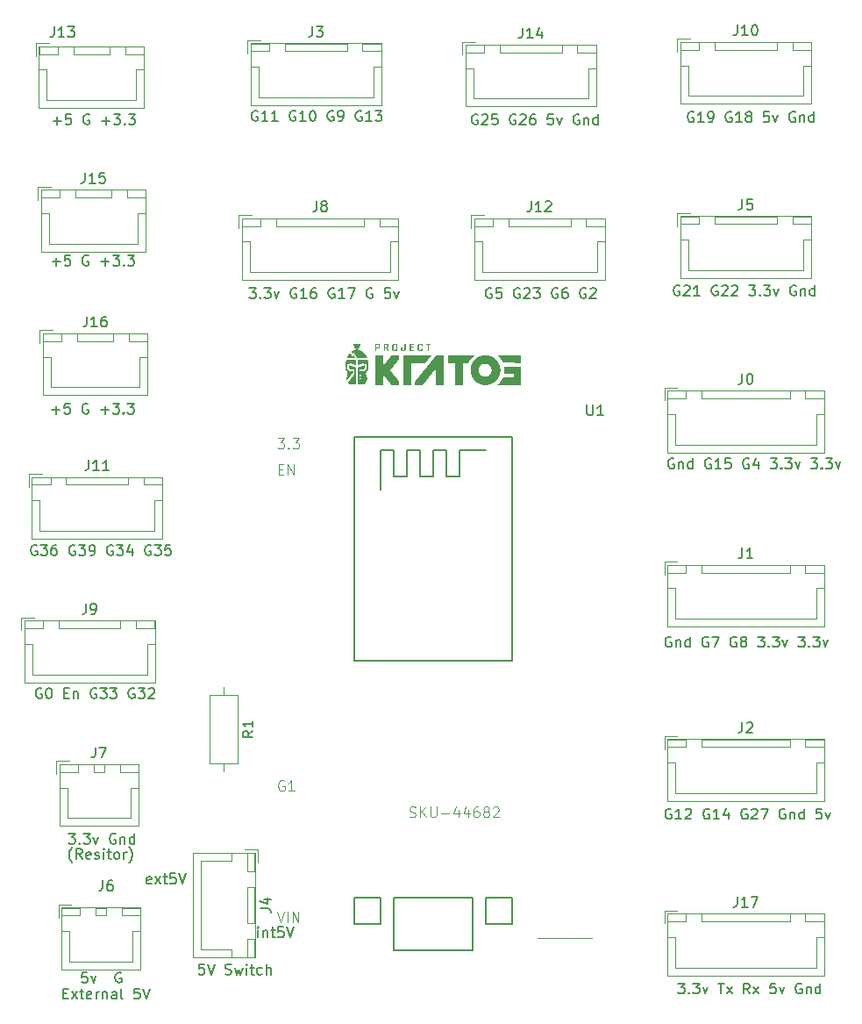
<source format=gbr>
%TF.GenerationSoftware,KiCad,Pcbnew,8.0.5*%
%TF.CreationDate,2025-04-21T16:13:32+05:30*%
%TF.ProjectId,arc,6172632e-6b69-4636-9164-5f7063625858,rev?*%
%TF.SameCoordinates,Original*%
%TF.FileFunction,Legend,Top*%
%TF.FilePolarity,Positive*%
%FSLAX46Y46*%
G04 Gerber Fmt 4.6, Leading zero omitted, Abs format (unit mm)*
G04 Created by KiCad (PCBNEW 8.0.5) date 2025-04-21 16:13:32*
%MOMM*%
%LPD*%
G01*
G04 APERTURE LIST*
%ADD10C,0.150000*%
%ADD11C,0.100000*%
%ADD12C,0.120000*%
%ADD13C,0.203200*%
%ADD14C,0.000000*%
G04 APERTURE END LIST*
D10*
X114653445Y-59988866D02*
X115415350Y-59988866D01*
X115034397Y-60369819D02*
X115034397Y-59607914D01*
X116367730Y-59369819D02*
X115891540Y-59369819D01*
X115891540Y-59369819D02*
X115843921Y-59846009D01*
X115843921Y-59846009D02*
X115891540Y-59798390D01*
X115891540Y-59798390D02*
X115986778Y-59750771D01*
X115986778Y-59750771D02*
X116224873Y-59750771D01*
X116224873Y-59750771D02*
X116320111Y-59798390D01*
X116320111Y-59798390D02*
X116367730Y-59846009D01*
X116367730Y-59846009D02*
X116415349Y-59941247D01*
X116415349Y-59941247D02*
X116415349Y-60179342D01*
X116415349Y-60179342D02*
X116367730Y-60274580D01*
X116367730Y-60274580D02*
X116320111Y-60322200D01*
X116320111Y-60322200D02*
X116224873Y-60369819D01*
X116224873Y-60369819D02*
X115986778Y-60369819D01*
X115986778Y-60369819D02*
X115891540Y-60322200D01*
X115891540Y-60322200D02*
X115843921Y-60274580D01*
X118129635Y-59417438D02*
X118034397Y-59369819D01*
X118034397Y-59369819D02*
X117891540Y-59369819D01*
X117891540Y-59369819D02*
X117748683Y-59417438D01*
X117748683Y-59417438D02*
X117653445Y-59512676D01*
X117653445Y-59512676D02*
X117605826Y-59607914D01*
X117605826Y-59607914D02*
X117558207Y-59798390D01*
X117558207Y-59798390D02*
X117558207Y-59941247D01*
X117558207Y-59941247D02*
X117605826Y-60131723D01*
X117605826Y-60131723D02*
X117653445Y-60226961D01*
X117653445Y-60226961D02*
X117748683Y-60322200D01*
X117748683Y-60322200D02*
X117891540Y-60369819D01*
X117891540Y-60369819D02*
X117986778Y-60369819D01*
X117986778Y-60369819D02*
X118129635Y-60322200D01*
X118129635Y-60322200D02*
X118177254Y-60274580D01*
X118177254Y-60274580D02*
X118177254Y-59941247D01*
X118177254Y-59941247D02*
X117986778Y-59941247D01*
X119367731Y-59988866D02*
X120129636Y-59988866D01*
X119748683Y-60369819D02*
X119748683Y-59607914D01*
X120510588Y-59369819D02*
X121129635Y-59369819D01*
X121129635Y-59369819D02*
X120796302Y-59750771D01*
X120796302Y-59750771D02*
X120939159Y-59750771D01*
X120939159Y-59750771D02*
X121034397Y-59798390D01*
X121034397Y-59798390D02*
X121082016Y-59846009D01*
X121082016Y-59846009D02*
X121129635Y-59941247D01*
X121129635Y-59941247D02*
X121129635Y-60179342D01*
X121129635Y-60179342D02*
X121082016Y-60274580D01*
X121082016Y-60274580D02*
X121034397Y-60322200D01*
X121034397Y-60322200D02*
X120939159Y-60369819D01*
X120939159Y-60369819D02*
X120653445Y-60369819D01*
X120653445Y-60369819D02*
X120558207Y-60322200D01*
X120558207Y-60322200D02*
X120510588Y-60274580D01*
X121558207Y-60274580D02*
X121605826Y-60322200D01*
X121605826Y-60322200D02*
X121558207Y-60369819D01*
X121558207Y-60369819D02*
X121510588Y-60322200D01*
X121510588Y-60322200D02*
X121558207Y-60274580D01*
X121558207Y-60274580D02*
X121558207Y-60369819D01*
X121939159Y-59369819D02*
X122558206Y-59369819D01*
X122558206Y-59369819D02*
X122224873Y-59750771D01*
X122224873Y-59750771D02*
X122367730Y-59750771D01*
X122367730Y-59750771D02*
X122462968Y-59798390D01*
X122462968Y-59798390D02*
X122510587Y-59846009D01*
X122510587Y-59846009D02*
X122558206Y-59941247D01*
X122558206Y-59941247D02*
X122558206Y-60179342D01*
X122558206Y-60179342D02*
X122510587Y-60274580D01*
X122510587Y-60274580D02*
X122462968Y-60322200D01*
X122462968Y-60322200D02*
X122367730Y-60369819D01*
X122367730Y-60369819D02*
X122082016Y-60369819D01*
X122082016Y-60369819D02*
X121986778Y-60322200D01*
X121986778Y-60322200D02*
X121939159Y-60274580D01*
X114736779Y-46388866D02*
X115498684Y-46388866D01*
X115117731Y-46769819D02*
X115117731Y-46007914D01*
X116451064Y-45769819D02*
X115974874Y-45769819D01*
X115974874Y-45769819D02*
X115927255Y-46246009D01*
X115927255Y-46246009D02*
X115974874Y-46198390D01*
X115974874Y-46198390D02*
X116070112Y-46150771D01*
X116070112Y-46150771D02*
X116308207Y-46150771D01*
X116308207Y-46150771D02*
X116403445Y-46198390D01*
X116403445Y-46198390D02*
X116451064Y-46246009D01*
X116451064Y-46246009D02*
X116498683Y-46341247D01*
X116498683Y-46341247D02*
X116498683Y-46579342D01*
X116498683Y-46579342D02*
X116451064Y-46674580D01*
X116451064Y-46674580D02*
X116403445Y-46722200D01*
X116403445Y-46722200D02*
X116308207Y-46769819D01*
X116308207Y-46769819D02*
X116070112Y-46769819D01*
X116070112Y-46769819D02*
X115974874Y-46722200D01*
X115974874Y-46722200D02*
X115927255Y-46674580D01*
X118212969Y-45817438D02*
X118117731Y-45769819D01*
X118117731Y-45769819D02*
X117974874Y-45769819D01*
X117974874Y-45769819D02*
X117832017Y-45817438D01*
X117832017Y-45817438D02*
X117736779Y-45912676D01*
X117736779Y-45912676D02*
X117689160Y-46007914D01*
X117689160Y-46007914D02*
X117641541Y-46198390D01*
X117641541Y-46198390D02*
X117641541Y-46341247D01*
X117641541Y-46341247D02*
X117689160Y-46531723D01*
X117689160Y-46531723D02*
X117736779Y-46626961D01*
X117736779Y-46626961D02*
X117832017Y-46722200D01*
X117832017Y-46722200D02*
X117974874Y-46769819D01*
X117974874Y-46769819D02*
X118070112Y-46769819D01*
X118070112Y-46769819D02*
X118212969Y-46722200D01*
X118212969Y-46722200D02*
X118260588Y-46674580D01*
X118260588Y-46674580D02*
X118260588Y-46341247D01*
X118260588Y-46341247D02*
X118070112Y-46341247D01*
X119451065Y-46388866D02*
X120212970Y-46388866D01*
X119832017Y-46769819D02*
X119832017Y-46007914D01*
X120593922Y-45769819D02*
X121212969Y-45769819D01*
X121212969Y-45769819D02*
X120879636Y-46150771D01*
X120879636Y-46150771D02*
X121022493Y-46150771D01*
X121022493Y-46150771D02*
X121117731Y-46198390D01*
X121117731Y-46198390D02*
X121165350Y-46246009D01*
X121165350Y-46246009D02*
X121212969Y-46341247D01*
X121212969Y-46341247D02*
X121212969Y-46579342D01*
X121212969Y-46579342D02*
X121165350Y-46674580D01*
X121165350Y-46674580D02*
X121117731Y-46722200D01*
X121117731Y-46722200D02*
X121022493Y-46769819D01*
X121022493Y-46769819D02*
X120736779Y-46769819D01*
X120736779Y-46769819D02*
X120641541Y-46722200D01*
X120641541Y-46722200D02*
X120593922Y-46674580D01*
X121641541Y-46674580D02*
X121689160Y-46722200D01*
X121689160Y-46722200D02*
X121641541Y-46769819D01*
X121641541Y-46769819D02*
X121593922Y-46722200D01*
X121593922Y-46722200D02*
X121641541Y-46674580D01*
X121641541Y-46674580D02*
X121641541Y-46769819D01*
X122022493Y-45769819D02*
X122641540Y-45769819D01*
X122641540Y-45769819D02*
X122308207Y-46150771D01*
X122308207Y-46150771D02*
X122451064Y-46150771D01*
X122451064Y-46150771D02*
X122546302Y-46198390D01*
X122546302Y-46198390D02*
X122593921Y-46246009D01*
X122593921Y-46246009D02*
X122641540Y-46341247D01*
X122641540Y-46341247D02*
X122641540Y-46579342D01*
X122641540Y-46579342D02*
X122593921Y-46674580D01*
X122593921Y-46674580D02*
X122546302Y-46722200D01*
X122546302Y-46722200D02*
X122451064Y-46769819D01*
X122451064Y-46769819D02*
X122165350Y-46769819D01*
X122165350Y-46769819D02*
X122070112Y-46722200D01*
X122070112Y-46722200D02*
X122022493Y-46674580D01*
X174660588Y-79017438D02*
X174565350Y-78969819D01*
X174565350Y-78969819D02*
X174422493Y-78969819D01*
X174422493Y-78969819D02*
X174279636Y-79017438D01*
X174279636Y-79017438D02*
X174184398Y-79112676D01*
X174184398Y-79112676D02*
X174136779Y-79207914D01*
X174136779Y-79207914D02*
X174089160Y-79398390D01*
X174089160Y-79398390D02*
X174089160Y-79541247D01*
X174089160Y-79541247D02*
X174136779Y-79731723D01*
X174136779Y-79731723D02*
X174184398Y-79826961D01*
X174184398Y-79826961D02*
X174279636Y-79922200D01*
X174279636Y-79922200D02*
X174422493Y-79969819D01*
X174422493Y-79969819D02*
X174517731Y-79969819D01*
X174517731Y-79969819D02*
X174660588Y-79922200D01*
X174660588Y-79922200D02*
X174708207Y-79874580D01*
X174708207Y-79874580D02*
X174708207Y-79541247D01*
X174708207Y-79541247D02*
X174517731Y-79541247D01*
X175136779Y-79303152D02*
X175136779Y-79969819D01*
X175136779Y-79398390D02*
X175184398Y-79350771D01*
X175184398Y-79350771D02*
X175279636Y-79303152D01*
X175279636Y-79303152D02*
X175422493Y-79303152D01*
X175422493Y-79303152D02*
X175517731Y-79350771D01*
X175517731Y-79350771D02*
X175565350Y-79446009D01*
X175565350Y-79446009D02*
X175565350Y-79969819D01*
X176470112Y-79969819D02*
X176470112Y-78969819D01*
X176470112Y-79922200D02*
X176374874Y-79969819D01*
X176374874Y-79969819D02*
X176184398Y-79969819D01*
X176184398Y-79969819D02*
X176089160Y-79922200D01*
X176089160Y-79922200D02*
X176041541Y-79874580D01*
X176041541Y-79874580D02*
X175993922Y-79779342D01*
X175993922Y-79779342D02*
X175993922Y-79493628D01*
X175993922Y-79493628D02*
X176041541Y-79398390D01*
X176041541Y-79398390D02*
X176089160Y-79350771D01*
X176089160Y-79350771D02*
X176184398Y-79303152D01*
X176184398Y-79303152D02*
X176374874Y-79303152D01*
X176374874Y-79303152D02*
X176470112Y-79350771D01*
X178232017Y-79017438D02*
X178136779Y-78969819D01*
X178136779Y-78969819D02*
X177993922Y-78969819D01*
X177993922Y-78969819D02*
X177851065Y-79017438D01*
X177851065Y-79017438D02*
X177755827Y-79112676D01*
X177755827Y-79112676D02*
X177708208Y-79207914D01*
X177708208Y-79207914D02*
X177660589Y-79398390D01*
X177660589Y-79398390D02*
X177660589Y-79541247D01*
X177660589Y-79541247D02*
X177708208Y-79731723D01*
X177708208Y-79731723D02*
X177755827Y-79826961D01*
X177755827Y-79826961D02*
X177851065Y-79922200D01*
X177851065Y-79922200D02*
X177993922Y-79969819D01*
X177993922Y-79969819D02*
X178089160Y-79969819D01*
X178089160Y-79969819D02*
X178232017Y-79922200D01*
X178232017Y-79922200D02*
X178279636Y-79874580D01*
X178279636Y-79874580D02*
X178279636Y-79541247D01*
X178279636Y-79541247D02*
X178089160Y-79541247D01*
X179232017Y-79969819D02*
X178660589Y-79969819D01*
X178946303Y-79969819D02*
X178946303Y-78969819D01*
X178946303Y-78969819D02*
X178851065Y-79112676D01*
X178851065Y-79112676D02*
X178755827Y-79207914D01*
X178755827Y-79207914D02*
X178660589Y-79255533D01*
X180136779Y-78969819D02*
X179660589Y-78969819D01*
X179660589Y-78969819D02*
X179612970Y-79446009D01*
X179612970Y-79446009D02*
X179660589Y-79398390D01*
X179660589Y-79398390D02*
X179755827Y-79350771D01*
X179755827Y-79350771D02*
X179993922Y-79350771D01*
X179993922Y-79350771D02*
X180089160Y-79398390D01*
X180089160Y-79398390D02*
X180136779Y-79446009D01*
X180136779Y-79446009D02*
X180184398Y-79541247D01*
X180184398Y-79541247D02*
X180184398Y-79779342D01*
X180184398Y-79779342D02*
X180136779Y-79874580D01*
X180136779Y-79874580D02*
X180089160Y-79922200D01*
X180089160Y-79922200D02*
X179993922Y-79969819D01*
X179993922Y-79969819D02*
X179755827Y-79969819D01*
X179755827Y-79969819D02*
X179660589Y-79922200D01*
X179660589Y-79922200D02*
X179612970Y-79874580D01*
X181898684Y-79017438D02*
X181803446Y-78969819D01*
X181803446Y-78969819D02*
X181660589Y-78969819D01*
X181660589Y-78969819D02*
X181517732Y-79017438D01*
X181517732Y-79017438D02*
X181422494Y-79112676D01*
X181422494Y-79112676D02*
X181374875Y-79207914D01*
X181374875Y-79207914D02*
X181327256Y-79398390D01*
X181327256Y-79398390D02*
X181327256Y-79541247D01*
X181327256Y-79541247D02*
X181374875Y-79731723D01*
X181374875Y-79731723D02*
X181422494Y-79826961D01*
X181422494Y-79826961D02*
X181517732Y-79922200D01*
X181517732Y-79922200D02*
X181660589Y-79969819D01*
X181660589Y-79969819D02*
X181755827Y-79969819D01*
X181755827Y-79969819D02*
X181898684Y-79922200D01*
X181898684Y-79922200D02*
X181946303Y-79874580D01*
X181946303Y-79874580D02*
X181946303Y-79541247D01*
X181946303Y-79541247D02*
X181755827Y-79541247D01*
X182803446Y-79303152D02*
X182803446Y-79969819D01*
X182565351Y-78922200D02*
X182327256Y-79636485D01*
X182327256Y-79636485D02*
X182946303Y-79636485D01*
X183993923Y-78969819D02*
X184612970Y-78969819D01*
X184612970Y-78969819D02*
X184279637Y-79350771D01*
X184279637Y-79350771D02*
X184422494Y-79350771D01*
X184422494Y-79350771D02*
X184517732Y-79398390D01*
X184517732Y-79398390D02*
X184565351Y-79446009D01*
X184565351Y-79446009D02*
X184612970Y-79541247D01*
X184612970Y-79541247D02*
X184612970Y-79779342D01*
X184612970Y-79779342D02*
X184565351Y-79874580D01*
X184565351Y-79874580D02*
X184517732Y-79922200D01*
X184517732Y-79922200D02*
X184422494Y-79969819D01*
X184422494Y-79969819D02*
X184136780Y-79969819D01*
X184136780Y-79969819D02*
X184041542Y-79922200D01*
X184041542Y-79922200D02*
X183993923Y-79874580D01*
X185041542Y-79874580D02*
X185089161Y-79922200D01*
X185089161Y-79922200D02*
X185041542Y-79969819D01*
X185041542Y-79969819D02*
X184993923Y-79922200D01*
X184993923Y-79922200D02*
X185041542Y-79874580D01*
X185041542Y-79874580D02*
X185041542Y-79969819D01*
X185422494Y-78969819D02*
X186041541Y-78969819D01*
X186041541Y-78969819D02*
X185708208Y-79350771D01*
X185708208Y-79350771D02*
X185851065Y-79350771D01*
X185851065Y-79350771D02*
X185946303Y-79398390D01*
X185946303Y-79398390D02*
X185993922Y-79446009D01*
X185993922Y-79446009D02*
X186041541Y-79541247D01*
X186041541Y-79541247D02*
X186041541Y-79779342D01*
X186041541Y-79779342D02*
X185993922Y-79874580D01*
X185993922Y-79874580D02*
X185946303Y-79922200D01*
X185946303Y-79922200D02*
X185851065Y-79969819D01*
X185851065Y-79969819D02*
X185565351Y-79969819D01*
X185565351Y-79969819D02*
X185470113Y-79922200D01*
X185470113Y-79922200D02*
X185422494Y-79874580D01*
X186374875Y-79303152D02*
X186612970Y-79969819D01*
X186612970Y-79969819D02*
X186851065Y-79303152D01*
X187898685Y-78969819D02*
X188517732Y-78969819D01*
X188517732Y-78969819D02*
X188184399Y-79350771D01*
X188184399Y-79350771D02*
X188327256Y-79350771D01*
X188327256Y-79350771D02*
X188422494Y-79398390D01*
X188422494Y-79398390D02*
X188470113Y-79446009D01*
X188470113Y-79446009D02*
X188517732Y-79541247D01*
X188517732Y-79541247D02*
X188517732Y-79779342D01*
X188517732Y-79779342D02*
X188470113Y-79874580D01*
X188470113Y-79874580D02*
X188422494Y-79922200D01*
X188422494Y-79922200D02*
X188327256Y-79969819D01*
X188327256Y-79969819D02*
X188041542Y-79969819D01*
X188041542Y-79969819D02*
X187946304Y-79922200D01*
X187946304Y-79922200D02*
X187898685Y-79874580D01*
X188946304Y-79874580D02*
X188993923Y-79922200D01*
X188993923Y-79922200D02*
X188946304Y-79969819D01*
X188946304Y-79969819D02*
X188898685Y-79922200D01*
X188898685Y-79922200D02*
X188946304Y-79874580D01*
X188946304Y-79874580D02*
X188946304Y-79969819D01*
X189327256Y-78969819D02*
X189946303Y-78969819D01*
X189946303Y-78969819D02*
X189612970Y-79350771D01*
X189612970Y-79350771D02*
X189755827Y-79350771D01*
X189755827Y-79350771D02*
X189851065Y-79398390D01*
X189851065Y-79398390D02*
X189898684Y-79446009D01*
X189898684Y-79446009D02*
X189946303Y-79541247D01*
X189946303Y-79541247D02*
X189946303Y-79779342D01*
X189946303Y-79779342D02*
X189898684Y-79874580D01*
X189898684Y-79874580D02*
X189851065Y-79922200D01*
X189851065Y-79922200D02*
X189755827Y-79969819D01*
X189755827Y-79969819D02*
X189470113Y-79969819D01*
X189470113Y-79969819D02*
X189374875Y-79922200D01*
X189374875Y-79922200D02*
X189327256Y-79874580D01*
X190279637Y-79303152D02*
X190517732Y-79969819D01*
X190517732Y-79969819D02*
X190755827Y-79303152D01*
X113160588Y-87367438D02*
X113065350Y-87319819D01*
X113065350Y-87319819D02*
X112922493Y-87319819D01*
X112922493Y-87319819D02*
X112779636Y-87367438D01*
X112779636Y-87367438D02*
X112684398Y-87462676D01*
X112684398Y-87462676D02*
X112636779Y-87557914D01*
X112636779Y-87557914D02*
X112589160Y-87748390D01*
X112589160Y-87748390D02*
X112589160Y-87891247D01*
X112589160Y-87891247D02*
X112636779Y-88081723D01*
X112636779Y-88081723D02*
X112684398Y-88176961D01*
X112684398Y-88176961D02*
X112779636Y-88272200D01*
X112779636Y-88272200D02*
X112922493Y-88319819D01*
X112922493Y-88319819D02*
X113017731Y-88319819D01*
X113017731Y-88319819D02*
X113160588Y-88272200D01*
X113160588Y-88272200D02*
X113208207Y-88224580D01*
X113208207Y-88224580D02*
X113208207Y-87891247D01*
X113208207Y-87891247D02*
X113017731Y-87891247D01*
X113541541Y-87319819D02*
X114160588Y-87319819D01*
X114160588Y-87319819D02*
X113827255Y-87700771D01*
X113827255Y-87700771D02*
X113970112Y-87700771D01*
X113970112Y-87700771D02*
X114065350Y-87748390D01*
X114065350Y-87748390D02*
X114112969Y-87796009D01*
X114112969Y-87796009D02*
X114160588Y-87891247D01*
X114160588Y-87891247D02*
X114160588Y-88129342D01*
X114160588Y-88129342D02*
X114112969Y-88224580D01*
X114112969Y-88224580D02*
X114065350Y-88272200D01*
X114065350Y-88272200D02*
X113970112Y-88319819D01*
X113970112Y-88319819D02*
X113684398Y-88319819D01*
X113684398Y-88319819D02*
X113589160Y-88272200D01*
X113589160Y-88272200D02*
X113541541Y-88224580D01*
X115017731Y-87319819D02*
X114827255Y-87319819D01*
X114827255Y-87319819D02*
X114732017Y-87367438D01*
X114732017Y-87367438D02*
X114684398Y-87415057D01*
X114684398Y-87415057D02*
X114589160Y-87557914D01*
X114589160Y-87557914D02*
X114541541Y-87748390D01*
X114541541Y-87748390D02*
X114541541Y-88129342D01*
X114541541Y-88129342D02*
X114589160Y-88224580D01*
X114589160Y-88224580D02*
X114636779Y-88272200D01*
X114636779Y-88272200D02*
X114732017Y-88319819D01*
X114732017Y-88319819D02*
X114922493Y-88319819D01*
X114922493Y-88319819D02*
X115017731Y-88272200D01*
X115017731Y-88272200D02*
X115065350Y-88224580D01*
X115065350Y-88224580D02*
X115112969Y-88129342D01*
X115112969Y-88129342D02*
X115112969Y-87891247D01*
X115112969Y-87891247D02*
X115065350Y-87796009D01*
X115065350Y-87796009D02*
X115017731Y-87748390D01*
X115017731Y-87748390D02*
X114922493Y-87700771D01*
X114922493Y-87700771D02*
X114732017Y-87700771D01*
X114732017Y-87700771D02*
X114636779Y-87748390D01*
X114636779Y-87748390D02*
X114589160Y-87796009D01*
X114589160Y-87796009D02*
X114541541Y-87891247D01*
X116827255Y-87367438D02*
X116732017Y-87319819D01*
X116732017Y-87319819D02*
X116589160Y-87319819D01*
X116589160Y-87319819D02*
X116446303Y-87367438D01*
X116446303Y-87367438D02*
X116351065Y-87462676D01*
X116351065Y-87462676D02*
X116303446Y-87557914D01*
X116303446Y-87557914D02*
X116255827Y-87748390D01*
X116255827Y-87748390D02*
X116255827Y-87891247D01*
X116255827Y-87891247D02*
X116303446Y-88081723D01*
X116303446Y-88081723D02*
X116351065Y-88176961D01*
X116351065Y-88176961D02*
X116446303Y-88272200D01*
X116446303Y-88272200D02*
X116589160Y-88319819D01*
X116589160Y-88319819D02*
X116684398Y-88319819D01*
X116684398Y-88319819D02*
X116827255Y-88272200D01*
X116827255Y-88272200D02*
X116874874Y-88224580D01*
X116874874Y-88224580D02*
X116874874Y-87891247D01*
X116874874Y-87891247D02*
X116684398Y-87891247D01*
X117208208Y-87319819D02*
X117827255Y-87319819D01*
X117827255Y-87319819D02*
X117493922Y-87700771D01*
X117493922Y-87700771D02*
X117636779Y-87700771D01*
X117636779Y-87700771D02*
X117732017Y-87748390D01*
X117732017Y-87748390D02*
X117779636Y-87796009D01*
X117779636Y-87796009D02*
X117827255Y-87891247D01*
X117827255Y-87891247D02*
X117827255Y-88129342D01*
X117827255Y-88129342D02*
X117779636Y-88224580D01*
X117779636Y-88224580D02*
X117732017Y-88272200D01*
X117732017Y-88272200D02*
X117636779Y-88319819D01*
X117636779Y-88319819D02*
X117351065Y-88319819D01*
X117351065Y-88319819D02*
X117255827Y-88272200D01*
X117255827Y-88272200D02*
X117208208Y-88224580D01*
X118303446Y-88319819D02*
X118493922Y-88319819D01*
X118493922Y-88319819D02*
X118589160Y-88272200D01*
X118589160Y-88272200D02*
X118636779Y-88224580D01*
X118636779Y-88224580D02*
X118732017Y-88081723D01*
X118732017Y-88081723D02*
X118779636Y-87891247D01*
X118779636Y-87891247D02*
X118779636Y-87510295D01*
X118779636Y-87510295D02*
X118732017Y-87415057D01*
X118732017Y-87415057D02*
X118684398Y-87367438D01*
X118684398Y-87367438D02*
X118589160Y-87319819D01*
X118589160Y-87319819D02*
X118398684Y-87319819D01*
X118398684Y-87319819D02*
X118303446Y-87367438D01*
X118303446Y-87367438D02*
X118255827Y-87415057D01*
X118255827Y-87415057D02*
X118208208Y-87510295D01*
X118208208Y-87510295D02*
X118208208Y-87748390D01*
X118208208Y-87748390D02*
X118255827Y-87843628D01*
X118255827Y-87843628D02*
X118303446Y-87891247D01*
X118303446Y-87891247D02*
X118398684Y-87938866D01*
X118398684Y-87938866D02*
X118589160Y-87938866D01*
X118589160Y-87938866D02*
X118684398Y-87891247D01*
X118684398Y-87891247D02*
X118732017Y-87843628D01*
X118732017Y-87843628D02*
X118779636Y-87748390D01*
X120493922Y-87367438D02*
X120398684Y-87319819D01*
X120398684Y-87319819D02*
X120255827Y-87319819D01*
X120255827Y-87319819D02*
X120112970Y-87367438D01*
X120112970Y-87367438D02*
X120017732Y-87462676D01*
X120017732Y-87462676D02*
X119970113Y-87557914D01*
X119970113Y-87557914D02*
X119922494Y-87748390D01*
X119922494Y-87748390D02*
X119922494Y-87891247D01*
X119922494Y-87891247D02*
X119970113Y-88081723D01*
X119970113Y-88081723D02*
X120017732Y-88176961D01*
X120017732Y-88176961D02*
X120112970Y-88272200D01*
X120112970Y-88272200D02*
X120255827Y-88319819D01*
X120255827Y-88319819D02*
X120351065Y-88319819D01*
X120351065Y-88319819D02*
X120493922Y-88272200D01*
X120493922Y-88272200D02*
X120541541Y-88224580D01*
X120541541Y-88224580D02*
X120541541Y-87891247D01*
X120541541Y-87891247D02*
X120351065Y-87891247D01*
X120874875Y-87319819D02*
X121493922Y-87319819D01*
X121493922Y-87319819D02*
X121160589Y-87700771D01*
X121160589Y-87700771D02*
X121303446Y-87700771D01*
X121303446Y-87700771D02*
X121398684Y-87748390D01*
X121398684Y-87748390D02*
X121446303Y-87796009D01*
X121446303Y-87796009D02*
X121493922Y-87891247D01*
X121493922Y-87891247D02*
X121493922Y-88129342D01*
X121493922Y-88129342D02*
X121446303Y-88224580D01*
X121446303Y-88224580D02*
X121398684Y-88272200D01*
X121398684Y-88272200D02*
X121303446Y-88319819D01*
X121303446Y-88319819D02*
X121017732Y-88319819D01*
X121017732Y-88319819D02*
X120922494Y-88272200D01*
X120922494Y-88272200D02*
X120874875Y-88224580D01*
X122351065Y-87653152D02*
X122351065Y-88319819D01*
X122112970Y-87272200D02*
X121874875Y-87986485D01*
X121874875Y-87986485D02*
X122493922Y-87986485D01*
X124160589Y-87367438D02*
X124065351Y-87319819D01*
X124065351Y-87319819D02*
X123922494Y-87319819D01*
X123922494Y-87319819D02*
X123779637Y-87367438D01*
X123779637Y-87367438D02*
X123684399Y-87462676D01*
X123684399Y-87462676D02*
X123636780Y-87557914D01*
X123636780Y-87557914D02*
X123589161Y-87748390D01*
X123589161Y-87748390D02*
X123589161Y-87891247D01*
X123589161Y-87891247D02*
X123636780Y-88081723D01*
X123636780Y-88081723D02*
X123684399Y-88176961D01*
X123684399Y-88176961D02*
X123779637Y-88272200D01*
X123779637Y-88272200D02*
X123922494Y-88319819D01*
X123922494Y-88319819D02*
X124017732Y-88319819D01*
X124017732Y-88319819D02*
X124160589Y-88272200D01*
X124160589Y-88272200D02*
X124208208Y-88224580D01*
X124208208Y-88224580D02*
X124208208Y-87891247D01*
X124208208Y-87891247D02*
X124017732Y-87891247D01*
X124541542Y-87319819D02*
X125160589Y-87319819D01*
X125160589Y-87319819D02*
X124827256Y-87700771D01*
X124827256Y-87700771D02*
X124970113Y-87700771D01*
X124970113Y-87700771D02*
X125065351Y-87748390D01*
X125065351Y-87748390D02*
X125112970Y-87796009D01*
X125112970Y-87796009D02*
X125160589Y-87891247D01*
X125160589Y-87891247D02*
X125160589Y-88129342D01*
X125160589Y-88129342D02*
X125112970Y-88224580D01*
X125112970Y-88224580D02*
X125065351Y-88272200D01*
X125065351Y-88272200D02*
X124970113Y-88319819D01*
X124970113Y-88319819D02*
X124684399Y-88319819D01*
X124684399Y-88319819D02*
X124589161Y-88272200D01*
X124589161Y-88272200D02*
X124541542Y-88224580D01*
X126065351Y-87319819D02*
X125589161Y-87319819D01*
X125589161Y-87319819D02*
X125541542Y-87796009D01*
X125541542Y-87796009D02*
X125589161Y-87748390D01*
X125589161Y-87748390D02*
X125684399Y-87700771D01*
X125684399Y-87700771D02*
X125922494Y-87700771D01*
X125922494Y-87700771D02*
X126017732Y-87748390D01*
X126017732Y-87748390D02*
X126065351Y-87796009D01*
X126065351Y-87796009D02*
X126112970Y-87891247D01*
X126112970Y-87891247D02*
X126112970Y-88129342D01*
X126112970Y-88129342D02*
X126065351Y-88224580D01*
X126065351Y-88224580D02*
X126017732Y-88272200D01*
X126017732Y-88272200D02*
X125922494Y-88319819D01*
X125922494Y-88319819D02*
X125684399Y-88319819D01*
X125684399Y-88319819D02*
X125589161Y-88272200D01*
X125589161Y-88272200D02*
X125541542Y-88224580D01*
X133691541Y-62519819D02*
X134310588Y-62519819D01*
X134310588Y-62519819D02*
X133977255Y-62900771D01*
X133977255Y-62900771D02*
X134120112Y-62900771D01*
X134120112Y-62900771D02*
X134215350Y-62948390D01*
X134215350Y-62948390D02*
X134262969Y-62996009D01*
X134262969Y-62996009D02*
X134310588Y-63091247D01*
X134310588Y-63091247D02*
X134310588Y-63329342D01*
X134310588Y-63329342D02*
X134262969Y-63424580D01*
X134262969Y-63424580D02*
X134215350Y-63472200D01*
X134215350Y-63472200D02*
X134120112Y-63519819D01*
X134120112Y-63519819D02*
X133834398Y-63519819D01*
X133834398Y-63519819D02*
X133739160Y-63472200D01*
X133739160Y-63472200D02*
X133691541Y-63424580D01*
X134739160Y-63424580D02*
X134786779Y-63472200D01*
X134786779Y-63472200D02*
X134739160Y-63519819D01*
X134739160Y-63519819D02*
X134691541Y-63472200D01*
X134691541Y-63472200D02*
X134739160Y-63424580D01*
X134739160Y-63424580D02*
X134739160Y-63519819D01*
X135120112Y-62519819D02*
X135739159Y-62519819D01*
X135739159Y-62519819D02*
X135405826Y-62900771D01*
X135405826Y-62900771D02*
X135548683Y-62900771D01*
X135548683Y-62900771D02*
X135643921Y-62948390D01*
X135643921Y-62948390D02*
X135691540Y-62996009D01*
X135691540Y-62996009D02*
X135739159Y-63091247D01*
X135739159Y-63091247D02*
X135739159Y-63329342D01*
X135739159Y-63329342D02*
X135691540Y-63424580D01*
X135691540Y-63424580D02*
X135643921Y-63472200D01*
X135643921Y-63472200D02*
X135548683Y-63519819D01*
X135548683Y-63519819D02*
X135262969Y-63519819D01*
X135262969Y-63519819D02*
X135167731Y-63472200D01*
X135167731Y-63472200D02*
X135120112Y-63424580D01*
X136072493Y-62853152D02*
X136310588Y-63519819D01*
X136310588Y-63519819D02*
X136548683Y-62853152D01*
X138215350Y-62567438D02*
X138120112Y-62519819D01*
X138120112Y-62519819D02*
X137977255Y-62519819D01*
X137977255Y-62519819D02*
X137834398Y-62567438D01*
X137834398Y-62567438D02*
X137739160Y-62662676D01*
X137739160Y-62662676D02*
X137691541Y-62757914D01*
X137691541Y-62757914D02*
X137643922Y-62948390D01*
X137643922Y-62948390D02*
X137643922Y-63091247D01*
X137643922Y-63091247D02*
X137691541Y-63281723D01*
X137691541Y-63281723D02*
X137739160Y-63376961D01*
X137739160Y-63376961D02*
X137834398Y-63472200D01*
X137834398Y-63472200D02*
X137977255Y-63519819D01*
X137977255Y-63519819D02*
X138072493Y-63519819D01*
X138072493Y-63519819D02*
X138215350Y-63472200D01*
X138215350Y-63472200D02*
X138262969Y-63424580D01*
X138262969Y-63424580D02*
X138262969Y-63091247D01*
X138262969Y-63091247D02*
X138072493Y-63091247D01*
X139215350Y-63519819D02*
X138643922Y-63519819D01*
X138929636Y-63519819D02*
X138929636Y-62519819D01*
X138929636Y-62519819D02*
X138834398Y-62662676D01*
X138834398Y-62662676D02*
X138739160Y-62757914D01*
X138739160Y-62757914D02*
X138643922Y-62805533D01*
X140072493Y-62519819D02*
X139882017Y-62519819D01*
X139882017Y-62519819D02*
X139786779Y-62567438D01*
X139786779Y-62567438D02*
X139739160Y-62615057D01*
X139739160Y-62615057D02*
X139643922Y-62757914D01*
X139643922Y-62757914D02*
X139596303Y-62948390D01*
X139596303Y-62948390D02*
X139596303Y-63329342D01*
X139596303Y-63329342D02*
X139643922Y-63424580D01*
X139643922Y-63424580D02*
X139691541Y-63472200D01*
X139691541Y-63472200D02*
X139786779Y-63519819D01*
X139786779Y-63519819D02*
X139977255Y-63519819D01*
X139977255Y-63519819D02*
X140072493Y-63472200D01*
X140072493Y-63472200D02*
X140120112Y-63424580D01*
X140120112Y-63424580D02*
X140167731Y-63329342D01*
X140167731Y-63329342D02*
X140167731Y-63091247D01*
X140167731Y-63091247D02*
X140120112Y-62996009D01*
X140120112Y-62996009D02*
X140072493Y-62948390D01*
X140072493Y-62948390D02*
X139977255Y-62900771D01*
X139977255Y-62900771D02*
X139786779Y-62900771D01*
X139786779Y-62900771D02*
X139691541Y-62948390D01*
X139691541Y-62948390D02*
X139643922Y-62996009D01*
X139643922Y-62996009D02*
X139596303Y-63091247D01*
X141882017Y-62567438D02*
X141786779Y-62519819D01*
X141786779Y-62519819D02*
X141643922Y-62519819D01*
X141643922Y-62519819D02*
X141501065Y-62567438D01*
X141501065Y-62567438D02*
X141405827Y-62662676D01*
X141405827Y-62662676D02*
X141358208Y-62757914D01*
X141358208Y-62757914D02*
X141310589Y-62948390D01*
X141310589Y-62948390D02*
X141310589Y-63091247D01*
X141310589Y-63091247D02*
X141358208Y-63281723D01*
X141358208Y-63281723D02*
X141405827Y-63376961D01*
X141405827Y-63376961D02*
X141501065Y-63472200D01*
X141501065Y-63472200D02*
X141643922Y-63519819D01*
X141643922Y-63519819D02*
X141739160Y-63519819D01*
X141739160Y-63519819D02*
X141882017Y-63472200D01*
X141882017Y-63472200D02*
X141929636Y-63424580D01*
X141929636Y-63424580D02*
X141929636Y-63091247D01*
X141929636Y-63091247D02*
X141739160Y-63091247D01*
X142882017Y-63519819D02*
X142310589Y-63519819D01*
X142596303Y-63519819D02*
X142596303Y-62519819D01*
X142596303Y-62519819D02*
X142501065Y-62662676D01*
X142501065Y-62662676D02*
X142405827Y-62757914D01*
X142405827Y-62757914D02*
X142310589Y-62805533D01*
X143215351Y-62519819D02*
X143882017Y-62519819D01*
X143882017Y-62519819D02*
X143453446Y-63519819D01*
X145548684Y-62567438D02*
X145453446Y-62519819D01*
X145453446Y-62519819D02*
X145310589Y-62519819D01*
X145310589Y-62519819D02*
X145167732Y-62567438D01*
X145167732Y-62567438D02*
X145072494Y-62662676D01*
X145072494Y-62662676D02*
X145024875Y-62757914D01*
X145024875Y-62757914D02*
X144977256Y-62948390D01*
X144977256Y-62948390D02*
X144977256Y-63091247D01*
X144977256Y-63091247D02*
X145024875Y-63281723D01*
X145024875Y-63281723D02*
X145072494Y-63376961D01*
X145072494Y-63376961D02*
X145167732Y-63472200D01*
X145167732Y-63472200D02*
X145310589Y-63519819D01*
X145310589Y-63519819D02*
X145405827Y-63519819D01*
X145405827Y-63519819D02*
X145548684Y-63472200D01*
X145548684Y-63472200D02*
X145596303Y-63424580D01*
X145596303Y-63424580D02*
X145596303Y-63091247D01*
X145596303Y-63091247D02*
X145405827Y-63091247D01*
X147262970Y-62519819D02*
X146786780Y-62519819D01*
X146786780Y-62519819D02*
X146739161Y-62996009D01*
X146739161Y-62996009D02*
X146786780Y-62948390D01*
X146786780Y-62948390D02*
X146882018Y-62900771D01*
X146882018Y-62900771D02*
X147120113Y-62900771D01*
X147120113Y-62900771D02*
X147215351Y-62948390D01*
X147215351Y-62948390D02*
X147262970Y-62996009D01*
X147262970Y-62996009D02*
X147310589Y-63091247D01*
X147310589Y-63091247D02*
X147310589Y-63329342D01*
X147310589Y-63329342D02*
X147262970Y-63424580D01*
X147262970Y-63424580D02*
X147215351Y-63472200D01*
X147215351Y-63472200D02*
X147120113Y-63519819D01*
X147120113Y-63519819D02*
X146882018Y-63519819D01*
X146882018Y-63519819D02*
X146786780Y-63472200D01*
X146786780Y-63472200D02*
X146739161Y-63424580D01*
X147643923Y-62853152D02*
X147882018Y-63519819D01*
X147882018Y-63519819D02*
X148120113Y-62853152D01*
X175091541Y-129619819D02*
X175710588Y-129619819D01*
X175710588Y-129619819D02*
X175377255Y-130000771D01*
X175377255Y-130000771D02*
X175520112Y-130000771D01*
X175520112Y-130000771D02*
X175615350Y-130048390D01*
X175615350Y-130048390D02*
X175662969Y-130096009D01*
X175662969Y-130096009D02*
X175710588Y-130191247D01*
X175710588Y-130191247D02*
X175710588Y-130429342D01*
X175710588Y-130429342D02*
X175662969Y-130524580D01*
X175662969Y-130524580D02*
X175615350Y-130572200D01*
X175615350Y-130572200D02*
X175520112Y-130619819D01*
X175520112Y-130619819D02*
X175234398Y-130619819D01*
X175234398Y-130619819D02*
X175139160Y-130572200D01*
X175139160Y-130572200D02*
X175091541Y-130524580D01*
X176139160Y-130524580D02*
X176186779Y-130572200D01*
X176186779Y-130572200D02*
X176139160Y-130619819D01*
X176139160Y-130619819D02*
X176091541Y-130572200D01*
X176091541Y-130572200D02*
X176139160Y-130524580D01*
X176139160Y-130524580D02*
X176139160Y-130619819D01*
X176520112Y-129619819D02*
X177139159Y-129619819D01*
X177139159Y-129619819D02*
X176805826Y-130000771D01*
X176805826Y-130000771D02*
X176948683Y-130000771D01*
X176948683Y-130000771D02*
X177043921Y-130048390D01*
X177043921Y-130048390D02*
X177091540Y-130096009D01*
X177091540Y-130096009D02*
X177139159Y-130191247D01*
X177139159Y-130191247D02*
X177139159Y-130429342D01*
X177139159Y-130429342D02*
X177091540Y-130524580D01*
X177091540Y-130524580D02*
X177043921Y-130572200D01*
X177043921Y-130572200D02*
X176948683Y-130619819D01*
X176948683Y-130619819D02*
X176662969Y-130619819D01*
X176662969Y-130619819D02*
X176567731Y-130572200D01*
X176567731Y-130572200D02*
X176520112Y-130524580D01*
X177472493Y-129953152D02*
X177710588Y-130619819D01*
X177710588Y-130619819D02*
X177948683Y-129953152D01*
X178948684Y-129619819D02*
X179520112Y-129619819D01*
X179234398Y-130619819D02*
X179234398Y-129619819D01*
X179758208Y-130619819D02*
X180282017Y-129953152D01*
X179758208Y-129953152D02*
X180282017Y-130619819D01*
X181996303Y-130619819D02*
X181662970Y-130143628D01*
X181424875Y-130619819D02*
X181424875Y-129619819D01*
X181424875Y-129619819D02*
X181805827Y-129619819D01*
X181805827Y-129619819D02*
X181901065Y-129667438D01*
X181901065Y-129667438D02*
X181948684Y-129715057D01*
X181948684Y-129715057D02*
X181996303Y-129810295D01*
X181996303Y-129810295D02*
X181996303Y-129953152D01*
X181996303Y-129953152D02*
X181948684Y-130048390D01*
X181948684Y-130048390D02*
X181901065Y-130096009D01*
X181901065Y-130096009D02*
X181805827Y-130143628D01*
X181805827Y-130143628D02*
X181424875Y-130143628D01*
X182329637Y-130619819D02*
X182853446Y-129953152D01*
X182329637Y-129953152D02*
X182853446Y-130619819D01*
X184472494Y-129619819D02*
X183996304Y-129619819D01*
X183996304Y-129619819D02*
X183948685Y-130096009D01*
X183948685Y-130096009D02*
X183996304Y-130048390D01*
X183996304Y-130048390D02*
X184091542Y-130000771D01*
X184091542Y-130000771D02*
X184329637Y-130000771D01*
X184329637Y-130000771D02*
X184424875Y-130048390D01*
X184424875Y-130048390D02*
X184472494Y-130096009D01*
X184472494Y-130096009D02*
X184520113Y-130191247D01*
X184520113Y-130191247D02*
X184520113Y-130429342D01*
X184520113Y-130429342D02*
X184472494Y-130524580D01*
X184472494Y-130524580D02*
X184424875Y-130572200D01*
X184424875Y-130572200D02*
X184329637Y-130619819D01*
X184329637Y-130619819D02*
X184091542Y-130619819D01*
X184091542Y-130619819D02*
X183996304Y-130572200D01*
X183996304Y-130572200D02*
X183948685Y-130524580D01*
X184853447Y-129953152D02*
X185091542Y-130619819D01*
X185091542Y-130619819D02*
X185329637Y-129953152D01*
X186996304Y-129667438D02*
X186901066Y-129619819D01*
X186901066Y-129619819D02*
X186758209Y-129619819D01*
X186758209Y-129619819D02*
X186615352Y-129667438D01*
X186615352Y-129667438D02*
X186520114Y-129762676D01*
X186520114Y-129762676D02*
X186472495Y-129857914D01*
X186472495Y-129857914D02*
X186424876Y-130048390D01*
X186424876Y-130048390D02*
X186424876Y-130191247D01*
X186424876Y-130191247D02*
X186472495Y-130381723D01*
X186472495Y-130381723D02*
X186520114Y-130476961D01*
X186520114Y-130476961D02*
X186615352Y-130572200D01*
X186615352Y-130572200D02*
X186758209Y-130619819D01*
X186758209Y-130619819D02*
X186853447Y-130619819D01*
X186853447Y-130619819D02*
X186996304Y-130572200D01*
X186996304Y-130572200D02*
X187043923Y-130524580D01*
X187043923Y-130524580D02*
X187043923Y-130191247D01*
X187043923Y-130191247D02*
X186853447Y-130191247D01*
X187472495Y-129953152D02*
X187472495Y-130619819D01*
X187472495Y-130048390D02*
X187520114Y-130000771D01*
X187520114Y-130000771D02*
X187615352Y-129953152D01*
X187615352Y-129953152D02*
X187758209Y-129953152D01*
X187758209Y-129953152D02*
X187853447Y-130000771D01*
X187853447Y-130000771D02*
X187901066Y-130096009D01*
X187901066Y-130096009D02*
X187901066Y-130619819D01*
X188805828Y-130619819D02*
X188805828Y-129619819D01*
X188805828Y-130572200D02*
X188710590Y-130619819D01*
X188710590Y-130619819D02*
X188520114Y-130619819D01*
X188520114Y-130619819D02*
X188424876Y-130572200D01*
X188424876Y-130572200D02*
X188377257Y-130524580D01*
X188377257Y-130524580D02*
X188329638Y-130429342D01*
X188329638Y-130429342D02*
X188329638Y-130143628D01*
X188329638Y-130143628D02*
X188377257Y-130048390D01*
X188377257Y-130048390D02*
X188424876Y-130000771D01*
X188424876Y-130000771D02*
X188520114Y-129953152D01*
X188520114Y-129953152D02*
X188710590Y-129953152D01*
X188710590Y-129953152D02*
X188805828Y-130000771D01*
X116572493Y-118000771D02*
X116524874Y-117953152D01*
X116524874Y-117953152D02*
X116429636Y-117810295D01*
X116429636Y-117810295D02*
X116382017Y-117715057D01*
X116382017Y-117715057D02*
X116334398Y-117572200D01*
X116334398Y-117572200D02*
X116286779Y-117334104D01*
X116286779Y-117334104D02*
X116286779Y-117143628D01*
X116286779Y-117143628D02*
X116334398Y-116905533D01*
X116334398Y-116905533D02*
X116382017Y-116762676D01*
X116382017Y-116762676D02*
X116429636Y-116667438D01*
X116429636Y-116667438D02*
X116524874Y-116524580D01*
X116524874Y-116524580D02*
X116572493Y-116476961D01*
X117524874Y-117619819D02*
X117191541Y-117143628D01*
X116953446Y-117619819D02*
X116953446Y-116619819D01*
X116953446Y-116619819D02*
X117334398Y-116619819D01*
X117334398Y-116619819D02*
X117429636Y-116667438D01*
X117429636Y-116667438D02*
X117477255Y-116715057D01*
X117477255Y-116715057D02*
X117524874Y-116810295D01*
X117524874Y-116810295D02*
X117524874Y-116953152D01*
X117524874Y-116953152D02*
X117477255Y-117048390D01*
X117477255Y-117048390D02*
X117429636Y-117096009D01*
X117429636Y-117096009D02*
X117334398Y-117143628D01*
X117334398Y-117143628D02*
X116953446Y-117143628D01*
X118334398Y-117572200D02*
X118239160Y-117619819D01*
X118239160Y-117619819D02*
X118048684Y-117619819D01*
X118048684Y-117619819D02*
X117953446Y-117572200D01*
X117953446Y-117572200D02*
X117905827Y-117476961D01*
X117905827Y-117476961D02*
X117905827Y-117096009D01*
X117905827Y-117096009D02*
X117953446Y-117000771D01*
X117953446Y-117000771D02*
X118048684Y-116953152D01*
X118048684Y-116953152D02*
X118239160Y-116953152D01*
X118239160Y-116953152D02*
X118334398Y-117000771D01*
X118334398Y-117000771D02*
X118382017Y-117096009D01*
X118382017Y-117096009D02*
X118382017Y-117191247D01*
X118382017Y-117191247D02*
X117905827Y-117286485D01*
X118762970Y-117572200D02*
X118858208Y-117619819D01*
X118858208Y-117619819D02*
X119048684Y-117619819D01*
X119048684Y-117619819D02*
X119143922Y-117572200D01*
X119143922Y-117572200D02*
X119191541Y-117476961D01*
X119191541Y-117476961D02*
X119191541Y-117429342D01*
X119191541Y-117429342D02*
X119143922Y-117334104D01*
X119143922Y-117334104D02*
X119048684Y-117286485D01*
X119048684Y-117286485D02*
X118905827Y-117286485D01*
X118905827Y-117286485D02*
X118810589Y-117238866D01*
X118810589Y-117238866D02*
X118762970Y-117143628D01*
X118762970Y-117143628D02*
X118762970Y-117096009D01*
X118762970Y-117096009D02*
X118810589Y-117000771D01*
X118810589Y-117000771D02*
X118905827Y-116953152D01*
X118905827Y-116953152D02*
X119048684Y-116953152D01*
X119048684Y-116953152D02*
X119143922Y-117000771D01*
X119620113Y-117619819D02*
X119620113Y-116953152D01*
X119620113Y-116619819D02*
X119572494Y-116667438D01*
X119572494Y-116667438D02*
X119620113Y-116715057D01*
X119620113Y-116715057D02*
X119667732Y-116667438D01*
X119667732Y-116667438D02*
X119620113Y-116619819D01*
X119620113Y-116619819D02*
X119620113Y-116715057D01*
X119953446Y-116953152D02*
X120334398Y-116953152D01*
X120096303Y-116619819D02*
X120096303Y-117476961D01*
X120096303Y-117476961D02*
X120143922Y-117572200D01*
X120143922Y-117572200D02*
X120239160Y-117619819D01*
X120239160Y-117619819D02*
X120334398Y-117619819D01*
X120810589Y-117619819D02*
X120715351Y-117572200D01*
X120715351Y-117572200D02*
X120667732Y-117524580D01*
X120667732Y-117524580D02*
X120620113Y-117429342D01*
X120620113Y-117429342D02*
X120620113Y-117143628D01*
X120620113Y-117143628D02*
X120667732Y-117048390D01*
X120667732Y-117048390D02*
X120715351Y-117000771D01*
X120715351Y-117000771D02*
X120810589Y-116953152D01*
X120810589Y-116953152D02*
X120953446Y-116953152D01*
X120953446Y-116953152D02*
X121048684Y-117000771D01*
X121048684Y-117000771D02*
X121096303Y-117048390D01*
X121096303Y-117048390D02*
X121143922Y-117143628D01*
X121143922Y-117143628D02*
X121143922Y-117429342D01*
X121143922Y-117429342D02*
X121096303Y-117524580D01*
X121096303Y-117524580D02*
X121048684Y-117572200D01*
X121048684Y-117572200D02*
X120953446Y-117619819D01*
X120953446Y-117619819D02*
X120810589Y-117619819D01*
X121572494Y-117619819D02*
X121572494Y-116953152D01*
X121572494Y-117143628D02*
X121620113Y-117048390D01*
X121620113Y-117048390D02*
X121667732Y-117000771D01*
X121667732Y-117000771D02*
X121762970Y-116953152D01*
X121762970Y-116953152D02*
X121858208Y-116953152D01*
X122096304Y-118000771D02*
X122143923Y-117953152D01*
X122143923Y-117953152D02*
X122239161Y-117810295D01*
X122239161Y-117810295D02*
X122286780Y-117715057D01*
X122286780Y-117715057D02*
X122334399Y-117572200D01*
X122334399Y-117572200D02*
X122382018Y-117334104D01*
X122382018Y-117334104D02*
X122382018Y-117143628D01*
X122382018Y-117143628D02*
X122334399Y-116905533D01*
X122334399Y-116905533D02*
X122286780Y-116762676D01*
X122286780Y-116762676D02*
X122239161Y-116667438D01*
X122239161Y-116667438D02*
X122143923Y-116524580D01*
X122143923Y-116524580D02*
X122096304Y-116476961D01*
X124217731Y-119972200D02*
X124122493Y-120019819D01*
X124122493Y-120019819D02*
X123932017Y-120019819D01*
X123932017Y-120019819D02*
X123836779Y-119972200D01*
X123836779Y-119972200D02*
X123789160Y-119876961D01*
X123789160Y-119876961D02*
X123789160Y-119496009D01*
X123789160Y-119496009D02*
X123836779Y-119400771D01*
X123836779Y-119400771D02*
X123932017Y-119353152D01*
X123932017Y-119353152D02*
X124122493Y-119353152D01*
X124122493Y-119353152D02*
X124217731Y-119400771D01*
X124217731Y-119400771D02*
X124265350Y-119496009D01*
X124265350Y-119496009D02*
X124265350Y-119591247D01*
X124265350Y-119591247D02*
X123789160Y-119686485D01*
X124598684Y-120019819D02*
X125122493Y-119353152D01*
X124598684Y-119353152D02*
X125122493Y-120019819D01*
X125360589Y-119353152D02*
X125741541Y-119353152D01*
X125503446Y-119019819D02*
X125503446Y-119876961D01*
X125503446Y-119876961D02*
X125551065Y-119972200D01*
X125551065Y-119972200D02*
X125646303Y-120019819D01*
X125646303Y-120019819D02*
X125741541Y-120019819D01*
X126551065Y-119019819D02*
X126074875Y-119019819D01*
X126074875Y-119019819D02*
X126027256Y-119496009D01*
X126027256Y-119496009D02*
X126074875Y-119448390D01*
X126074875Y-119448390D02*
X126170113Y-119400771D01*
X126170113Y-119400771D02*
X126408208Y-119400771D01*
X126408208Y-119400771D02*
X126503446Y-119448390D01*
X126503446Y-119448390D02*
X126551065Y-119496009D01*
X126551065Y-119496009D02*
X126598684Y-119591247D01*
X126598684Y-119591247D02*
X126598684Y-119829342D01*
X126598684Y-119829342D02*
X126551065Y-119924580D01*
X126551065Y-119924580D02*
X126503446Y-119972200D01*
X126503446Y-119972200D02*
X126408208Y-120019819D01*
X126408208Y-120019819D02*
X126170113Y-120019819D01*
X126170113Y-120019819D02*
X126074875Y-119972200D01*
X126074875Y-119972200D02*
X126027256Y-119924580D01*
X126884399Y-119019819D02*
X127217732Y-120019819D01*
X127217732Y-120019819D02*
X127551065Y-119019819D01*
X115736779Y-130596009D02*
X116070112Y-130596009D01*
X116212969Y-131119819D02*
X115736779Y-131119819D01*
X115736779Y-131119819D02*
X115736779Y-130119819D01*
X115736779Y-130119819D02*
X116212969Y-130119819D01*
X116546303Y-131119819D02*
X117070112Y-130453152D01*
X116546303Y-130453152D02*
X117070112Y-131119819D01*
X117308208Y-130453152D02*
X117689160Y-130453152D01*
X117451065Y-130119819D02*
X117451065Y-130976961D01*
X117451065Y-130976961D02*
X117498684Y-131072200D01*
X117498684Y-131072200D02*
X117593922Y-131119819D01*
X117593922Y-131119819D02*
X117689160Y-131119819D01*
X118403446Y-131072200D02*
X118308208Y-131119819D01*
X118308208Y-131119819D02*
X118117732Y-131119819D01*
X118117732Y-131119819D02*
X118022494Y-131072200D01*
X118022494Y-131072200D02*
X117974875Y-130976961D01*
X117974875Y-130976961D02*
X117974875Y-130596009D01*
X117974875Y-130596009D02*
X118022494Y-130500771D01*
X118022494Y-130500771D02*
X118117732Y-130453152D01*
X118117732Y-130453152D02*
X118308208Y-130453152D01*
X118308208Y-130453152D02*
X118403446Y-130500771D01*
X118403446Y-130500771D02*
X118451065Y-130596009D01*
X118451065Y-130596009D02*
X118451065Y-130691247D01*
X118451065Y-130691247D02*
X117974875Y-130786485D01*
X118879637Y-131119819D02*
X118879637Y-130453152D01*
X118879637Y-130643628D02*
X118927256Y-130548390D01*
X118927256Y-130548390D02*
X118974875Y-130500771D01*
X118974875Y-130500771D02*
X119070113Y-130453152D01*
X119070113Y-130453152D02*
X119165351Y-130453152D01*
X119498685Y-130453152D02*
X119498685Y-131119819D01*
X119498685Y-130548390D02*
X119546304Y-130500771D01*
X119546304Y-130500771D02*
X119641542Y-130453152D01*
X119641542Y-130453152D02*
X119784399Y-130453152D01*
X119784399Y-130453152D02*
X119879637Y-130500771D01*
X119879637Y-130500771D02*
X119927256Y-130596009D01*
X119927256Y-130596009D02*
X119927256Y-131119819D01*
X120832018Y-131119819D02*
X120832018Y-130596009D01*
X120832018Y-130596009D02*
X120784399Y-130500771D01*
X120784399Y-130500771D02*
X120689161Y-130453152D01*
X120689161Y-130453152D02*
X120498685Y-130453152D01*
X120498685Y-130453152D02*
X120403447Y-130500771D01*
X120832018Y-131072200D02*
X120736780Y-131119819D01*
X120736780Y-131119819D02*
X120498685Y-131119819D01*
X120498685Y-131119819D02*
X120403447Y-131072200D01*
X120403447Y-131072200D02*
X120355828Y-130976961D01*
X120355828Y-130976961D02*
X120355828Y-130881723D01*
X120355828Y-130881723D02*
X120403447Y-130786485D01*
X120403447Y-130786485D02*
X120498685Y-130738866D01*
X120498685Y-130738866D02*
X120736780Y-130738866D01*
X120736780Y-130738866D02*
X120832018Y-130691247D01*
X121451066Y-131119819D02*
X121355828Y-131072200D01*
X121355828Y-131072200D02*
X121308209Y-130976961D01*
X121308209Y-130976961D02*
X121308209Y-130119819D01*
X123070114Y-130119819D02*
X122593924Y-130119819D01*
X122593924Y-130119819D02*
X122546305Y-130596009D01*
X122546305Y-130596009D02*
X122593924Y-130548390D01*
X122593924Y-130548390D02*
X122689162Y-130500771D01*
X122689162Y-130500771D02*
X122927257Y-130500771D01*
X122927257Y-130500771D02*
X123022495Y-130548390D01*
X123022495Y-130548390D02*
X123070114Y-130596009D01*
X123070114Y-130596009D02*
X123117733Y-130691247D01*
X123117733Y-130691247D02*
X123117733Y-130929342D01*
X123117733Y-130929342D02*
X123070114Y-131024580D01*
X123070114Y-131024580D02*
X123022495Y-131072200D01*
X123022495Y-131072200D02*
X122927257Y-131119819D01*
X122927257Y-131119819D02*
X122689162Y-131119819D01*
X122689162Y-131119819D02*
X122593924Y-131072200D01*
X122593924Y-131072200D02*
X122546305Y-131024580D01*
X123403448Y-130119819D02*
X123736781Y-131119819D01*
X123736781Y-131119819D02*
X124070114Y-130119819D01*
X113610588Y-101167438D02*
X113515350Y-101119819D01*
X113515350Y-101119819D02*
X113372493Y-101119819D01*
X113372493Y-101119819D02*
X113229636Y-101167438D01*
X113229636Y-101167438D02*
X113134398Y-101262676D01*
X113134398Y-101262676D02*
X113086779Y-101357914D01*
X113086779Y-101357914D02*
X113039160Y-101548390D01*
X113039160Y-101548390D02*
X113039160Y-101691247D01*
X113039160Y-101691247D02*
X113086779Y-101881723D01*
X113086779Y-101881723D02*
X113134398Y-101976961D01*
X113134398Y-101976961D02*
X113229636Y-102072200D01*
X113229636Y-102072200D02*
X113372493Y-102119819D01*
X113372493Y-102119819D02*
X113467731Y-102119819D01*
X113467731Y-102119819D02*
X113610588Y-102072200D01*
X113610588Y-102072200D02*
X113658207Y-102024580D01*
X113658207Y-102024580D02*
X113658207Y-101691247D01*
X113658207Y-101691247D02*
X113467731Y-101691247D01*
X114277255Y-101119819D02*
X114372493Y-101119819D01*
X114372493Y-101119819D02*
X114467731Y-101167438D01*
X114467731Y-101167438D02*
X114515350Y-101215057D01*
X114515350Y-101215057D02*
X114562969Y-101310295D01*
X114562969Y-101310295D02*
X114610588Y-101500771D01*
X114610588Y-101500771D02*
X114610588Y-101738866D01*
X114610588Y-101738866D02*
X114562969Y-101929342D01*
X114562969Y-101929342D02*
X114515350Y-102024580D01*
X114515350Y-102024580D02*
X114467731Y-102072200D01*
X114467731Y-102072200D02*
X114372493Y-102119819D01*
X114372493Y-102119819D02*
X114277255Y-102119819D01*
X114277255Y-102119819D02*
X114182017Y-102072200D01*
X114182017Y-102072200D02*
X114134398Y-102024580D01*
X114134398Y-102024580D02*
X114086779Y-101929342D01*
X114086779Y-101929342D02*
X114039160Y-101738866D01*
X114039160Y-101738866D02*
X114039160Y-101500771D01*
X114039160Y-101500771D02*
X114086779Y-101310295D01*
X114086779Y-101310295D02*
X114134398Y-101215057D01*
X114134398Y-101215057D02*
X114182017Y-101167438D01*
X114182017Y-101167438D02*
X114277255Y-101119819D01*
X115801065Y-101596009D02*
X116134398Y-101596009D01*
X116277255Y-102119819D02*
X115801065Y-102119819D01*
X115801065Y-102119819D02*
X115801065Y-101119819D01*
X115801065Y-101119819D02*
X116277255Y-101119819D01*
X116705827Y-101453152D02*
X116705827Y-102119819D01*
X116705827Y-101548390D02*
X116753446Y-101500771D01*
X116753446Y-101500771D02*
X116848684Y-101453152D01*
X116848684Y-101453152D02*
X116991541Y-101453152D01*
X116991541Y-101453152D02*
X117086779Y-101500771D01*
X117086779Y-101500771D02*
X117134398Y-101596009D01*
X117134398Y-101596009D02*
X117134398Y-102119819D01*
X118896303Y-101167438D02*
X118801065Y-101119819D01*
X118801065Y-101119819D02*
X118658208Y-101119819D01*
X118658208Y-101119819D02*
X118515351Y-101167438D01*
X118515351Y-101167438D02*
X118420113Y-101262676D01*
X118420113Y-101262676D02*
X118372494Y-101357914D01*
X118372494Y-101357914D02*
X118324875Y-101548390D01*
X118324875Y-101548390D02*
X118324875Y-101691247D01*
X118324875Y-101691247D02*
X118372494Y-101881723D01*
X118372494Y-101881723D02*
X118420113Y-101976961D01*
X118420113Y-101976961D02*
X118515351Y-102072200D01*
X118515351Y-102072200D02*
X118658208Y-102119819D01*
X118658208Y-102119819D02*
X118753446Y-102119819D01*
X118753446Y-102119819D02*
X118896303Y-102072200D01*
X118896303Y-102072200D02*
X118943922Y-102024580D01*
X118943922Y-102024580D02*
X118943922Y-101691247D01*
X118943922Y-101691247D02*
X118753446Y-101691247D01*
X119277256Y-101119819D02*
X119896303Y-101119819D01*
X119896303Y-101119819D02*
X119562970Y-101500771D01*
X119562970Y-101500771D02*
X119705827Y-101500771D01*
X119705827Y-101500771D02*
X119801065Y-101548390D01*
X119801065Y-101548390D02*
X119848684Y-101596009D01*
X119848684Y-101596009D02*
X119896303Y-101691247D01*
X119896303Y-101691247D02*
X119896303Y-101929342D01*
X119896303Y-101929342D02*
X119848684Y-102024580D01*
X119848684Y-102024580D02*
X119801065Y-102072200D01*
X119801065Y-102072200D02*
X119705827Y-102119819D01*
X119705827Y-102119819D02*
X119420113Y-102119819D01*
X119420113Y-102119819D02*
X119324875Y-102072200D01*
X119324875Y-102072200D02*
X119277256Y-102024580D01*
X120229637Y-101119819D02*
X120848684Y-101119819D01*
X120848684Y-101119819D02*
X120515351Y-101500771D01*
X120515351Y-101500771D02*
X120658208Y-101500771D01*
X120658208Y-101500771D02*
X120753446Y-101548390D01*
X120753446Y-101548390D02*
X120801065Y-101596009D01*
X120801065Y-101596009D02*
X120848684Y-101691247D01*
X120848684Y-101691247D02*
X120848684Y-101929342D01*
X120848684Y-101929342D02*
X120801065Y-102024580D01*
X120801065Y-102024580D02*
X120753446Y-102072200D01*
X120753446Y-102072200D02*
X120658208Y-102119819D01*
X120658208Y-102119819D02*
X120372494Y-102119819D01*
X120372494Y-102119819D02*
X120277256Y-102072200D01*
X120277256Y-102072200D02*
X120229637Y-102024580D01*
X122562970Y-101167438D02*
X122467732Y-101119819D01*
X122467732Y-101119819D02*
X122324875Y-101119819D01*
X122324875Y-101119819D02*
X122182018Y-101167438D01*
X122182018Y-101167438D02*
X122086780Y-101262676D01*
X122086780Y-101262676D02*
X122039161Y-101357914D01*
X122039161Y-101357914D02*
X121991542Y-101548390D01*
X121991542Y-101548390D02*
X121991542Y-101691247D01*
X121991542Y-101691247D02*
X122039161Y-101881723D01*
X122039161Y-101881723D02*
X122086780Y-101976961D01*
X122086780Y-101976961D02*
X122182018Y-102072200D01*
X122182018Y-102072200D02*
X122324875Y-102119819D01*
X122324875Y-102119819D02*
X122420113Y-102119819D01*
X122420113Y-102119819D02*
X122562970Y-102072200D01*
X122562970Y-102072200D02*
X122610589Y-102024580D01*
X122610589Y-102024580D02*
X122610589Y-101691247D01*
X122610589Y-101691247D02*
X122420113Y-101691247D01*
X122943923Y-101119819D02*
X123562970Y-101119819D01*
X123562970Y-101119819D02*
X123229637Y-101500771D01*
X123229637Y-101500771D02*
X123372494Y-101500771D01*
X123372494Y-101500771D02*
X123467732Y-101548390D01*
X123467732Y-101548390D02*
X123515351Y-101596009D01*
X123515351Y-101596009D02*
X123562970Y-101691247D01*
X123562970Y-101691247D02*
X123562970Y-101929342D01*
X123562970Y-101929342D02*
X123515351Y-102024580D01*
X123515351Y-102024580D02*
X123467732Y-102072200D01*
X123467732Y-102072200D02*
X123372494Y-102119819D01*
X123372494Y-102119819D02*
X123086780Y-102119819D01*
X123086780Y-102119819D02*
X122991542Y-102072200D01*
X122991542Y-102072200D02*
X122943923Y-102024580D01*
X123943923Y-101215057D02*
X123991542Y-101167438D01*
X123991542Y-101167438D02*
X124086780Y-101119819D01*
X124086780Y-101119819D02*
X124324875Y-101119819D01*
X124324875Y-101119819D02*
X124420113Y-101167438D01*
X124420113Y-101167438D02*
X124467732Y-101215057D01*
X124467732Y-101215057D02*
X124515351Y-101310295D01*
X124515351Y-101310295D02*
X124515351Y-101405533D01*
X124515351Y-101405533D02*
X124467732Y-101548390D01*
X124467732Y-101548390D02*
X123896304Y-102119819D01*
X123896304Y-102119819D02*
X124515351Y-102119819D01*
X129312969Y-127769819D02*
X128836779Y-127769819D01*
X128836779Y-127769819D02*
X128789160Y-128246009D01*
X128789160Y-128246009D02*
X128836779Y-128198390D01*
X128836779Y-128198390D02*
X128932017Y-128150771D01*
X128932017Y-128150771D02*
X129170112Y-128150771D01*
X129170112Y-128150771D02*
X129265350Y-128198390D01*
X129265350Y-128198390D02*
X129312969Y-128246009D01*
X129312969Y-128246009D02*
X129360588Y-128341247D01*
X129360588Y-128341247D02*
X129360588Y-128579342D01*
X129360588Y-128579342D02*
X129312969Y-128674580D01*
X129312969Y-128674580D02*
X129265350Y-128722200D01*
X129265350Y-128722200D02*
X129170112Y-128769819D01*
X129170112Y-128769819D02*
X128932017Y-128769819D01*
X128932017Y-128769819D02*
X128836779Y-128722200D01*
X128836779Y-128722200D02*
X128789160Y-128674580D01*
X129646303Y-127769819D02*
X129979636Y-128769819D01*
X129979636Y-128769819D02*
X130312969Y-127769819D01*
X131360589Y-128722200D02*
X131503446Y-128769819D01*
X131503446Y-128769819D02*
X131741541Y-128769819D01*
X131741541Y-128769819D02*
X131836779Y-128722200D01*
X131836779Y-128722200D02*
X131884398Y-128674580D01*
X131884398Y-128674580D02*
X131932017Y-128579342D01*
X131932017Y-128579342D02*
X131932017Y-128484104D01*
X131932017Y-128484104D02*
X131884398Y-128388866D01*
X131884398Y-128388866D02*
X131836779Y-128341247D01*
X131836779Y-128341247D02*
X131741541Y-128293628D01*
X131741541Y-128293628D02*
X131551065Y-128246009D01*
X131551065Y-128246009D02*
X131455827Y-128198390D01*
X131455827Y-128198390D02*
X131408208Y-128150771D01*
X131408208Y-128150771D02*
X131360589Y-128055533D01*
X131360589Y-128055533D02*
X131360589Y-127960295D01*
X131360589Y-127960295D02*
X131408208Y-127865057D01*
X131408208Y-127865057D02*
X131455827Y-127817438D01*
X131455827Y-127817438D02*
X131551065Y-127769819D01*
X131551065Y-127769819D02*
X131789160Y-127769819D01*
X131789160Y-127769819D02*
X131932017Y-127817438D01*
X132265351Y-128103152D02*
X132455827Y-128769819D01*
X132455827Y-128769819D02*
X132646303Y-128293628D01*
X132646303Y-128293628D02*
X132836779Y-128769819D01*
X132836779Y-128769819D02*
X133027255Y-128103152D01*
X133408208Y-128769819D02*
X133408208Y-128103152D01*
X133408208Y-127769819D02*
X133360589Y-127817438D01*
X133360589Y-127817438D02*
X133408208Y-127865057D01*
X133408208Y-127865057D02*
X133455827Y-127817438D01*
X133455827Y-127817438D02*
X133408208Y-127769819D01*
X133408208Y-127769819D02*
X133408208Y-127865057D01*
X133741541Y-128103152D02*
X134122493Y-128103152D01*
X133884398Y-127769819D02*
X133884398Y-128626961D01*
X133884398Y-128626961D02*
X133932017Y-128722200D01*
X133932017Y-128722200D02*
X134027255Y-128769819D01*
X134027255Y-128769819D02*
X134122493Y-128769819D01*
X134884398Y-128722200D02*
X134789160Y-128769819D01*
X134789160Y-128769819D02*
X134598684Y-128769819D01*
X134598684Y-128769819D02*
X134503446Y-128722200D01*
X134503446Y-128722200D02*
X134455827Y-128674580D01*
X134455827Y-128674580D02*
X134408208Y-128579342D01*
X134408208Y-128579342D02*
X134408208Y-128293628D01*
X134408208Y-128293628D02*
X134455827Y-128198390D01*
X134455827Y-128198390D02*
X134503446Y-128150771D01*
X134503446Y-128150771D02*
X134598684Y-128103152D01*
X134598684Y-128103152D02*
X134789160Y-128103152D01*
X134789160Y-128103152D02*
X134884398Y-128150771D01*
X135312970Y-128769819D02*
X135312970Y-127769819D01*
X135741541Y-128769819D02*
X135741541Y-128246009D01*
X135741541Y-128246009D02*
X135693922Y-128150771D01*
X135693922Y-128150771D02*
X135598684Y-128103152D01*
X135598684Y-128103152D02*
X135455827Y-128103152D01*
X135455827Y-128103152D02*
X135360589Y-128150771D01*
X135360589Y-128150771D02*
X135312970Y-128198390D01*
X118012969Y-128569819D02*
X117536779Y-128569819D01*
X117536779Y-128569819D02*
X117489160Y-129046009D01*
X117489160Y-129046009D02*
X117536779Y-128998390D01*
X117536779Y-128998390D02*
X117632017Y-128950771D01*
X117632017Y-128950771D02*
X117870112Y-128950771D01*
X117870112Y-128950771D02*
X117965350Y-128998390D01*
X117965350Y-128998390D02*
X118012969Y-129046009D01*
X118012969Y-129046009D02*
X118060588Y-129141247D01*
X118060588Y-129141247D02*
X118060588Y-129379342D01*
X118060588Y-129379342D02*
X118012969Y-129474580D01*
X118012969Y-129474580D02*
X117965350Y-129522200D01*
X117965350Y-129522200D02*
X117870112Y-129569819D01*
X117870112Y-129569819D02*
X117632017Y-129569819D01*
X117632017Y-129569819D02*
X117536779Y-129522200D01*
X117536779Y-129522200D02*
X117489160Y-129474580D01*
X118393922Y-128903152D02*
X118632017Y-129569819D01*
X118632017Y-129569819D02*
X118870112Y-128903152D01*
X121298684Y-128617438D02*
X121203446Y-128569819D01*
X121203446Y-128569819D02*
X121060589Y-128569819D01*
X121060589Y-128569819D02*
X120917732Y-128617438D01*
X120917732Y-128617438D02*
X120822494Y-128712676D01*
X120822494Y-128712676D02*
X120774875Y-128807914D01*
X120774875Y-128807914D02*
X120727256Y-128998390D01*
X120727256Y-128998390D02*
X120727256Y-129141247D01*
X120727256Y-129141247D02*
X120774875Y-129331723D01*
X120774875Y-129331723D02*
X120822494Y-129426961D01*
X120822494Y-129426961D02*
X120917732Y-129522200D01*
X120917732Y-129522200D02*
X121060589Y-129569819D01*
X121060589Y-129569819D02*
X121155827Y-129569819D01*
X121155827Y-129569819D02*
X121298684Y-129522200D01*
X121298684Y-129522200D02*
X121346303Y-129474580D01*
X121346303Y-129474580D02*
X121346303Y-129141247D01*
X121346303Y-129141247D02*
X121155827Y-129141247D01*
X134460588Y-45467438D02*
X134365350Y-45419819D01*
X134365350Y-45419819D02*
X134222493Y-45419819D01*
X134222493Y-45419819D02*
X134079636Y-45467438D01*
X134079636Y-45467438D02*
X133984398Y-45562676D01*
X133984398Y-45562676D02*
X133936779Y-45657914D01*
X133936779Y-45657914D02*
X133889160Y-45848390D01*
X133889160Y-45848390D02*
X133889160Y-45991247D01*
X133889160Y-45991247D02*
X133936779Y-46181723D01*
X133936779Y-46181723D02*
X133984398Y-46276961D01*
X133984398Y-46276961D02*
X134079636Y-46372200D01*
X134079636Y-46372200D02*
X134222493Y-46419819D01*
X134222493Y-46419819D02*
X134317731Y-46419819D01*
X134317731Y-46419819D02*
X134460588Y-46372200D01*
X134460588Y-46372200D02*
X134508207Y-46324580D01*
X134508207Y-46324580D02*
X134508207Y-45991247D01*
X134508207Y-45991247D02*
X134317731Y-45991247D01*
X135460588Y-46419819D02*
X134889160Y-46419819D01*
X135174874Y-46419819D02*
X135174874Y-45419819D01*
X135174874Y-45419819D02*
X135079636Y-45562676D01*
X135079636Y-45562676D02*
X134984398Y-45657914D01*
X134984398Y-45657914D02*
X134889160Y-45705533D01*
X136412969Y-46419819D02*
X135841541Y-46419819D01*
X136127255Y-46419819D02*
X136127255Y-45419819D01*
X136127255Y-45419819D02*
X136032017Y-45562676D01*
X136032017Y-45562676D02*
X135936779Y-45657914D01*
X135936779Y-45657914D02*
X135841541Y-45705533D01*
X138127255Y-45467438D02*
X138032017Y-45419819D01*
X138032017Y-45419819D02*
X137889160Y-45419819D01*
X137889160Y-45419819D02*
X137746303Y-45467438D01*
X137746303Y-45467438D02*
X137651065Y-45562676D01*
X137651065Y-45562676D02*
X137603446Y-45657914D01*
X137603446Y-45657914D02*
X137555827Y-45848390D01*
X137555827Y-45848390D02*
X137555827Y-45991247D01*
X137555827Y-45991247D02*
X137603446Y-46181723D01*
X137603446Y-46181723D02*
X137651065Y-46276961D01*
X137651065Y-46276961D02*
X137746303Y-46372200D01*
X137746303Y-46372200D02*
X137889160Y-46419819D01*
X137889160Y-46419819D02*
X137984398Y-46419819D01*
X137984398Y-46419819D02*
X138127255Y-46372200D01*
X138127255Y-46372200D02*
X138174874Y-46324580D01*
X138174874Y-46324580D02*
X138174874Y-45991247D01*
X138174874Y-45991247D02*
X137984398Y-45991247D01*
X139127255Y-46419819D02*
X138555827Y-46419819D01*
X138841541Y-46419819D02*
X138841541Y-45419819D01*
X138841541Y-45419819D02*
X138746303Y-45562676D01*
X138746303Y-45562676D02*
X138651065Y-45657914D01*
X138651065Y-45657914D02*
X138555827Y-45705533D01*
X139746303Y-45419819D02*
X139841541Y-45419819D01*
X139841541Y-45419819D02*
X139936779Y-45467438D01*
X139936779Y-45467438D02*
X139984398Y-45515057D01*
X139984398Y-45515057D02*
X140032017Y-45610295D01*
X140032017Y-45610295D02*
X140079636Y-45800771D01*
X140079636Y-45800771D02*
X140079636Y-46038866D01*
X140079636Y-46038866D02*
X140032017Y-46229342D01*
X140032017Y-46229342D02*
X139984398Y-46324580D01*
X139984398Y-46324580D02*
X139936779Y-46372200D01*
X139936779Y-46372200D02*
X139841541Y-46419819D01*
X139841541Y-46419819D02*
X139746303Y-46419819D01*
X139746303Y-46419819D02*
X139651065Y-46372200D01*
X139651065Y-46372200D02*
X139603446Y-46324580D01*
X139603446Y-46324580D02*
X139555827Y-46229342D01*
X139555827Y-46229342D02*
X139508208Y-46038866D01*
X139508208Y-46038866D02*
X139508208Y-45800771D01*
X139508208Y-45800771D02*
X139555827Y-45610295D01*
X139555827Y-45610295D02*
X139603446Y-45515057D01*
X139603446Y-45515057D02*
X139651065Y-45467438D01*
X139651065Y-45467438D02*
X139746303Y-45419819D01*
X141793922Y-45467438D02*
X141698684Y-45419819D01*
X141698684Y-45419819D02*
X141555827Y-45419819D01*
X141555827Y-45419819D02*
X141412970Y-45467438D01*
X141412970Y-45467438D02*
X141317732Y-45562676D01*
X141317732Y-45562676D02*
X141270113Y-45657914D01*
X141270113Y-45657914D02*
X141222494Y-45848390D01*
X141222494Y-45848390D02*
X141222494Y-45991247D01*
X141222494Y-45991247D02*
X141270113Y-46181723D01*
X141270113Y-46181723D02*
X141317732Y-46276961D01*
X141317732Y-46276961D02*
X141412970Y-46372200D01*
X141412970Y-46372200D02*
X141555827Y-46419819D01*
X141555827Y-46419819D02*
X141651065Y-46419819D01*
X141651065Y-46419819D02*
X141793922Y-46372200D01*
X141793922Y-46372200D02*
X141841541Y-46324580D01*
X141841541Y-46324580D02*
X141841541Y-45991247D01*
X141841541Y-45991247D02*
X141651065Y-45991247D01*
X142317732Y-46419819D02*
X142508208Y-46419819D01*
X142508208Y-46419819D02*
X142603446Y-46372200D01*
X142603446Y-46372200D02*
X142651065Y-46324580D01*
X142651065Y-46324580D02*
X142746303Y-46181723D01*
X142746303Y-46181723D02*
X142793922Y-45991247D01*
X142793922Y-45991247D02*
X142793922Y-45610295D01*
X142793922Y-45610295D02*
X142746303Y-45515057D01*
X142746303Y-45515057D02*
X142698684Y-45467438D01*
X142698684Y-45467438D02*
X142603446Y-45419819D01*
X142603446Y-45419819D02*
X142412970Y-45419819D01*
X142412970Y-45419819D02*
X142317732Y-45467438D01*
X142317732Y-45467438D02*
X142270113Y-45515057D01*
X142270113Y-45515057D02*
X142222494Y-45610295D01*
X142222494Y-45610295D02*
X142222494Y-45848390D01*
X142222494Y-45848390D02*
X142270113Y-45943628D01*
X142270113Y-45943628D02*
X142317732Y-45991247D01*
X142317732Y-45991247D02*
X142412970Y-46038866D01*
X142412970Y-46038866D02*
X142603446Y-46038866D01*
X142603446Y-46038866D02*
X142698684Y-45991247D01*
X142698684Y-45991247D02*
X142746303Y-45943628D01*
X142746303Y-45943628D02*
X142793922Y-45848390D01*
X144508208Y-45467438D02*
X144412970Y-45419819D01*
X144412970Y-45419819D02*
X144270113Y-45419819D01*
X144270113Y-45419819D02*
X144127256Y-45467438D01*
X144127256Y-45467438D02*
X144032018Y-45562676D01*
X144032018Y-45562676D02*
X143984399Y-45657914D01*
X143984399Y-45657914D02*
X143936780Y-45848390D01*
X143936780Y-45848390D02*
X143936780Y-45991247D01*
X143936780Y-45991247D02*
X143984399Y-46181723D01*
X143984399Y-46181723D02*
X144032018Y-46276961D01*
X144032018Y-46276961D02*
X144127256Y-46372200D01*
X144127256Y-46372200D02*
X144270113Y-46419819D01*
X144270113Y-46419819D02*
X144365351Y-46419819D01*
X144365351Y-46419819D02*
X144508208Y-46372200D01*
X144508208Y-46372200D02*
X144555827Y-46324580D01*
X144555827Y-46324580D02*
X144555827Y-45991247D01*
X144555827Y-45991247D02*
X144365351Y-45991247D01*
X145508208Y-46419819D02*
X144936780Y-46419819D01*
X145222494Y-46419819D02*
X145222494Y-45419819D01*
X145222494Y-45419819D02*
X145127256Y-45562676D01*
X145127256Y-45562676D02*
X145032018Y-45657914D01*
X145032018Y-45657914D02*
X144936780Y-45705533D01*
X145841542Y-45419819D02*
X146460589Y-45419819D01*
X146460589Y-45419819D02*
X146127256Y-45800771D01*
X146127256Y-45800771D02*
X146270113Y-45800771D01*
X146270113Y-45800771D02*
X146365351Y-45848390D01*
X146365351Y-45848390D02*
X146412970Y-45896009D01*
X146412970Y-45896009D02*
X146460589Y-45991247D01*
X146460589Y-45991247D02*
X146460589Y-46229342D01*
X146460589Y-46229342D02*
X146412970Y-46324580D01*
X146412970Y-46324580D02*
X146365351Y-46372200D01*
X146365351Y-46372200D02*
X146270113Y-46419819D01*
X146270113Y-46419819D02*
X145984399Y-46419819D01*
X145984399Y-46419819D02*
X145889161Y-46372200D01*
X145889161Y-46372200D02*
X145841542Y-46324580D01*
X174410588Y-96217438D02*
X174315350Y-96169819D01*
X174315350Y-96169819D02*
X174172493Y-96169819D01*
X174172493Y-96169819D02*
X174029636Y-96217438D01*
X174029636Y-96217438D02*
X173934398Y-96312676D01*
X173934398Y-96312676D02*
X173886779Y-96407914D01*
X173886779Y-96407914D02*
X173839160Y-96598390D01*
X173839160Y-96598390D02*
X173839160Y-96741247D01*
X173839160Y-96741247D02*
X173886779Y-96931723D01*
X173886779Y-96931723D02*
X173934398Y-97026961D01*
X173934398Y-97026961D02*
X174029636Y-97122200D01*
X174029636Y-97122200D02*
X174172493Y-97169819D01*
X174172493Y-97169819D02*
X174267731Y-97169819D01*
X174267731Y-97169819D02*
X174410588Y-97122200D01*
X174410588Y-97122200D02*
X174458207Y-97074580D01*
X174458207Y-97074580D02*
X174458207Y-96741247D01*
X174458207Y-96741247D02*
X174267731Y-96741247D01*
X174886779Y-96503152D02*
X174886779Y-97169819D01*
X174886779Y-96598390D02*
X174934398Y-96550771D01*
X174934398Y-96550771D02*
X175029636Y-96503152D01*
X175029636Y-96503152D02*
X175172493Y-96503152D01*
X175172493Y-96503152D02*
X175267731Y-96550771D01*
X175267731Y-96550771D02*
X175315350Y-96646009D01*
X175315350Y-96646009D02*
X175315350Y-97169819D01*
X176220112Y-97169819D02*
X176220112Y-96169819D01*
X176220112Y-97122200D02*
X176124874Y-97169819D01*
X176124874Y-97169819D02*
X175934398Y-97169819D01*
X175934398Y-97169819D02*
X175839160Y-97122200D01*
X175839160Y-97122200D02*
X175791541Y-97074580D01*
X175791541Y-97074580D02*
X175743922Y-96979342D01*
X175743922Y-96979342D02*
X175743922Y-96693628D01*
X175743922Y-96693628D02*
X175791541Y-96598390D01*
X175791541Y-96598390D02*
X175839160Y-96550771D01*
X175839160Y-96550771D02*
X175934398Y-96503152D01*
X175934398Y-96503152D02*
X176124874Y-96503152D01*
X176124874Y-96503152D02*
X176220112Y-96550771D01*
X177982017Y-96217438D02*
X177886779Y-96169819D01*
X177886779Y-96169819D02*
X177743922Y-96169819D01*
X177743922Y-96169819D02*
X177601065Y-96217438D01*
X177601065Y-96217438D02*
X177505827Y-96312676D01*
X177505827Y-96312676D02*
X177458208Y-96407914D01*
X177458208Y-96407914D02*
X177410589Y-96598390D01*
X177410589Y-96598390D02*
X177410589Y-96741247D01*
X177410589Y-96741247D02*
X177458208Y-96931723D01*
X177458208Y-96931723D02*
X177505827Y-97026961D01*
X177505827Y-97026961D02*
X177601065Y-97122200D01*
X177601065Y-97122200D02*
X177743922Y-97169819D01*
X177743922Y-97169819D02*
X177839160Y-97169819D01*
X177839160Y-97169819D02*
X177982017Y-97122200D01*
X177982017Y-97122200D02*
X178029636Y-97074580D01*
X178029636Y-97074580D02*
X178029636Y-96741247D01*
X178029636Y-96741247D02*
X177839160Y-96741247D01*
X178362970Y-96169819D02*
X179029636Y-96169819D01*
X179029636Y-96169819D02*
X178601065Y-97169819D01*
X180696303Y-96217438D02*
X180601065Y-96169819D01*
X180601065Y-96169819D02*
X180458208Y-96169819D01*
X180458208Y-96169819D02*
X180315351Y-96217438D01*
X180315351Y-96217438D02*
X180220113Y-96312676D01*
X180220113Y-96312676D02*
X180172494Y-96407914D01*
X180172494Y-96407914D02*
X180124875Y-96598390D01*
X180124875Y-96598390D02*
X180124875Y-96741247D01*
X180124875Y-96741247D02*
X180172494Y-96931723D01*
X180172494Y-96931723D02*
X180220113Y-97026961D01*
X180220113Y-97026961D02*
X180315351Y-97122200D01*
X180315351Y-97122200D02*
X180458208Y-97169819D01*
X180458208Y-97169819D02*
X180553446Y-97169819D01*
X180553446Y-97169819D02*
X180696303Y-97122200D01*
X180696303Y-97122200D02*
X180743922Y-97074580D01*
X180743922Y-97074580D02*
X180743922Y-96741247D01*
X180743922Y-96741247D02*
X180553446Y-96741247D01*
X181315351Y-96598390D02*
X181220113Y-96550771D01*
X181220113Y-96550771D02*
X181172494Y-96503152D01*
X181172494Y-96503152D02*
X181124875Y-96407914D01*
X181124875Y-96407914D02*
X181124875Y-96360295D01*
X181124875Y-96360295D02*
X181172494Y-96265057D01*
X181172494Y-96265057D02*
X181220113Y-96217438D01*
X181220113Y-96217438D02*
X181315351Y-96169819D01*
X181315351Y-96169819D02*
X181505827Y-96169819D01*
X181505827Y-96169819D02*
X181601065Y-96217438D01*
X181601065Y-96217438D02*
X181648684Y-96265057D01*
X181648684Y-96265057D02*
X181696303Y-96360295D01*
X181696303Y-96360295D02*
X181696303Y-96407914D01*
X181696303Y-96407914D02*
X181648684Y-96503152D01*
X181648684Y-96503152D02*
X181601065Y-96550771D01*
X181601065Y-96550771D02*
X181505827Y-96598390D01*
X181505827Y-96598390D02*
X181315351Y-96598390D01*
X181315351Y-96598390D02*
X181220113Y-96646009D01*
X181220113Y-96646009D02*
X181172494Y-96693628D01*
X181172494Y-96693628D02*
X181124875Y-96788866D01*
X181124875Y-96788866D02*
X181124875Y-96979342D01*
X181124875Y-96979342D02*
X181172494Y-97074580D01*
X181172494Y-97074580D02*
X181220113Y-97122200D01*
X181220113Y-97122200D02*
X181315351Y-97169819D01*
X181315351Y-97169819D02*
X181505827Y-97169819D01*
X181505827Y-97169819D02*
X181601065Y-97122200D01*
X181601065Y-97122200D02*
X181648684Y-97074580D01*
X181648684Y-97074580D02*
X181696303Y-96979342D01*
X181696303Y-96979342D02*
X181696303Y-96788866D01*
X181696303Y-96788866D02*
X181648684Y-96693628D01*
X181648684Y-96693628D02*
X181601065Y-96646009D01*
X181601065Y-96646009D02*
X181505827Y-96598390D01*
X182791542Y-96169819D02*
X183410589Y-96169819D01*
X183410589Y-96169819D02*
X183077256Y-96550771D01*
X183077256Y-96550771D02*
X183220113Y-96550771D01*
X183220113Y-96550771D02*
X183315351Y-96598390D01*
X183315351Y-96598390D02*
X183362970Y-96646009D01*
X183362970Y-96646009D02*
X183410589Y-96741247D01*
X183410589Y-96741247D02*
X183410589Y-96979342D01*
X183410589Y-96979342D02*
X183362970Y-97074580D01*
X183362970Y-97074580D02*
X183315351Y-97122200D01*
X183315351Y-97122200D02*
X183220113Y-97169819D01*
X183220113Y-97169819D02*
X182934399Y-97169819D01*
X182934399Y-97169819D02*
X182839161Y-97122200D01*
X182839161Y-97122200D02*
X182791542Y-97074580D01*
X183839161Y-97074580D02*
X183886780Y-97122200D01*
X183886780Y-97122200D02*
X183839161Y-97169819D01*
X183839161Y-97169819D02*
X183791542Y-97122200D01*
X183791542Y-97122200D02*
X183839161Y-97074580D01*
X183839161Y-97074580D02*
X183839161Y-97169819D01*
X184220113Y-96169819D02*
X184839160Y-96169819D01*
X184839160Y-96169819D02*
X184505827Y-96550771D01*
X184505827Y-96550771D02*
X184648684Y-96550771D01*
X184648684Y-96550771D02*
X184743922Y-96598390D01*
X184743922Y-96598390D02*
X184791541Y-96646009D01*
X184791541Y-96646009D02*
X184839160Y-96741247D01*
X184839160Y-96741247D02*
X184839160Y-96979342D01*
X184839160Y-96979342D02*
X184791541Y-97074580D01*
X184791541Y-97074580D02*
X184743922Y-97122200D01*
X184743922Y-97122200D02*
X184648684Y-97169819D01*
X184648684Y-97169819D02*
X184362970Y-97169819D01*
X184362970Y-97169819D02*
X184267732Y-97122200D01*
X184267732Y-97122200D02*
X184220113Y-97074580D01*
X185172494Y-96503152D02*
X185410589Y-97169819D01*
X185410589Y-97169819D02*
X185648684Y-96503152D01*
X186696304Y-96169819D02*
X187315351Y-96169819D01*
X187315351Y-96169819D02*
X186982018Y-96550771D01*
X186982018Y-96550771D02*
X187124875Y-96550771D01*
X187124875Y-96550771D02*
X187220113Y-96598390D01*
X187220113Y-96598390D02*
X187267732Y-96646009D01*
X187267732Y-96646009D02*
X187315351Y-96741247D01*
X187315351Y-96741247D02*
X187315351Y-96979342D01*
X187315351Y-96979342D02*
X187267732Y-97074580D01*
X187267732Y-97074580D02*
X187220113Y-97122200D01*
X187220113Y-97122200D02*
X187124875Y-97169819D01*
X187124875Y-97169819D02*
X186839161Y-97169819D01*
X186839161Y-97169819D02*
X186743923Y-97122200D01*
X186743923Y-97122200D02*
X186696304Y-97074580D01*
X187743923Y-97074580D02*
X187791542Y-97122200D01*
X187791542Y-97122200D02*
X187743923Y-97169819D01*
X187743923Y-97169819D02*
X187696304Y-97122200D01*
X187696304Y-97122200D02*
X187743923Y-97074580D01*
X187743923Y-97074580D02*
X187743923Y-97169819D01*
X188124875Y-96169819D02*
X188743922Y-96169819D01*
X188743922Y-96169819D02*
X188410589Y-96550771D01*
X188410589Y-96550771D02*
X188553446Y-96550771D01*
X188553446Y-96550771D02*
X188648684Y-96598390D01*
X188648684Y-96598390D02*
X188696303Y-96646009D01*
X188696303Y-96646009D02*
X188743922Y-96741247D01*
X188743922Y-96741247D02*
X188743922Y-96979342D01*
X188743922Y-96979342D02*
X188696303Y-97074580D01*
X188696303Y-97074580D02*
X188648684Y-97122200D01*
X188648684Y-97122200D02*
X188553446Y-97169819D01*
X188553446Y-97169819D02*
X188267732Y-97169819D01*
X188267732Y-97169819D02*
X188172494Y-97122200D01*
X188172494Y-97122200D02*
X188124875Y-97074580D01*
X189077256Y-96503152D02*
X189315351Y-97169819D01*
X189315351Y-97169819D02*
X189553446Y-96503152D01*
X175210588Y-62317438D02*
X175115350Y-62269819D01*
X175115350Y-62269819D02*
X174972493Y-62269819D01*
X174972493Y-62269819D02*
X174829636Y-62317438D01*
X174829636Y-62317438D02*
X174734398Y-62412676D01*
X174734398Y-62412676D02*
X174686779Y-62507914D01*
X174686779Y-62507914D02*
X174639160Y-62698390D01*
X174639160Y-62698390D02*
X174639160Y-62841247D01*
X174639160Y-62841247D02*
X174686779Y-63031723D01*
X174686779Y-63031723D02*
X174734398Y-63126961D01*
X174734398Y-63126961D02*
X174829636Y-63222200D01*
X174829636Y-63222200D02*
X174972493Y-63269819D01*
X174972493Y-63269819D02*
X175067731Y-63269819D01*
X175067731Y-63269819D02*
X175210588Y-63222200D01*
X175210588Y-63222200D02*
X175258207Y-63174580D01*
X175258207Y-63174580D02*
X175258207Y-62841247D01*
X175258207Y-62841247D02*
X175067731Y-62841247D01*
X175639160Y-62365057D02*
X175686779Y-62317438D01*
X175686779Y-62317438D02*
X175782017Y-62269819D01*
X175782017Y-62269819D02*
X176020112Y-62269819D01*
X176020112Y-62269819D02*
X176115350Y-62317438D01*
X176115350Y-62317438D02*
X176162969Y-62365057D01*
X176162969Y-62365057D02*
X176210588Y-62460295D01*
X176210588Y-62460295D02*
X176210588Y-62555533D01*
X176210588Y-62555533D02*
X176162969Y-62698390D01*
X176162969Y-62698390D02*
X175591541Y-63269819D01*
X175591541Y-63269819D02*
X176210588Y-63269819D01*
X177162969Y-63269819D02*
X176591541Y-63269819D01*
X176877255Y-63269819D02*
X176877255Y-62269819D01*
X176877255Y-62269819D02*
X176782017Y-62412676D01*
X176782017Y-62412676D02*
X176686779Y-62507914D01*
X176686779Y-62507914D02*
X176591541Y-62555533D01*
X178877255Y-62317438D02*
X178782017Y-62269819D01*
X178782017Y-62269819D02*
X178639160Y-62269819D01*
X178639160Y-62269819D02*
X178496303Y-62317438D01*
X178496303Y-62317438D02*
X178401065Y-62412676D01*
X178401065Y-62412676D02*
X178353446Y-62507914D01*
X178353446Y-62507914D02*
X178305827Y-62698390D01*
X178305827Y-62698390D02*
X178305827Y-62841247D01*
X178305827Y-62841247D02*
X178353446Y-63031723D01*
X178353446Y-63031723D02*
X178401065Y-63126961D01*
X178401065Y-63126961D02*
X178496303Y-63222200D01*
X178496303Y-63222200D02*
X178639160Y-63269819D01*
X178639160Y-63269819D02*
X178734398Y-63269819D01*
X178734398Y-63269819D02*
X178877255Y-63222200D01*
X178877255Y-63222200D02*
X178924874Y-63174580D01*
X178924874Y-63174580D02*
X178924874Y-62841247D01*
X178924874Y-62841247D02*
X178734398Y-62841247D01*
X179305827Y-62365057D02*
X179353446Y-62317438D01*
X179353446Y-62317438D02*
X179448684Y-62269819D01*
X179448684Y-62269819D02*
X179686779Y-62269819D01*
X179686779Y-62269819D02*
X179782017Y-62317438D01*
X179782017Y-62317438D02*
X179829636Y-62365057D01*
X179829636Y-62365057D02*
X179877255Y-62460295D01*
X179877255Y-62460295D02*
X179877255Y-62555533D01*
X179877255Y-62555533D02*
X179829636Y-62698390D01*
X179829636Y-62698390D02*
X179258208Y-63269819D01*
X179258208Y-63269819D02*
X179877255Y-63269819D01*
X180258208Y-62365057D02*
X180305827Y-62317438D01*
X180305827Y-62317438D02*
X180401065Y-62269819D01*
X180401065Y-62269819D02*
X180639160Y-62269819D01*
X180639160Y-62269819D02*
X180734398Y-62317438D01*
X180734398Y-62317438D02*
X180782017Y-62365057D01*
X180782017Y-62365057D02*
X180829636Y-62460295D01*
X180829636Y-62460295D02*
X180829636Y-62555533D01*
X180829636Y-62555533D02*
X180782017Y-62698390D01*
X180782017Y-62698390D02*
X180210589Y-63269819D01*
X180210589Y-63269819D02*
X180829636Y-63269819D01*
X181924875Y-62269819D02*
X182543922Y-62269819D01*
X182543922Y-62269819D02*
X182210589Y-62650771D01*
X182210589Y-62650771D02*
X182353446Y-62650771D01*
X182353446Y-62650771D02*
X182448684Y-62698390D01*
X182448684Y-62698390D02*
X182496303Y-62746009D01*
X182496303Y-62746009D02*
X182543922Y-62841247D01*
X182543922Y-62841247D02*
X182543922Y-63079342D01*
X182543922Y-63079342D02*
X182496303Y-63174580D01*
X182496303Y-63174580D02*
X182448684Y-63222200D01*
X182448684Y-63222200D02*
X182353446Y-63269819D01*
X182353446Y-63269819D02*
X182067732Y-63269819D01*
X182067732Y-63269819D02*
X181972494Y-63222200D01*
X181972494Y-63222200D02*
X181924875Y-63174580D01*
X182972494Y-63174580D02*
X183020113Y-63222200D01*
X183020113Y-63222200D02*
X182972494Y-63269819D01*
X182972494Y-63269819D02*
X182924875Y-63222200D01*
X182924875Y-63222200D02*
X182972494Y-63174580D01*
X182972494Y-63174580D02*
X182972494Y-63269819D01*
X183353446Y-62269819D02*
X183972493Y-62269819D01*
X183972493Y-62269819D02*
X183639160Y-62650771D01*
X183639160Y-62650771D02*
X183782017Y-62650771D01*
X183782017Y-62650771D02*
X183877255Y-62698390D01*
X183877255Y-62698390D02*
X183924874Y-62746009D01*
X183924874Y-62746009D02*
X183972493Y-62841247D01*
X183972493Y-62841247D02*
X183972493Y-63079342D01*
X183972493Y-63079342D02*
X183924874Y-63174580D01*
X183924874Y-63174580D02*
X183877255Y-63222200D01*
X183877255Y-63222200D02*
X183782017Y-63269819D01*
X183782017Y-63269819D02*
X183496303Y-63269819D01*
X183496303Y-63269819D02*
X183401065Y-63222200D01*
X183401065Y-63222200D02*
X183353446Y-63174580D01*
X184305827Y-62603152D02*
X184543922Y-63269819D01*
X184543922Y-63269819D02*
X184782017Y-62603152D01*
X186448684Y-62317438D02*
X186353446Y-62269819D01*
X186353446Y-62269819D02*
X186210589Y-62269819D01*
X186210589Y-62269819D02*
X186067732Y-62317438D01*
X186067732Y-62317438D02*
X185972494Y-62412676D01*
X185972494Y-62412676D02*
X185924875Y-62507914D01*
X185924875Y-62507914D02*
X185877256Y-62698390D01*
X185877256Y-62698390D02*
X185877256Y-62841247D01*
X185877256Y-62841247D02*
X185924875Y-63031723D01*
X185924875Y-63031723D02*
X185972494Y-63126961D01*
X185972494Y-63126961D02*
X186067732Y-63222200D01*
X186067732Y-63222200D02*
X186210589Y-63269819D01*
X186210589Y-63269819D02*
X186305827Y-63269819D01*
X186305827Y-63269819D02*
X186448684Y-63222200D01*
X186448684Y-63222200D02*
X186496303Y-63174580D01*
X186496303Y-63174580D02*
X186496303Y-62841247D01*
X186496303Y-62841247D02*
X186305827Y-62841247D01*
X186924875Y-62603152D02*
X186924875Y-63269819D01*
X186924875Y-62698390D02*
X186972494Y-62650771D01*
X186972494Y-62650771D02*
X187067732Y-62603152D01*
X187067732Y-62603152D02*
X187210589Y-62603152D01*
X187210589Y-62603152D02*
X187305827Y-62650771D01*
X187305827Y-62650771D02*
X187353446Y-62746009D01*
X187353446Y-62746009D02*
X187353446Y-63269819D01*
X188258208Y-63269819D02*
X188258208Y-62269819D01*
X188258208Y-63222200D02*
X188162970Y-63269819D01*
X188162970Y-63269819D02*
X187972494Y-63269819D01*
X187972494Y-63269819D02*
X187877256Y-63222200D01*
X187877256Y-63222200D02*
X187829637Y-63174580D01*
X187829637Y-63174580D02*
X187782018Y-63079342D01*
X187782018Y-63079342D02*
X187782018Y-62793628D01*
X187782018Y-62793628D02*
X187829637Y-62698390D01*
X187829637Y-62698390D02*
X187877256Y-62650771D01*
X187877256Y-62650771D02*
X187972494Y-62603152D01*
X187972494Y-62603152D02*
X188162970Y-62603152D01*
X188162970Y-62603152D02*
X188258208Y-62650771D01*
X155710588Y-45817438D02*
X155615350Y-45769819D01*
X155615350Y-45769819D02*
X155472493Y-45769819D01*
X155472493Y-45769819D02*
X155329636Y-45817438D01*
X155329636Y-45817438D02*
X155234398Y-45912676D01*
X155234398Y-45912676D02*
X155186779Y-46007914D01*
X155186779Y-46007914D02*
X155139160Y-46198390D01*
X155139160Y-46198390D02*
X155139160Y-46341247D01*
X155139160Y-46341247D02*
X155186779Y-46531723D01*
X155186779Y-46531723D02*
X155234398Y-46626961D01*
X155234398Y-46626961D02*
X155329636Y-46722200D01*
X155329636Y-46722200D02*
X155472493Y-46769819D01*
X155472493Y-46769819D02*
X155567731Y-46769819D01*
X155567731Y-46769819D02*
X155710588Y-46722200D01*
X155710588Y-46722200D02*
X155758207Y-46674580D01*
X155758207Y-46674580D02*
X155758207Y-46341247D01*
X155758207Y-46341247D02*
X155567731Y-46341247D01*
X156139160Y-45865057D02*
X156186779Y-45817438D01*
X156186779Y-45817438D02*
X156282017Y-45769819D01*
X156282017Y-45769819D02*
X156520112Y-45769819D01*
X156520112Y-45769819D02*
X156615350Y-45817438D01*
X156615350Y-45817438D02*
X156662969Y-45865057D01*
X156662969Y-45865057D02*
X156710588Y-45960295D01*
X156710588Y-45960295D02*
X156710588Y-46055533D01*
X156710588Y-46055533D02*
X156662969Y-46198390D01*
X156662969Y-46198390D02*
X156091541Y-46769819D01*
X156091541Y-46769819D02*
X156710588Y-46769819D01*
X157615350Y-45769819D02*
X157139160Y-45769819D01*
X157139160Y-45769819D02*
X157091541Y-46246009D01*
X157091541Y-46246009D02*
X157139160Y-46198390D01*
X157139160Y-46198390D02*
X157234398Y-46150771D01*
X157234398Y-46150771D02*
X157472493Y-46150771D01*
X157472493Y-46150771D02*
X157567731Y-46198390D01*
X157567731Y-46198390D02*
X157615350Y-46246009D01*
X157615350Y-46246009D02*
X157662969Y-46341247D01*
X157662969Y-46341247D02*
X157662969Y-46579342D01*
X157662969Y-46579342D02*
X157615350Y-46674580D01*
X157615350Y-46674580D02*
X157567731Y-46722200D01*
X157567731Y-46722200D02*
X157472493Y-46769819D01*
X157472493Y-46769819D02*
X157234398Y-46769819D01*
X157234398Y-46769819D02*
X157139160Y-46722200D01*
X157139160Y-46722200D02*
X157091541Y-46674580D01*
X159377255Y-45817438D02*
X159282017Y-45769819D01*
X159282017Y-45769819D02*
X159139160Y-45769819D01*
X159139160Y-45769819D02*
X158996303Y-45817438D01*
X158996303Y-45817438D02*
X158901065Y-45912676D01*
X158901065Y-45912676D02*
X158853446Y-46007914D01*
X158853446Y-46007914D02*
X158805827Y-46198390D01*
X158805827Y-46198390D02*
X158805827Y-46341247D01*
X158805827Y-46341247D02*
X158853446Y-46531723D01*
X158853446Y-46531723D02*
X158901065Y-46626961D01*
X158901065Y-46626961D02*
X158996303Y-46722200D01*
X158996303Y-46722200D02*
X159139160Y-46769819D01*
X159139160Y-46769819D02*
X159234398Y-46769819D01*
X159234398Y-46769819D02*
X159377255Y-46722200D01*
X159377255Y-46722200D02*
X159424874Y-46674580D01*
X159424874Y-46674580D02*
X159424874Y-46341247D01*
X159424874Y-46341247D02*
X159234398Y-46341247D01*
X159805827Y-45865057D02*
X159853446Y-45817438D01*
X159853446Y-45817438D02*
X159948684Y-45769819D01*
X159948684Y-45769819D02*
X160186779Y-45769819D01*
X160186779Y-45769819D02*
X160282017Y-45817438D01*
X160282017Y-45817438D02*
X160329636Y-45865057D01*
X160329636Y-45865057D02*
X160377255Y-45960295D01*
X160377255Y-45960295D02*
X160377255Y-46055533D01*
X160377255Y-46055533D02*
X160329636Y-46198390D01*
X160329636Y-46198390D02*
X159758208Y-46769819D01*
X159758208Y-46769819D02*
X160377255Y-46769819D01*
X161234398Y-45769819D02*
X161043922Y-45769819D01*
X161043922Y-45769819D02*
X160948684Y-45817438D01*
X160948684Y-45817438D02*
X160901065Y-45865057D01*
X160901065Y-45865057D02*
X160805827Y-46007914D01*
X160805827Y-46007914D02*
X160758208Y-46198390D01*
X160758208Y-46198390D02*
X160758208Y-46579342D01*
X160758208Y-46579342D02*
X160805827Y-46674580D01*
X160805827Y-46674580D02*
X160853446Y-46722200D01*
X160853446Y-46722200D02*
X160948684Y-46769819D01*
X160948684Y-46769819D02*
X161139160Y-46769819D01*
X161139160Y-46769819D02*
X161234398Y-46722200D01*
X161234398Y-46722200D02*
X161282017Y-46674580D01*
X161282017Y-46674580D02*
X161329636Y-46579342D01*
X161329636Y-46579342D02*
X161329636Y-46341247D01*
X161329636Y-46341247D02*
X161282017Y-46246009D01*
X161282017Y-46246009D02*
X161234398Y-46198390D01*
X161234398Y-46198390D02*
X161139160Y-46150771D01*
X161139160Y-46150771D02*
X160948684Y-46150771D01*
X160948684Y-46150771D02*
X160853446Y-46198390D01*
X160853446Y-46198390D02*
X160805827Y-46246009D01*
X160805827Y-46246009D02*
X160758208Y-46341247D01*
X162996303Y-45769819D02*
X162520113Y-45769819D01*
X162520113Y-45769819D02*
X162472494Y-46246009D01*
X162472494Y-46246009D02*
X162520113Y-46198390D01*
X162520113Y-46198390D02*
X162615351Y-46150771D01*
X162615351Y-46150771D02*
X162853446Y-46150771D01*
X162853446Y-46150771D02*
X162948684Y-46198390D01*
X162948684Y-46198390D02*
X162996303Y-46246009D01*
X162996303Y-46246009D02*
X163043922Y-46341247D01*
X163043922Y-46341247D02*
X163043922Y-46579342D01*
X163043922Y-46579342D02*
X162996303Y-46674580D01*
X162996303Y-46674580D02*
X162948684Y-46722200D01*
X162948684Y-46722200D02*
X162853446Y-46769819D01*
X162853446Y-46769819D02*
X162615351Y-46769819D01*
X162615351Y-46769819D02*
X162520113Y-46722200D01*
X162520113Y-46722200D02*
X162472494Y-46674580D01*
X163377256Y-46103152D02*
X163615351Y-46769819D01*
X163615351Y-46769819D02*
X163853446Y-46103152D01*
X165520113Y-45817438D02*
X165424875Y-45769819D01*
X165424875Y-45769819D02*
X165282018Y-45769819D01*
X165282018Y-45769819D02*
X165139161Y-45817438D01*
X165139161Y-45817438D02*
X165043923Y-45912676D01*
X165043923Y-45912676D02*
X164996304Y-46007914D01*
X164996304Y-46007914D02*
X164948685Y-46198390D01*
X164948685Y-46198390D02*
X164948685Y-46341247D01*
X164948685Y-46341247D02*
X164996304Y-46531723D01*
X164996304Y-46531723D02*
X165043923Y-46626961D01*
X165043923Y-46626961D02*
X165139161Y-46722200D01*
X165139161Y-46722200D02*
X165282018Y-46769819D01*
X165282018Y-46769819D02*
X165377256Y-46769819D01*
X165377256Y-46769819D02*
X165520113Y-46722200D01*
X165520113Y-46722200D02*
X165567732Y-46674580D01*
X165567732Y-46674580D02*
X165567732Y-46341247D01*
X165567732Y-46341247D02*
X165377256Y-46341247D01*
X165996304Y-46103152D02*
X165996304Y-46769819D01*
X165996304Y-46198390D02*
X166043923Y-46150771D01*
X166043923Y-46150771D02*
X166139161Y-46103152D01*
X166139161Y-46103152D02*
X166282018Y-46103152D01*
X166282018Y-46103152D02*
X166377256Y-46150771D01*
X166377256Y-46150771D02*
X166424875Y-46246009D01*
X166424875Y-46246009D02*
X166424875Y-46769819D01*
X167329637Y-46769819D02*
X167329637Y-45769819D01*
X167329637Y-46722200D02*
X167234399Y-46769819D01*
X167234399Y-46769819D02*
X167043923Y-46769819D01*
X167043923Y-46769819D02*
X166948685Y-46722200D01*
X166948685Y-46722200D02*
X166901066Y-46674580D01*
X166901066Y-46674580D02*
X166853447Y-46579342D01*
X166853447Y-46579342D02*
X166853447Y-46293628D01*
X166853447Y-46293628D02*
X166901066Y-46198390D01*
X166901066Y-46198390D02*
X166948685Y-46150771D01*
X166948685Y-46150771D02*
X167043923Y-46103152D01*
X167043923Y-46103152D02*
X167234399Y-46103152D01*
X167234399Y-46103152D02*
X167329637Y-46150771D01*
X134536779Y-125189819D02*
X134536779Y-124523152D01*
X134536779Y-124189819D02*
X134489160Y-124237438D01*
X134489160Y-124237438D02*
X134536779Y-124285057D01*
X134536779Y-124285057D02*
X134584398Y-124237438D01*
X134584398Y-124237438D02*
X134536779Y-124189819D01*
X134536779Y-124189819D02*
X134536779Y-124285057D01*
X135012969Y-124523152D02*
X135012969Y-125189819D01*
X135012969Y-124618390D02*
X135060588Y-124570771D01*
X135060588Y-124570771D02*
X135155826Y-124523152D01*
X135155826Y-124523152D02*
X135298683Y-124523152D01*
X135298683Y-124523152D02*
X135393921Y-124570771D01*
X135393921Y-124570771D02*
X135441540Y-124666009D01*
X135441540Y-124666009D02*
X135441540Y-125189819D01*
X135774874Y-124523152D02*
X136155826Y-124523152D01*
X135917731Y-124189819D02*
X135917731Y-125046961D01*
X135917731Y-125046961D02*
X135965350Y-125142200D01*
X135965350Y-125142200D02*
X136060588Y-125189819D01*
X136060588Y-125189819D02*
X136155826Y-125189819D01*
X136965350Y-124189819D02*
X136489160Y-124189819D01*
X136489160Y-124189819D02*
X136441541Y-124666009D01*
X136441541Y-124666009D02*
X136489160Y-124618390D01*
X136489160Y-124618390D02*
X136584398Y-124570771D01*
X136584398Y-124570771D02*
X136822493Y-124570771D01*
X136822493Y-124570771D02*
X136917731Y-124618390D01*
X136917731Y-124618390D02*
X136965350Y-124666009D01*
X136965350Y-124666009D02*
X137012969Y-124761247D01*
X137012969Y-124761247D02*
X137012969Y-124999342D01*
X137012969Y-124999342D02*
X136965350Y-125094580D01*
X136965350Y-125094580D02*
X136917731Y-125142200D01*
X136917731Y-125142200D02*
X136822493Y-125189819D01*
X136822493Y-125189819D02*
X136584398Y-125189819D01*
X136584398Y-125189819D02*
X136489160Y-125142200D01*
X136489160Y-125142200D02*
X136441541Y-125094580D01*
X137298684Y-124189819D02*
X137632017Y-125189819D01*
X137632017Y-125189819D02*
X137965350Y-124189819D01*
X176560588Y-45567438D02*
X176465350Y-45519819D01*
X176465350Y-45519819D02*
X176322493Y-45519819D01*
X176322493Y-45519819D02*
X176179636Y-45567438D01*
X176179636Y-45567438D02*
X176084398Y-45662676D01*
X176084398Y-45662676D02*
X176036779Y-45757914D01*
X176036779Y-45757914D02*
X175989160Y-45948390D01*
X175989160Y-45948390D02*
X175989160Y-46091247D01*
X175989160Y-46091247D02*
X176036779Y-46281723D01*
X176036779Y-46281723D02*
X176084398Y-46376961D01*
X176084398Y-46376961D02*
X176179636Y-46472200D01*
X176179636Y-46472200D02*
X176322493Y-46519819D01*
X176322493Y-46519819D02*
X176417731Y-46519819D01*
X176417731Y-46519819D02*
X176560588Y-46472200D01*
X176560588Y-46472200D02*
X176608207Y-46424580D01*
X176608207Y-46424580D02*
X176608207Y-46091247D01*
X176608207Y-46091247D02*
X176417731Y-46091247D01*
X177560588Y-46519819D02*
X176989160Y-46519819D01*
X177274874Y-46519819D02*
X177274874Y-45519819D01*
X177274874Y-45519819D02*
X177179636Y-45662676D01*
X177179636Y-45662676D02*
X177084398Y-45757914D01*
X177084398Y-45757914D02*
X176989160Y-45805533D01*
X178036779Y-46519819D02*
X178227255Y-46519819D01*
X178227255Y-46519819D02*
X178322493Y-46472200D01*
X178322493Y-46472200D02*
X178370112Y-46424580D01*
X178370112Y-46424580D02*
X178465350Y-46281723D01*
X178465350Y-46281723D02*
X178512969Y-46091247D01*
X178512969Y-46091247D02*
X178512969Y-45710295D01*
X178512969Y-45710295D02*
X178465350Y-45615057D01*
X178465350Y-45615057D02*
X178417731Y-45567438D01*
X178417731Y-45567438D02*
X178322493Y-45519819D01*
X178322493Y-45519819D02*
X178132017Y-45519819D01*
X178132017Y-45519819D02*
X178036779Y-45567438D01*
X178036779Y-45567438D02*
X177989160Y-45615057D01*
X177989160Y-45615057D02*
X177941541Y-45710295D01*
X177941541Y-45710295D02*
X177941541Y-45948390D01*
X177941541Y-45948390D02*
X177989160Y-46043628D01*
X177989160Y-46043628D02*
X178036779Y-46091247D01*
X178036779Y-46091247D02*
X178132017Y-46138866D01*
X178132017Y-46138866D02*
X178322493Y-46138866D01*
X178322493Y-46138866D02*
X178417731Y-46091247D01*
X178417731Y-46091247D02*
X178465350Y-46043628D01*
X178465350Y-46043628D02*
X178512969Y-45948390D01*
X180227255Y-45567438D02*
X180132017Y-45519819D01*
X180132017Y-45519819D02*
X179989160Y-45519819D01*
X179989160Y-45519819D02*
X179846303Y-45567438D01*
X179846303Y-45567438D02*
X179751065Y-45662676D01*
X179751065Y-45662676D02*
X179703446Y-45757914D01*
X179703446Y-45757914D02*
X179655827Y-45948390D01*
X179655827Y-45948390D02*
X179655827Y-46091247D01*
X179655827Y-46091247D02*
X179703446Y-46281723D01*
X179703446Y-46281723D02*
X179751065Y-46376961D01*
X179751065Y-46376961D02*
X179846303Y-46472200D01*
X179846303Y-46472200D02*
X179989160Y-46519819D01*
X179989160Y-46519819D02*
X180084398Y-46519819D01*
X180084398Y-46519819D02*
X180227255Y-46472200D01*
X180227255Y-46472200D02*
X180274874Y-46424580D01*
X180274874Y-46424580D02*
X180274874Y-46091247D01*
X180274874Y-46091247D02*
X180084398Y-46091247D01*
X181227255Y-46519819D02*
X180655827Y-46519819D01*
X180941541Y-46519819D02*
X180941541Y-45519819D01*
X180941541Y-45519819D02*
X180846303Y-45662676D01*
X180846303Y-45662676D02*
X180751065Y-45757914D01*
X180751065Y-45757914D02*
X180655827Y-45805533D01*
X181798684Y-45948390D02*
X181703446Y-45900771D01*
X181703446Y-45900771D02*
X181655827Y-45853152D01*
X181655827Y-45853152D02*
X181608208Y-45757914D01*
X181608208Y-45757914D02*
X181608208Y-45710295D01*
X181608208Y-45710295D02*
X181655827Y-45615057D01*
X181655827Y-45615057D02*
X181703446Y-45567438D01*
X181703446Y-45567438D02*
X181798684Y-45519819D01*
X181798684Y-45519819D02*
X181989160Y-45519819D01*
X181989160Y-45519819D02*
X182084398Y-45567438D01*
X182084398Y-45567438D02*
X182132017Y-45615057D01*
X182132017Y-45615057D02*
X182179636Y-45710295D01*
X182179636Y-45710295D02*
X182179636Y-45757914D01*
X182179636Y-45757914D02*
X182132017Y-45853152D01*
X182132017Y-45853152D02*
X182084398Y-45900771D01*
X182084398Y-45900771D02*
X181989160Y-45948390D01*
X181989160Y-45948390D02*
X181798684Y-45948390D01*
X181798684Y-45948390D02*
X181703446Y-45996009D01*
X181703446Y-45996009D02*
X181655827Y-46043628D01*
X181655827Y-46043628D02*
X181608208Y-46138866D01*
X181608208Y-46138866D02*
X181608208Y-46329342D01*
X181608208Y-46329342D02*
X181655827Y-46424580D01*
X181655827Y-46424580D02*
X181703446Y-46472200D01*
X181703446Y-46472200D02*
X181798684Y-46519819D01*
X181798684Y-46519819D02*
X181989160Y-46519819D01*
X181989160Y-46519819D02*
X182084398Y-46472200D01*
X182084398Y-46472200D02*
X182132017Y-46424580D01*
X182132017Y-46424580D02*
X182179636Y-46329342D01*
X182179636Y-46329342D02*
X182179636Y-46138866D01*
X182179636Y-46138866D02*
X182132017Y-46043628D01*
X182132017Y-46043628D02*
X182084398Y-45996009D01*
X182084398Y-45996009D02*
X181989160Y-45948390D01*
X183846303Y-45519819D02*
X183370113Y-45519819D01*
X183370113Y-45519819D02*
X183322494Y-45996009D01*
X183322494Y-45996009D02*
X183370113Y-45948390D01*
X183370113Y-45948390D02*
X183465351Y-45900771D01*
X183465351Y-45900771D02*
X183703446Y-45900771D01*
X183703446Y-45900771D02*
X183798684Y-45948390D01*
X183798684Y-45948390D02*
X183846303Y-45996009D01*
X183846303Y-45996009D02*
X183893922Y-46091247D01*
X183893922Y-46091247D02*
X183893922Y-46329342D01*
X183893922Y-46329342D02*
X183846303Y-46424580D01*
X183846303Y-46424580D02*
X183798684Y-46472200D01*
X183798684Y-46472200D02*
X183703446Y-46519819D01*
X183703446Y-46519819D02*
X183465351Y-46519819D01*
X183465351Y-46519819D02*
X183370113Y-46472200D01*
X183370113Y-46472200D02*
X183322494Y-46424580D01*
X184227256Y-45853152D02*
X184465351Y-46519819D01*
X184465351Y-46519819D02*
X184703446Y-45853152D01*
X186370113Y-45567438D02*
X186274875Y-45519819D01*
X186274875Y-45519819D02*
X186132018Y-45519819D01*
X186132018Y-45519819D02*
X185989161Y-45567438D01*
X185989161Y-45567438D02*
X185893923Y-45662676D01*
X185893923Y-45662676D02*
X185846304Y-45757914D01*
X185846304Y-45757914D02*
X185798685Y-45948390D01*
X185798685Y-45948390D02*
X185798685Y-46091247D01*
X185798685Y-46091247D02*
X185846304Y-46281723D01*
X185846304Y-46281723D02*
X185893923Y-46376961D01*
X185893923Y-46376961D02*
X185989161Y-46472200D01*
X185989161Y-46472200D02*
X186132018Y-46519819D01*
X186132018Y-46519819D02*
X186227256Y-46519819D01*
X186227256Y-46519819D02*
X186370113Y-46472200D01*
X186370113Y-46472200D02*
X186417732Y-46424580D01*
X186417732Y-46424580D02*
X186417732Y-46091247D01*
X186417732Y-46091247D02*
X186227256Y-46091247D01*
X186846304Y-45853152D02*
X186846304Y-46519819D01*
X186846304Y-45948390D02*
X186893923Y-45900771D01*
X186893923Y-45900771D02*
X186989161Y-45853152D01*
X186989161Y-45853152D02*
X187132018Y-45853152D01*
X187132018Y-45853152D02*
X187227256Y-45900771D01*
X187227256Y-45900771D02*
X187274875Y-45996009D01*
X187274875Y-45996009D02*
X187274875Y-46519819D01*
X188179637Y-46519819D02*
X188179637Y-45519819D01*
X188179637Y-46472200D02*
X188084399Y-46519819D01*
X188084399Y-46519819D02*
X187893923Y-46519819D01*
X187893923Y-46519819D02*
X187798685Y-46472200D01*
X187798685Y-46472200D02*
X187751066Y-46424580D01*
X187751066Y-46424580D02*
X187703447Y-46329342D01*
X187703447Y-46329342D02*
X187703447Y-46043628D01*
X187703447Y-46043628D02*
X187751066Y-45948390D01*
X187751066Y-45948390D02*
X187798685Y-45900771D01*
X187798685Y-45900771D02*
X187893923Y-45853152D01*
X187893923Y-45853152D02*
X188084399Y-45853152D01*
X188084399Y-45853152D02*
X188179637Y-45900771D01*
X174410588Y-112817438D02*
X174315350Y-112769819D01*
X174315350Y-112769819D02*
X174172493Y-112769819D01*
X174172493Y-112769819D02*
X174029636Y-112817438D01*
X174029636Y-112817438D02*
X173934398Y-112912676D01*
X173934398Y-112912676D02*
X173886779Y-113007914D01*
X173886779Y-113007914D02*
X173839160Y-113198390D01*
X173839160Y-113198390D02*
X173839160Y-113341247D01*
X173839160Y-113341247D02*
X173886779Y-113531723D01*
X173886779Y-113531723D02*
X173934398Y-113626961D01*
X173934398Y-113626961D02*
X174029636Y-113722200D01*
X174029636Y-113722200D02*
X174172493Y-113769819D01*
X174172493Y-113769819D02*
X174267731Y-113769819D01*
X174267731Y-113769819D02*
X174410588Y-113722200D01*
X174410588Y-113722200D02*
X174458207Y-113674580D01*
X174458207Y-113674580D02*
X174458207Y-113341247D01*
X174458207Y-113341247D02*
X174267731Y-113341247D01*
X175410588Y-113769819D02*
X174839160Y-113769819D01*
X175124874Y-113769819D02*
X175124874Y-112769819D01*
X175124874Y-112769819D02*
X175029636Y-112912676D01*
X175029636Y-112912676D02*
X174934398Y-113007914D01*
X174934398Y-113007914D02*
X174839160Y-113055533D01*
X175791541Y-112865057D02*
X175839160Y-112817438D01*
X175839160Y-112817438D02*
X175934398Y-112769819D01*
X175934398Y-112769819D02*
X176172493Y-112769819D01*
X176172493Y-112769819D02*
X176267731Y-112817438D01*
X176267731Y-112817438D02*
X176315350Y-112865057D01*
X176315350Y-112865057D02*
X176362969Y-112960295D01*
X176362969Y-112960295D02*
X176362969Y-113055533D01*
X176362969Y-113055533D02*
X176315350Y-113198390D01*
X176315350Y-113198390D02*
X175743922Y-113769819D01*
X175743922Y-113769819D02*
X176362969Y-113769819D01*
X178077255Y-112817438D02*
X177982017Y-112769819D01*
X177982017Y-112769819D02*
X177839160Y-112769819D01*
X177839160Y-112769819D02*
X177696303Y-112817438D01*
X177696303Y-112817438D02*
X177601065Y-112912676D01*
X177601065Y-112912676D02*
X177553446Y-113007914D01*
X177553446Y-113007914D02*
X177505827Y-113198390D01*
X177505827Y-113198390D02*
X177505827Y-113341247D01*
X177505827Y-113341247D02*
X177553446Y-113531723D01*
X177553446Y-113531723D02*
X177601065Y-113626961D01*
X177601065Y-113626961D02*
X177696303Y-113722200D01*
X177696303Y-113722200D02*
X177839160Y-113769819D01*
X177839160Y-113769819D02*
X177934398Y-113769819D01*
X177934398Y-113769819D02*
X178077255Y-113722200D01*
X178077255Y-113722200D02*
X178124874Y-113674580D01*
X178124874Y-113674580D02*
X178124874Y-113341247D01*
X178124874Y-113341247D02*
X177934398Y-113341247D01*
X179077255Y-113769819D02*
X178505827Y-113769819D01*
X178791541Y-113769819D02*
X178791541Y-112769819D01*
X178791541Y-112769819D02*
X178696303Y-112912676D01*
X178696303Y-112912676D02*
X178601065Y-113007914D01*
X178601065Y-113007914D02*
X178505827Y-113055533D01*
X179934398Y-113103152D02*
X179934398Y-113769819D01*
X179696303Y-112722200D02*
X179458208Y-113436485D01*
X179458208Y-113436485D02*
X180077255Y-113436485D01*
X181743922Y-112817438D02*
X181648684Y-112769819D01*
X181648684Y-112769819D02*
X181505827Y-112769819D01*
X181505827Y-112769819D02*
X181362970Y-112817438D01*
X181362970Y-112817438D02*
X181267732Y-112912676D01*
X181267732Y-112912676D02*
X181220113Y-113007914D01*
X181220113Y-113007914D02*
X181172494Y-113198390D01*
X181172494Y-113198390D02*
X181172494Y-113341247D01*
X181172494Y-113341247D02*
X181220113Y-113531723D01*
X181220113Y-113531723D02*
X181267732Y-113626961D01*
X181267732Y-113626961D02*
X181362970Y-113722200D01*
X181362970Y-113722200D02*
X181505827Y-113769819D01*
X181505827Y-113769819D02*
X181601065Y-113769819D01*
X181601065Y-113769819D02*
X181743922Y-113722200D01*
X181743922Y-113722200D02*
X181791541Y-113674580D01*
X181791541Y-113674580D02*
X181791541Y-113341247D01*
X181791541Y-113341247D02*
X181601065Y-113341247D01*
X182172494Y-112865057D02*
X182220113Y-112817438D01*
X182220113Y-112817438D02*
X182315351Y-112769819D01*
X182315351Y-112769819D02*
X182553446Y-112769819D01*
X182553446Y-112769819D02*
X182648684Y-112817438D01*
X182648684Y-112817438D02*
X182696303Y-112865057D01*
X182696303Y-112865057D02*
X182743922Y-112960295D01*
X182743922Y-112960295D02*
X182743922Y-113055533D01*
X182743922Y-113055533D02*
X182696303Y-113198390D01*
X182696303Y-113198390D02*
X182124875Y-113769819D01*
X182124875Y-113769819D02*
X182743922Y-113769819D01*
X183077256Y-112769819D02*
X183743922Y-112769819D01*
X183743922Y-112769819D02*
X183315351Y-113769819D01*
X185410589Y-112817438D02*
X185315351Y-112769819D01*
X185315351Y-112769819D02*
X185172494Y-112769819D01*
X185172494Y-112769819D02*
X185029637Y-112817438D01*
X185029637Y-112817438D02*
X184934399Y-112912676D01*
X184934399Y-112912676D02*
X184886780Y-113007914D01*
X184886780Y-113007914D02*
X184839161Y-113198390D01*
X184839161Y-113198390D02*
X184839161Y-113341247D01*
X184839161Y-113341247D02*
X184886780Y-113531723D01*
X184886780Y-113531723D02*
X184934399Y-113626961D01*
X184934399Y-113626961D02*
X185029637Y-113722200D01*
X185029637Y-113722200D02*
X185172494Y-113769819D01*
X185172494Y-113769819D02*
X185267732Y-113769819D01*
X185267732Y-113769819D02*
X185410589Y-113722200D01*
X185410589Y-113722200D02*
X185458208Y-113674580D01*
X185458208Y-113674580D02*
X185458208Y-113341247D01*
X185458208Y-113341247D02*
X185267732Y-113341247D01*
X185886780Y-113103152D02*
X185886780Y-113769819D01*
X185886780Y-113198390D02*
X185934399Y-113150771D01*
X185934399Y-113150771D02*
X186029637Y-113103152D01*
X186029637Y-113103152D02*
X186172494Y-113103152D01*
X186172494Y-113103152D02*
X186267732Y-113150771D01*
X186267732Y-113150771D02*
X186315351Y-113246009D01*
X186315351Y-113246009D02*
X186315351Y-113769819D01*
X187220113Y-113769819D02*
X187220113Y-112769819D01*
X187220113Y-113722200D02*
X187124875Y-113769819D01*
X187124875Y-113769819D02*
X186934399Y-113769819D01*
X186934399Y-113769819D02*
X186839161Y-113722200D01*
X186839161Y-113722200D02*
X186791542Y-113674580D01*
X186791542Y-113674580D02*
X186743923Y-113579342D01*
X186743923Y-113579342D02*
X186743923Y-113293628D01*
X186743923Y-113293628D02*
X186791542Y-113198390D01*
X186791542Y-113198390D02*
X186839161Y-113150771D01*
X186839161Y-113150771D02*
X186934399Y-113103152D01*
X186934399Y-113103152D02*
X187124875Y-113103152D01*
X187124875Y-113103152D02*
X187220113Y-113150771D01*
X188934399Y-112769819D02*
X188458209Y-112769819D01*
X188458209Y-112769819D02*
X188410590Y-113246009D01*
X188410590Y-113246009D02*
X188458209Y-113198390D01*
X188458209Y-113198390D02*
X188553447Y-113150771D01*
X188553447Y-113150771D02*
X188791542Y-113150771D01*
X188791542Y-113150771D02*
X188886780Y-113198390D01*
X188886780Y-113198390D02*
X188934399Y-113246009D01*
X188934399Y-113246009D02*
X188982018Y-113341247D01*
X188982018Y-113341247D02*
X188982018Y-113579342D01*
X188982018Y-113579342D02*
X188934399Y-113674580D01*
X188934399Y-113674580D02*
X188886780Y-113722200D01*
X188886780Y-113722200D02*
X188791542Y-113769819D01*
X188791542Y-113769819D02*
X188553447Y-113769819D01*
X188553447Y-113769819D02*
X188458209Y-113722200D01*
X188458209Y-113722200D02*
X188410590Y-113674580D01*
X189315352Y-113103152D02*
X189553447Y-113769819D01*
X189553447Y-113769819D02*
X189791542Y-113103152D01*
X116241541Y-115169819D02*
X116860588Y-115169819D01*
X116860588Y-115169819D02*
X116527255Y-115550771D01*
X116527255Y-115550771D02*
X116670112Y-115550771D01*
X116670112Y-115550771D02*
X116765350Y-115598390D01*
X116765350Y-115598390D02*
X116812969Y-115646009D01*
X116812969Y-115646009D02*
X116860588Y-115741247D01*
X116860588Y-115741247D02*
X116860588Y-115979342D01*
X116860588Y-115979342D02*
X116812969Y-116074580D01*
X116812969Y-116074580D02*
X116765350Y-116122200D01*
X116765350Y-116122200D02*
X116670112Y-116169819D01*
X116670112Y-116169819D02*
X116384398Y-116169819D01*
X116384398Y-116169819D02*
X116289160Y-116122200D01*
X116289160Y-116122200D02*
X116241541Y-116074580D01*
X117289160Y-116074580D02*
X117336779Y-116122200D01*
X117336779Y-116122200D02*
X117289160Y-116169819D01*
X117289160Y-116169819D02*
X117241541Y-116122200D01*
X117241541Y-116122200D02*
X117289160Y-116074580D01*
X117289160Y-116074580D02*
X117289160Y-116169819D01*
X117670112Y-115169819D02*
X118289159Y-115169819D01*
X118289159Y-115169819D02*
X117955826Y-115550771D01*
X117955826Y-115550771D02*
X118098683Y-115550771D01*
X118098683Y-115550771D02*
X118193921Y-115598390D01*
X118193921Y-115598390D02*
X118241540Y-115646009D01*
X118241540Y-115646009D02*
X118289159Y-115741247D01*
X118289159Y-115741247D02*
X118289159Y-115979342D01*
X118289159Y-115979342D02*
X118241540Y-116074580D01*
X118241540Y-116074580D02*
X118193921Y-116122200D01*
X118193921Y-116122200D02*
X118098683Y-116169819D01*
X118098683Y-116169819D02*
X117812969Y-116169819D01*
X117812969Y-116169819D02*
X117717731Y-116122200D01*
X117717731Y-116122200D02*
X117670112Y-116074580D01*
X118622493Y-115503152D02*
X118860588Y-116169819D01*
X118860588Y-116169819D02*
X119098683Y-115503152D01*
X120765350Y-115217438D02*
X120670112Y-115169819D01*
X120670112Y-115169819D02*
X120527255Y-115169819D01*
X120527255Y-115169819D02*
X120384398Y-115217438D01*
X120384398Y-115217438D02*
X120289160Y-115312676D01*
X120289160Y-115312676D02*
X120241541Y-115407914D01*
X120241541Y-115407914D02*
X120193922Y-115598390D01*
X120193922Y-115598390D02*
X120193922Y-115741247D01*
X120193922Y-115741247D02*
X120241541Y-115931723D01*
X120241541Y-115931723D02*
X120289160Y-116026961D01*
X120289160Y-116026961D02*
X120384398Y-116122200D01*
X120384398Y-116122200D02*
X120527255Y-116169819D01*
X120527255Y-116169819D02*
X120622493Y-116169819D01*
X120622493Y-116169819D02*
X120765350Y-116122200D01*
X120765350Y-116122200D02*
X120812969Y-116074580D01*
X120812969Y-116074580D02*
X120812969Y-115741247D01*
X120812969Y-115741247D02*
X120622493Y-115741247D01*
X121241541Y-115503152D02*
X121241541Y-116169819D01*
X121241541Y-115598390D02*
X121289160Y-115550771D01*
X121289160Y-115550771D02*
X121384398Y-115503152D01*
X121384398Y-115503152D02*
X121527255Y-115503152D01*
X121527255Y-115503152D02*
X121622493Y-115550771D01*
X121622493Y-115550771D02*
X121670112Y-115646009D01*
X121670112Y-115646009D02*
X121670112Y-116169819D01*
X122574874Y-116169819D02*
X122574874Y-115169819D01*
X122574874Y-116122200D02*
X122479636Y-116169819D01*
X122479636Y-116169819D02*
X122289160Y-116169819D01*
X122289160Y-116169819D02*
X122193922Y-116122200D01*
X122193922Y-116122200D02*
X122146303Y-116074580D01*
X122146303Y-116074580D02*
X122098684Y-115979342D01*
X122098684Y-115979342D02*
X122098684Y-115693628D01*
X122098684Y-115693628D02*
X122146303Y-115598390D01*
X122146303Y-115598390D02*
X122193922Y-115550771D01*
X122193922Y-115550771D02*
X122289160Y-115503152D01*
X122289160Y-115503152D02*
X122479636Y-115503152D01*
X122479636Y-115503152D02*
X122574874Y-115550771D01*
X157060588Y-62567438D02*
X156965350Y-62519819D01*
X156965350Y-62519819D02*
X156822493Y-62519819D01*
X156822493Y-62519819D02*
X156679636Y-62567438D01*
X156679636Y-62567438D02*
X156584398Y-62662676D01*
X156584398Y-62662676D02*
X156536779Y-62757914D01*
X156536779Y-62757914D02*
X156489160Y-62948390D01*
X156489160Y-62948390D02*
X156489160Y-63091247D01*
X156489160Y-63091247D02*
X156536779Y-63281723D01*
X156536779Y-63281723D02*
X156584398Y-63376961D01*
X156584398Y-63376961D02*
X156679636Y-63472200D01*
X156679636Y-63472200D02*
X156822493Y-63519819D01*
X156822493Y-63519819D02*
X156917731Y-63519819D01*
X156917731Y-63519819D02*
X157060588Y-63472200D01*
X157060588Y-63472200D02*
X157108207Y-63424580D01*
X157108207Y-63424580D02*
X157108207Y-63091247D01*
X157108207Y-63091247D02*
X156917731Y-63091247D01*
X158012969Y-62519819D02*
X157536779Y-62519819D01*
X157536779Y-62519819D02*
X157489160Y-62996009D01*
X157489160Y-62996009D02*
X157536779Y-62948390D01*
X157536779Y-62948390D02*
X157632017Y-62900771D01*
X157632017Y-62900771D02*
X157870112Y-62900771D01*
X157870112Y-62900771D02*
X157965350Y-62948390D01*
X157965350Y-62948390D02*
X158012969Y-62996009D01*
X158012969Y-62996009D02*
X158060588Y-63091247D01*
X158060588Y-63091247D02*
X158060588Y-63329342D01*
X158060588Y-63329342D02*
X158012969Y-63424580D01*
X158012969Y-63424580D02*
X157965350Y-63472200D01*
X157965350Y-63472200D02*
X157870112Y-63519819D01*
X157870112Y-63519819D02*
X157632017Y-63519819D01*
X157632017Y-63519819D02*
X157536779Y-63472200D01*
X157536779Y-63472200D02*
X157489160Y-63424580D01*
X159774874Y-62567438D02*
X159679636Y-62519819D01*
X159679636Y-62519819D02*
X159536779Y-62519819D01*
X159536779Y-62519819D02*
X159393922Y-62567438D01*
X159393922Y-62567438D02*
X159298684Y-62662676D01*
X159298684Y-62662676D02*
X159251065Y-62757914D01*
X159251065Y-62757914D02*
X159203446Y-62948390D01*
X159203446Y-62948390D02*
X159203446Y-63091247D01*
X159203446Y-63091247D02*
X159251065Y-63281723D01*
X159251065Y-63281723D02*
X159298684Y-63376961D01*
X159298684Y-63376961D02*
X159393922Y-63472200D01*
X159393922Y-63472200D02*
X159536779Y-63519819D01*
X159536779Y-63519819D02*
X159632017Y-63519819D01*
X159632017Y-63519819D02*
X159774874Y-63472200D01*
X159774874Y-63472200D02*
X159822493Y-63424580D01*
X159822493Y-63424580D02*
X159822493Y-63091247D01*
X159822493Y-63091247D02*
X159632017Y-63091247D01*
X160203446Y-62615057D02*
X160251065Y-62567438D01*
X160251065Y-62567438D02*
X160346303Y-62519819D01*
X160346303Y-62519819D02*
X160584398Y-62519819D01*
X160584398Y-62519819D02*
X160679636Y-62567438D01*
X160679636Y-62567438D02*
X160727255Y-62615057D01*
X160727255Y-62615057D02*
X160774874Y-62710295D01*
X160774874Y-62710295D02*
X160774874Y-62805533D01*
X160774874Y-62805533D02*
X160727255Y-62948390D01*
X160727255Y-62948390D02*
X160155827Y-63519819D01*
X160155827Y-63519819D02*
X160774874Y-63519819D01*
X161108208Y-62519819D02*
X161727255Y-62519819D01*
X161727255Y-62519819D02*
X161393922Y-62900771D01*
X161393922Y-62900771D02*
X161536779Y-62900771D01*
X161536779Y-62900771D02*
X161632017Y-62948390D01*
X161632017Y-62948390D02*
X161679636Y-62996009D01*
X161679636Y-62996009D02*
X161727255Y-63091247D01*
X161727255Y-63091247D02*
X161727255Y-63329342D01*
X161727255Y-63329342D02*
X161679636Y-63424580D01*
X161679636Y-63424580D02*
X161632017Y-63472200D01*
X161632017Y-63472200D02*
X161536779Y-63519819D01*
X161536779Y-63519819D02*
X161251065Y-63519819D01*
X161251065Y-63519819D02*
X161155827Y-63472200D01*
X161155827Y-63472200D02*
X161108208Y-63424580D01*
X163441541Y-62567438D02*
X163346303Y-62519819D01*
X163346303Y-62519819D02*
X163203446Y-62519819D01*
X163203446Y-62519819D02*
X163060589Y-62567438D01*
X163060589Y-62567438D02*
X162965351Y-62662676D01*
X162965351Y-62662676D02*
X162917732Y-62757914D01*
X162917732Y-62757914D02*
X162870113Y-62948390D01*
X162870113Y-62948390D02*
X162870113Y-63091247D01*
X162870113Y-63091247D02*
X162917732Y-63281723D01*
X162917732Y-63281723D02*
X162965351Y-63376961D01*
X162965351Y-63376961D02*
X163060589Y-63472200D01*
X163060589Y-63472200D02*
X163203446Y-63519819D01*
X163203446Y-63519819D02*
X163298684Y-63519819D01*
X163298684Y-63519819D02*
X163441541Y-63472200D01*
X163441541Y-63472200D02*
X163489160Y-63424580D01*
X163489160Y-63424580D02*
X163489160Y-63091247D01*
X163489160Y-63091247D02*
X163298684Y-63091247D01*
X164346303Y-62519819D02*
X164155827Y-62519819D01*
X164155827Y-62519819D02*
X164060589Y-62567438D01*
X164060589Y-62567438D02*
X164012970Y-62615057D01*
X164012970Y-62615057D02*
X163917732Y-62757914D01*
X163917732Y-62757914D02*
X163870113Y-62948390D01*
X163870113Y-62948390D02*
X163870113Y-63329342D01*
X163870113Y-63329342D02*
X163917732Y-63424580D01*
X163917732Y-63424580D02*
X163965351Y-63472200D01*
X163965351Y-63472200D02*
X164060589Y-63519819D01*
X164060589Y-63519819D02*
X164251065Y-63519819D01*
X164251065Y-63519819D02*
X164346303Y-63472200D01*
X164346303Y-63472200D02*
X164393922Y-63424580D01*
X164393922Y-63424580D02*
X164441541Y-63329342D01*
X164441541Y-63329342D02*
X164441541Y-63091247D01*
X164441541Y-63091247D02*
X164393922Y-62996009D01*
X164393922Y-62996009D02*
X164346303Y-62948390D01*
X164346303Y-62948390D02*
X164251065Y-62900771D01*
X164251065Y-62900771D02*
X164060589Y-62900771D01*
X164060589Y-62900771D02*
X163965351Y-62948390D01*
X163965351Y-62948390D02*
X163917732Y-62996009D01*
X163917732Y-62996009D02*
X163870113Y-63091247D01*
X166155827Y-62567438D02*
X166060589Y-62519819D01*
X166060589Y-62519819D02*
X165917732Y-62519819D01*
X165917732Y-62519819D02*
X165774875Y-62567438D01*
X165774875Y-62567438D02*
X165679637Y-62662676D01*
X165679637Y-62662676D02*
X165632018Y-62757914D01*
X165632018Y-62757914D02*
X165584399Y-62948390D01*
X165584399Y-62948390D02*
X165584399Y-63091247D01*
X165584399Y-63091247D02*
X165632018Y-63281723D01*
X165632018Y-63281723D02*
X165679637Y-63376961D01*
X165679637Y-63376961D02*
X165774875Y-63472200D01*
X165774875Y-63472200D02*
X165917732Y-63519819D01*
X165917732Y-63519819D02*
X166012970Y-63519819D01*
X166012970Y-63519819D02*
X166155827Y-63472200D01*
X166155827Y-63472200D02*
X166203446Y-63424580D01*
X166203446Y-63424580D02*
X166203446Y-63091247D01*
X166203446Y-63091247D02*
X166012970Y-63091247D01*
X166584399Y-62615057D02*
X166632018Y-62567438D01*
X166632018Y-62567438D02*
X166727256Y-62519819D01*
X166727256Y-62519819D02*
X166965351Y-62519819D01*
X166965351Y-62519819D02*
X167060589Y-62567438D01*
X167060589Y-62567438D02*
X167108208Y-62615057D01*
X167108208Y-62615057D02*
X167155827Y-62710295D01*
X167155827Y-62710295D02*
X167155827Y-62805533D01*
X167155827Y-62805533D02*
X167108208Y-62948390D01*
X167108208Y-62948390D02*
X166536780Y-63519819D01*
X166536780Y-63519819D02*
X167155827Y-63519819D01*
X114636779Y-74288866D02*
X115398684Y-74288866D01*
X115017731Y-74669819D02*
X115017731Y-73907914D01*
X116351064Y-73669819D02*
X115874874Y-73669819D01*
X115874874Y-73669819D02*
X115827255Y-74146009D01*
X115827255Y-74146009D02*
X115874874Y-74098390D01*
X115874874Y-74098390D02*
X115970112Y-74050771D01*
X115970112Y-74050771D02*
X116208207Y-74050771D01*
X116208207Y-74050771D02*
X116303445Y-74098390D01*
X116303445Y-74098390D02*
X116351064Y-74146009D01*
X116351064Y-74146009D02*
X116398683Y-74241247D01*
X116398683Y-74241247D02*
X116398683Y-74479342D01*
X116398683Y-74479342D02*
X116351064Y-74574580D01*
X116351064Y-74574580D02*
X116303445Y-74622200D01*
X116303445Y-74622200D02*
X116208207Y-74669819D01*
X116208207Y-74669819D02*
X115970112Y-74669819D01*
X115970112Y-74669819D02*
X115874874Y-74622200D01*
X115874874Y-74622200D02*
X115827255Y-74574580D01*
X118112969Y-73717438D02*
X118017731Y-73669819D01*
X118017731Y-73669819D02*
X117874874Y-73669819D01*
X117874874Y-73669819D02*
X117732017Y-73717438D01*
X117732017Y-73717438D02*
X117636779Y-73812676D01*
X117636779Y-73812676D02*
X117589160Y-73907914D01*
X117589160Y-73907914D02*
X117541541Y-74098390D01*
X117541541Y-74098390D02*
X117541541Y-74241247D01*
X117541541Y-74241247D02*
X117589160Y-74431723D01*
X117589160Y-74431723D02*
X117636779Y-74526961D01*
X117636779Y-74526961D02*
X117732017Y-74622200D01*
X117732017Y-74622200D02*
X117874874Y-74669819D01*
X117874874Y-74669819D02*
X117970112Y-74669819D01*
X117970112Y-74669819D02*
X118112969Y-74622200D01*
X118112969Y-74622200D02*
X118160588Y-74574580D01*
X118160588Y-74574580D02*
X118160588Y-74241247D01*
X118160588Y-74241247D02*
X117970112Y-74241247D01*
X119351065Y-74288866D02*
X120112970Y-74288866D01*
X119732017Y-74669819D02*
X119732017Y-73907914D01*
X120493922Y-73669819D02*
X121112969Y-73669819D01*
X121112969Y-73669819D02*
X120779636Y-74050771D01*
X120779636Y-74050771D02*
X120922493Y-74050771D01*
X120922493Y-74050771D02*
X121017731Y-74098390D01*
X121017731Y-74098390D02*
X121065350Y-74146009D01*
X121065350Y-74146009D02*
X121112969Y-74241247D01*
X121112969Y-74241247D02*
X121112969Y-74479342D01*
X121112969Y-74479342D02*
X121065350Y-74574580D01*
X121065350Y-74574580D02*
X121017731Y-74622200D01*
X121017731Y-74622200D02*
X120922493Y-74669819D01*
X120922493Y-74669819D02*
X120636779Y-74669819D01*
X120636779Y-74669819D02*
X120541541Y-74622200D01*
X120541541Y-74622200D02*
X120493922Y-74574580D01*
X121541541Y-74574580D02*
X121589160Y-74622200D01*
X121589160Y-74622200D02*
X121541541Y-74669819D01*
X121541541Y-74669819D02*
X121493922Y-74622200D01*
X121493922Y-74622200D02*
X121541541Y-74574580D01*
X121541541Y-74574580D02*
X121541541Y-74669819D01*
X121922493Y-73669819D02*
X122541540Y-73669819D01*
X122541540Y-73669819D02*
X122208207Y-74050771D01*
X122208207Y-74050771D02*
X122351064Y-74050771D01*
X122351064Y-74050771D02*
X122446302Y-74098390D01*
X122446302Y-74098390D02*
X122493921Y-74146009D01*
X122493921Y-74146009D02*
X122541540Y-74241247D01*
X122541540Y-74241247D02*
X122541540Y-74479342D01*
X122541540Y-74479342D02*
X122493921Y-74574580D01*
X122493921Y-74574580D02*
X122446302Y-74622200D01*
X122446302Y-74622200D02*
X122351064Y-74669819D01*
X122351064Y-74669819D02*
X122065350Y-74669819D01*
X122065350Y-74669819D02*
X121970112Y-74622200D01*
X121970112Y-74622200D02*
X121922493Y-74574580D01*
X139769749Y-37288152D02*
X139769749Y-38002437D01*
X139769749Y-38002437D02*
X139722130Y-38145294D01*
X139722130Y-38145294D02*
X139626892Y-38240533D01*
X139626892Y-38240533D02*
X139484035Y-38288152D01*
X139484035Y-38288152D02*
X139388797Y-38288152D01*
X140150702Y-37288152D02*
X140769749Y-37288152D01*
X140769749Y-37288152D02*
X140436416Y-37669104D01*
X140436416Y-37669104D02*
X140579273Y-37669104D01*
X140579273Y-37669104D02*
X140674511Y-37716723D01*
X140674511Y-37716723D02*
X140722130Y-37764342D01*
X140722130Y-37764342D02*
X140769749Y-37859580D01*
X140769749Y-37859580D02*
X140769749Y-38097675D01*
X140769749Y-38097675D02*
X140722130Y-38192913D01*
X140722130Y-38192913D02*
X140674511Y-38240533D01*
X140674511Y-38240533D02*
X140579273Y-38288152D01*
X140579273Y-38288152D02*
X140293559Y-38288152D01*
X140293559Y-38288152D02*
X140198321Y-38240533D01*
X140198321Y-38240533D02*
X140150702Y-38192913D01*
X119516664Y-119692319D02*
X119516664Y-120406604D01*
X119516664Y-120406604D02*
X119469045Y-120549461D01*
X119469045Y-120549461D02*
X119373807Y-120644700D01*
X119373807Y-120644700D02*
X119230950Y-120692319D01*
X119230950Y-120692319D02*
X119135712Y-120692319D01*
X120421426Y-119692319D02*
X120230950Y-119692319D01*
X120230950Y-119692319D02*
X120135712Y-119739938D01*
X120135712Y-119739938D02*
X120088093Y-119787557D01*
X120088093Y-119787557D02*
X119992855Y-119930414D01*
X119992855Y-119930414D02*
X119945236Y-120120890D01*
X119945236Y-120120890D02*
X119945236Y-120501842D01*
X119945236Y-120501842D02*
X119992855Y-120597080D01*
X119992855Y-120597080D02*
X120040474Y-120644700D01*
X120040474Y-120644700D02*
X120135712Y-120692319D01*
X120135712Y-120692319D02*
X120326188Y-120692319D01*
X120326188Y-120692319D02*
X120421426Y-120644700D01*
X120421426Y-120644700D02*
X120469045Y-120597080D01*
X120469045Y-120597080D02*
X120516664Y-120501842D01*
X120516664Y-120501842D02*
X120516664Y-120263747D01*
X120516664Y-120263747D02*
X120469045Y-120168509D01*
X120469045Y-120168509D02*
X120421426Y-120120890D01*
X120421426Y-120120890D02*
X120326188Y-120073271D01*
X120326188Y-120073271D02*
X120135712Y-120073271D01*
X120135712Y-120073271D02*
X120040474Y-120120890D01*
X120040474Y-120120890D02*
X119992855Y-120168509D01*
X119992855Y-120168509D02*
X119945236Y-120263747D01*
X181275916Y-53974819D02*
X181275916Y-54689104D01*
X181275916Y-54689104D02*
X181228297Y-54831961D01*
X181228297Y-54831961D02*
X181133059Y-54927200D01*
X181133059Y-54927200D02*
X180990202Y-54974819D01*
X180990202Y-54974819D02*
X180894964Y-54974819D01*
X182228297Y-53974819D02*
X181752107Y-53974819D01*
X181752107Y-53974819D02*
X181704488Y-54451009D01*
X181704488Y-54451009D02*
X181752107Y-54403390D01*
X181752107Y-54403390D02*
X181847345Y-54355771D01*
X181847345Y-54355771D02*
X182085440Y-54355771D01*
X182085440Y-54355771D02*
X182180678Y-54403390D01*
X182180678Y-54403390D02*
X182228297Y-54451009D01*
X182228297Y-54451009D02*
X182275916Y-54546247D01*
X182275916Y-54546247D02*
X182275916Y-54784342D01*
X182275916Y-54784342D02*
X182228297Y-54879580D01*
X182228297Y-54879580D02*
X182180678Y-54927200D01*
X182180678Y-54927200D02*
X182085440Y-54974819D01*
X182085440Y-54974819D02*
X181847345Y-54974819D01*
X181847345Y-54974819D02*
X181752107Y-54927200D01*
X181752107Y-54927200D02*
X181704488Y-54879580D01*
X180799726Y-37154819D02*
X180799726Y-37869104D01*
X180799726Y-37869104D02*
X180752107Y-38011961D01*
X180752107Y-38011961D02*
X180656869Y-38107200D01*
X180656869Y-38107200D02*
X180514012Y-38154819D01*
X180514012Y-38154819D02*
X180418774Y-38154819D01*
X181799726Y-38154819D02*
X181228298Y-38154819D01*
X181514012Y-38154819D02*
X181514012Y-37154819D01*
X181514012Y-37154819D02*
X181418774Y-37297676D01*
X181418774Y-37297676D02*
X181323536Y-37392914D01*
X181323536Y-37392914D02*
X181228298Y-37440533D01*
X182418774Y-37154819D02*
X182514012Y-37154819D01*
X182514012Y-37154819D02*
X182609250Y-37202438D01*
X182609250Y-37202438D02*
X182656869Y-37250057D01*
X182656869Y-37250057D02*
X182704488Y-37345295D01*
X182704488Y-37345295D02*
X182752107Y-37535771D01*
X182752107Y-37535771D02*
X182752107Y-37773866D01*
X182752107Y-37773866D02*
X182704488Y-37964342D01*
X182704488Y-37964342D02*
X182656869Y-38059580D01*
X182656869Y-38059580D02*
X182609250Y-38107200D01*
X182609250Y-38107200D02*
X182514012Y-38154819D01*
X182514012Y-38154819D02*
X182418774Y-38154819D01*
X182418774Y-38154819D02*
X182323536Y-38107200D01*
X182323536Y-38107200D02*
X182275917Y-38059580D01*
X182275917Y-38059580D02*
X182228298Y-37964342D01*
X182228298Y-37964342D02*
X182180679Y-37773866D01*
X182180679Y-37773866D02*
X182180679Y-37535771D01*
X182180679Y-37535771D02*
X182228298Y-37345295D01*
X182228298Y-37345295D02*
X182275917Y-37250057D01*
X182275917Y-37250057D02*
X182323536Y-37202438D01*
X182323536Y-37202438D02*
X182418774Y-37154819D01*
X117807142Y-51411068D02*
X117807142Y-52125353D01*
X117807142Y-52125353D02*
X117759523Y-52268210D01*
X117759523Y-52268210D02*
X117664285Y-52363449D01*
X117664285Y-52363449D02*
X117521428Y-52411068D01*
X117521428Y-52411068D02*
X117426190Y-52411068D01*
X118807142Y-52411068D02*
X118235714Y-52411068D01*
X118521428Y-52411068D02*
X118521428Y-51411068D01*
X118521428Y-51411068D02*
X118426190Y-51553925D01*
X118426190Y-51553925D02*
X118330952Y-51649163D01*
X118330952Y-51649163D02*
X118235714Y-51696782D01*
X119711904Y-51411068D02*
X119235714Y-51411068D01*
X119235714Y-51411068D02*
X119188095Y-51887258D01*
X119188095Y-51887258D02*
X119235714Y-51839639D01*
X119235714Y-51839639D02*
X119330952Y-51792020D01*
X119330952Y-51792020D02*
X119569047Y-51792020D01*
X119569047Y-51792020D02*
X119664285Y-51839639D01*
X119664285Y-51839639D02*
X119711904Y-51887258D01*
X119711904Y-51887258D02*
X119759523Y-51982496D01*
X119759523Y-51982496D02*
X119759523Y-52220591D01*
X119759523Y-52220591D02*
X119711904Y-52315829D01*
X119711904Y-52315829D02*
X119664285Y-52363449D01*
X119664285Y-52363449D02*
X119569047Y-52411068D01*
X119569047Y-52411068D02*
X119330952Y-52411068D01*
X119330952Y-52411068D02*
X119235714Y-52363449D01*
X119235714Y-52363449D02*
X119188095Y-52315829D01*
X181275916Y-104434819D02*
X181275916Y-105149104D01*
X181275916Y-105149104D02*
X181228297Y-105291961D01*
X181228297Y-105291961D02*
X181133059Y-105387200D01*
X181133059Y-105387200D02*
X180990202Y-105434819D01*
X180990202Y-105434819D02*
X180894964Y-105434819D01*
X181704488Y-104530057D02*
X181752107Y-104482438D01*
X181752107Y-104482438D02*
X181847345Y-104434819D01*
X181847345Y-104434819D02*
X182085440Y-104434819D01*
X182085440Y-104434819D02*
X182180678Y-104482438D01*
X182180678Y-104482438D02*
X182228297Y-104530057D01*
X182228297Y-104530057D02*
X182275916Y-104625295D01*
X182275916Y-104625295D02*
X182275916Y-104720533D01*
X182275916Y-104720533D02*
X182228297Y-104863390D01*
X182228297Y-104863390D02*
X181656869Y-105434819D01*
X181656869Y-105434819D02*
X182275916Y-105434819D01*
X166288095Y-73804819D02*
X166288095Y-74614342D01*
X166288095Y-74614342D02*
X166335714Y-74709580D01*
X166335714Y-74709580D02*
X166383333Y-74757200D01*
X166383333Y-74757200D02*
X166478571Y-74804819D01*
X166478571Y-74804819D02*
X166669047Y-74804819D01*
X166669047Y-74804819D02*
X166764285Y-74757200D01*
X166764285Y-74757200D02*
X166811904Y-74709580D01*
X166811904Y-74709580D02*
X166859523Y-74614342D01*
X166859523Y-74614342D02*
X166859523Y-73804819D01*
X167859523Y-74804819D02*
X167288095Y-74804819D01*
X167573809Y-74804819D02*
X167573809Y-73804819D01*
X167573809Y-73804819D02*
X167478571Y-73947676D01*
X167478571Y-73947676D02*
X167383333Y-74042914D01*
X167383333Y-74042914D02*
X167288095Y-74090533D01*
D11*
X136418646Y-77032419D02*
X137037693Y-77032419D01*
X137037693Y-77032419D02*
X136704360Y-77413371D01*
X136704360Y-77413371D02*
X136847217Y-77413371D01*
X136847217Y-77413371D02*
X136942455Y-77460990D01*
X136942455Y-77460990D02*
X136990074Y-77508609D01*
X136990074Y-77508609D02*
X137037693Y-77603847D01*
X137037693Y-77603847D02*
X137037693Y-77841942D01*
X137037693Y-77841942D02*
X136990074Y-77937180D01*
X136990074Y-77937180D02*
X136942455Y-77984800D01*
X136942455Y-77984800D02*
X136847217Y-78032419D01*
X136847217Y-78032419D02*
X136561503Y-78032419D01*
X136561503Y-78032419D02*
X136466265Y-77984800D01*
X136466265Y-77984800D02*
X136418646Y-77937180D01*
X137466265Y-77937180D02*
X137513884Y-77984800D01*
X137513884Y-77984800D02*
X137466265Y-78032419D01*
X137466265Y-78032419D02*
X137418646Y-77984800D01*
X137418646Y-77984800D02*
X137466265Y-77937180D01*
X137466265Y-77937180D02*
X137466265Y-78032419D01*
X137847217Y-77032419D02*
X138466264Y-77032419D01*
X138466264Y-77032419D02*
X138132931Y-77413371D01*
X138132931Y-77413371D02*
X138275788Y-77413371D01*
X138275788Y-77413371D02*
X138371026Y-77460990D01*
X138371026Y-77460990D02*
X138418645Y-77508609D01*
X138418645Y-77508609D02*
X138466264Y-77603847D01*
X138466264Y-77603847D02*
X138466264Y-77841942D01*
X138466264Y-77841942D02*
X138418645Y-77937180D01*
X138418645Y-77937180D02*
X138371026Y-77984800D01*
X138371026Y-77984800D02*
X138275788Y-78032419D01*
X138275788Y-78032419D02*
X137990074Y-78032419D01*
X137990074Y-78032419D02*
X137894836Y-77984800D01*
X137894836Y-77984800D02*
X137847217Y-77937180D01*
X136371027Y-122752419D02*
X136704360Y-123752419D01*
X136704360Y-123752419D02*
X137037693Y-122752419D01*
X137371027Y-123752419D02*
X137371027Y-122752419D01*
X137847217Y-123752419D02*
X137847217Y-122752419D01*
X137847217Y-122752419D02*
X138418645Y-123752419D01*
X138418645Y-123752419D02*
X138418645Y-122752419D01*
X136513884Y-80048609D02*
X136847217Y-80048609D01*
X136990074Y-80572419D02*
X136513884Y-80572419D01*
X136513884Y-80572419D02*
X136513884Y-79572419D01*
X136513884Y-79572419D02*
X136990074Y-79572419D01*
X137418646Y-80572419D02*
X137418646Y-79572419D01*
X137418646Y-79572419D02*
X137990074Y-80572419D01*
X137990074Y-80572419D02*
X137990074Y-79572419D01*
X137037693Y-110100038D02*
X136942455Y-110052419D01*
X136942455Y-110052419D02*
X136799598Y-110052419D01*
X136799598Y-110052419D02*
X136656741Y-110100038D01*
X136656741Y-110100038D02*
X136561503Y-110195276D01*
X136561503Y-110195276D02*
X136513884Y-110290514D01*
X136513884Y-110290514D02*
X136466265Y-110480990D01*
X136466265Y-110480990D02*
X136466265Y-110623847D01*
X136466265Y-110623847D02*
X136513884Y-110814323D01*
X136513884Y-110814323D02*
X136561503Y-110909561D01*
X136561503Y-110909561D02*
X136656741Y-111004800D01*
X136656741Y-111004800D02*
X136799598Y-111052419D01*
X136799598Y-111052419D02*
X136894836Y-111052419D01*
X136894836Y-111052419D02*
X137037693Y-111004800D01*
X137037693Y-111004800D02*
X137085312Y-110957180D01*
X137085312Y-110957180D02*
X137085312Y-110623847D01*
X137085312Y-110623847D02*
X136894836Y-110623847D01*
X138037693Y-111052419D02*
X137466265Y-111052419D01*
X137751979Y-111052419D02*
X137751979Y-110052419D01*
X137751979Y-110052419D02*
X137656741Y-110195276D01*
X137656741Y-110195276D02*
X137561503Y-110290514D01*
X137561503Y-110290514D02*
X137466265Y-110338133D01*
X149166265Y-113544800D02*
X149309122Y-113592419D01*
X149309122Y-113592419D02*
X149547217Y-113592419D01*
X149547217Y-113592419D02*
X149642455Y-113544800D01*
X149642455Y-113544800D02*
X149690074Y-113497180D01*
X149690074Y-113497180D02*
X149737693Y-113401942D01*
X149737693Y-113401942D02*
X149737693Y-113306704D01*
X149737693Y-113306704D02*
X149690074Y-113211466D01*
X149690074Y-113211466D02*
X149642455Y-113163847D01*
X149642455Y-113163847D02*
X149547217Y-113116228D01*
X149547217Y-113116228D02*
X149356741Y-113068609D01*
X149356741Y-113068609D02*
X149261503Y-113020990D01*
X149261503Y-113020990D02*
X149213884Y-112973371D01*
X149213884Y-112973371D02*
X149166265Y-112878133D01*
X149166265Y-112878133D02*
X149166265Y-112782895D01*
X149166265Y-112782895D02*
X149213884Y-112687657D01*
X149213884Y-112687657D02*
X149261503Y-112640038D01*
X149261503Y-112640038D02*
X149356741Y-112592419D01*
X149356741Y-112592419D02*
X149594836Y-112592419D01*
X149594836Y-112592419D02*
X149737693Y-112640038D01*
X150166265Y-113592419D02*
X150166265Y-112592419D01*
X150737693Y-113592419D02*
X150309122Y-113020990D01*
X150737693Y-112592419D02*
X150166265Y-113163847D01*
X151166265Y-112592419D02*
X151166265Y-113401942D01*
X151166265Y-113401942D02*
X151213884Y-113497180D01*
X151213884Y-113497180D02*
X151261503Y-113544800D01*
X151261503Y-113544800D02*
X151356741Y-113592419D01*
X151356741Y-113592419D02*
X151547217Y-113592419D01*
X151547217Y-113592419D02*
X151642455Y-113544800D01*
X151642455Y-113544800D02*
X151690074Y-113497180D01*
X151690074Y-113497180D02*
X151737693Y-113401942D01*
X151737693Y-113401942D02*
X151737693Y-112592419D01*
X152213884Y-113211466D02*
X152975789Y-113211466D01*
X153880550Y-112925752D02*
X153880550Y-113592419D01*
X153642455Y-112544800D02*
X153404360Y-113259085D01*
X153404360Y-113259085D02*
X154023407Y-113259085D01*
X154832931Y-112925752D02*
X154832931Y-113592419D01*
X154594836Y-112544800D02*
X154356741Y-113259085D01*
X154356741Y-113259085D02*
X154975788Y-113259085D01*
X155785312Y-112592419D02*
X155594836Y-112592419D01*
X155594836Y-112592419D02*
X155499598Y-112640038D01*
X155499598Y-112640038D02*
X155451979Y-112687657D01*
X155451979Y-112687657D02*
X155356741Y-112830514D01*
X155356741Y-112830514D02*
X155309122Y-113020990D01*
X155309122Y-113020990D02*
X155309122Y-113401942D01*
X155309122Y-113401942D02*
X155356741Y-113497180D01*
X155356741Y-113497180D02*
X155404360Y-113544800D01*
X155404360Y-113544800D02*
X155499598Y-113592419D01*
X155499598Y-113592419D02*
X155690074Y-113592419D01*
X155690074Y-113592419D02*
X155785312Y-113544800D01*
X155785312Y-113544800D02*
X155832931Y-113497180D01*
X155832931Y-113497180D02*
X155880550Y-113401942D01*
X155880550Y-113401942D02*
X155880550Y-113163847D01*
X155880550Y-113163847D02*
X155832931Y-113068609D01*
X155832931Y-113068609D02*
X155785312Y-113020990D01*
X155785312Y-113020990D02*
X155690074Y-112973371D01*
X155690074Y-112973371D02*
X155499598Y-112973371D01*
X155499598Y-112973371D02*
X155404360Y-113020990D01*
X155404360Y-113020990D02*
X155356741Y-113068609D01*
X155356741Y-113068609D02*
X155309122Y-113163847D01*
X156451979Y-113020990D02*
X156356741Y-112973371D01*
X156356741Y-112973371D02*
X156309122Y-112925752D01*
X156309122Y-112925752D02*
X156261503Y-112830514D01*
X156261503Y-112830514D02*
X156261503Y-112782895D01*
X156261503Y-112782895D02*
X156309122Y-112687657D01*
X156309122Y-112687657D02*
X156356741Y-112640038D01*
X156356741Y-112640038D02*
X156451979Y-112592419D01*
X156451979Y-112592419D02*
X156642455Y-112592419D01*
X156642455Y-112592419D02*
X156737693Y-112640038D01*
X156737693Y-112640038D02*
X156785312Y-112687657D01*
X156785312Y-112687657D02*
X156832931Y-112782895D01*
X156832931Y-112782895D02*
X156832931Y-112830514D01*
X156832931Y-112830514D02*
X156785312Y-112925752D01*
X156785312Y-112925752D02*
X156737693Y-112973371D01*
X156737693Y-112973371D02*
X156642455Y-113020990D01*
X156642455Y-113020990D02*
X156451979Y-113020990D01*
X156451979Y-113020990D02*
X156356741Y-113068609D01*
X156356741Y-113068609D02*
X156309122Y-113116228D01*
X156309122Y-113116228D02*
X156261503Y-113211466D01*
X156261503Y-113211466D02*
X156261503Y-113401942D01*
X156261503Y-113401942D02*
X156309122Y-113497180D01*
X156309122Y-113497180D02*
X156356741Y-113544800D01*
X156356741Y-113544800D02*
X156451979Y-113592419D01*
X156451979Y-113592419D02*
X156642455Y-113592419D01*
X156642455Y-113592419D02*
X156737693Y-113544800D01*
X156737693Y-113544800D02*
X156785312Y-113497180D01*
X156785312Y-113497180D02*
X156832931Y-113401942D01*
X156832931Y-113401942D02*
X156832931Y-113211466D01*
X156832931Y-113211466D02*
X156785312Y-113116228D01*
X156785312Y-113116228D02*
X156737693Y-113068609D01*
X156737693Y-113068609D02*
X156642455Y-113020990D01*
X157213884Y-112687657D02*
X157261503Y-112640038D01*
X157261503Y-112640038D02*
X157356741Y-112592419D01*
X157356741Y-112592419D02*
X157594836Y-112592419D01*
X157594836Y-112592419D02*
X157690074Y-112640038D01*
X157690074Y-112640038D02*
X157737693Y-112687657D01*
X157737693Y-112687657D02*
X157785312Y-112782895D01*
X157785312Y-112782895D02*
X157785312Y-112878133D01*
X157785312Y-112878133D02*
X157737693Y-113020990D01*
X157737693Y-113020990D02*
X157166265Y-113592419D01*
X157166265Y-113592419D02*
X157785312Y-113592419D01*
D10*
X160046642Y-37421485D02*
X160046642Y-38135770D01*
X160046642Y-38135770D02*
X159999023Y-38278627D01*
X159999023Y-38278627D02*
X159903785Y-38373866D01*
X159903785Y-38373866D02*
X159760928Y-38421485D01*
X159760928Y-38421485D02*
X159665690Y-38421485D01*
X161046642Y-38421485D02*
X160475214Y-38421485D01*
X160760928Y-38421485D02*
X160760928Y-37421485D01*
X160760928Y-37421485D02*
X160665690Y-37564342D01*
X160665690Y-37564342D02*
X160570452Y-37659580D01*
X160570452Y-37659580D02*
X160475214Y-37707199D01*
X161903785Y-37754818D02*
X161903785Y-38421485D01*
X161665690Y-37373866D02*
X161427595Y-38088151D01*
X161427595Y-38088151D02*
X162046642Y-38088151D01*
X181275916Y-70794819D02*
X181275916Y-71509104D01*
X181275916Y-71509104D02*
X181228297Y-71651961D01*
X181228297Y-71651961D02*
X181133059Y-71747200D01*
X181133059Y-71747200D02*
X180990202Y-71794819D01*
X180990202Y-71794819D02*
X180894964Y-71794819D01*
X181942583Y-70794819D02*
X182037821Y-70794819D01*
X182037821Y-70794819D02*
X182133059Y-70842438D01*
X182133059Y-70842438D02*
X182180678Y-70890057D01*
X182180678Y-70890057D02*
X182228297Y-70985295D01*
X182228297Y-70985295D02*
X182275916Y-71175771D01*
X182275916Y-71175771D02*
X182275916Y-71413866D01*
X182275916Y-71413866D02*
X182228297Y-71604342D01*
X182228297Y-71604342D02*
X182180678Y-71699580D01*
X182180678Y-71699580D02*
X182133059Y-71747200D01*
X182133059Y-71747200D02*
X182037821Y-71794819D01*
X182037821Y-71794819D02*
X181942583Y-71794819D01*
X181942583Y-71794819D02*
X181847345Y-71747200D01*
X181847345Y-71747200D02*
X181799726Y-71699580D01*
X181799726Y-71699580D02*
X181752107Y-71604342D01*
X181752107Y-71604342D02*
X181704488Y-71413866D01*
X181704488Y-71413866D02*
X181704488Y-71175771D01*
X181704488Y-71175771D02*
X181752107Y-70985295D01*
X181752107Y-70985295D02*
X181799726Y-70890057D01*
X181799726Y-70890057D02*
X181847345Y-70842438D01*
X181847345Y-70842438D02*
X181942583Y-70794819D01*
X134024819Y-105266666D02*
X133548628Y-105599999D01*
X134024819Y-105838094D02*
X133024819Y-105838094D01*
X133024819Y-105838094D02*
X133024819Y-105457142D01*
X133024819Y-105457142D02*
X133072438Y-105361904D01*
X133072438Y-105361904D02*
X133120057Y-105314285D01*
X133120057Y-105314285D02*
X133215295Y-105266666D01*
X133215295Y-105266666D02*
X133358152Y-105266666D01*
X133358152Y-105266666D02*
X133453390Y-105314285D01*
X133453390Y-105314285D02*
X133501009Y-105361904D01*
X133501009Y-105361904D02*
X133548628Y-105457142D01*
X133548628Y-105457142D02*
X133548628Y-105838094D01*
X134024819Y-104314285D02*
X134024819Y-104885713D01*
X134024819Y-104599999D02*
X133024819Y-104599999D01*
X133024819Y-104599999D02*
X133167676Y-104695237D01*
X133167676Y-104695237D02*
X133262914Y-104790475D01*
X133262914Y-104790475D02*
X133310533Y-104885713D01*
X117990475Y-65267318D02*
X117990475Y-65981603D01*
X117990475Y-65981603D02*
X117942856Y-66124460D01*
X117942856Y-66124460D02*
X117847618Y-66219699D01*
X117847618Y-66219699D02*
X117704761Y-66267318D01*
X117704761Y-66267318D02*
X117609523Y-66267318D01*
X118990475Y-66267318D02*
X118419047Y-66267318D01*
X118704761Y-66267318D02*
X118704761Y-65267318D01*
X118704761Y-65267318D02*
X118609523Y-65410175D01*
X118609523Y-65410175D02*
X118514285Y-65505413D01*
X118514285Y-65505413D02*
X118419047Y-65553032D01*
X119847618Y-65267318D02*
X119657142Y-65267318D01*
X119657142Y-65267318D02*
X119561904Y-65314937D01*
X119561904Y-65314937D02*
X119514285Y-65362556D01*
X119514285Y-65362556D02*
X119419047Y-65505413D01*
X119419047Y-65505413D02*
X119371428Y-65695889D01*
X119371428Y-65695889D02*
X119371428Y-66076841D01*
X119371428Y-66076841D02*
X119419047Y-66172079D01*
X119419047Y-66172079D02*
X119466666Y-66219699D01*
X119466666Y-66219699D02*
X119561904Y-66267318D01*
X119561904Y-66267318D02*
X119752380Y-66267318D01*
X119752380Y-66267318D02*
X119847618Y-66219699D01*
X119847618Y-66219699D02*
X119895237Y-66172079D01*
X119895237Y-66172079D02*
X119942856Y-66076841D01*
X119942856Y-66076841D02*
X119942856Y-65838746D01*
X119942856Y-65838746D02*
X119895237Y-65743508D01*
X119895237Y-65743508D02*
X119847618Y-65695889D01*
X119847618Y-65695889D02*
X119752380Y-65648270D01*
X119752380Y-65648270D02*
X119561904Y-65648270D01*
X119561904Y-65648270D02*
X119466666Y-65695889D01*
X119466666Y-65695889D02*
X119419047Y-65743508D01*
X119419047Y-65743508D02*
X119371428Y-65838746D01*
X181275916Y-87614819D02*
X181275916Y-88329104D01*
X181275916Y-88329104D02*
X181228297Y-88471961D01*
X181228297Y-88471961D02*
X181133059Y-88567200D01*
X181133059Y-88567200D02*
X180990202Y-88614819D01*
X180990202Y-88614819D02*
X180894964Y-88614819D01*
X182275916Y-88614819D02*
X181704488Y-88614819D01*
X181990202Y-88614819D02*
X181990202Y-87614819D01*
X181990202Y-87614819D02*
X181894964Y-87757676D01*
X181894964Y-87757676D02*
X181799726Y-87852914D01*
X181799726Y-87852914D02*
X181704488Y-87900533D01*
X180799726Y-121254819D02*
X180799726Y-121969104D01*
X180799726Y-121969104D02*
X180752107Y-122111961D01*
X180752107Y-122111961D02*
X180656869Y-122207200D01*
X180656869Y-122207200D02*
X180514012Y-122254819D01*
X180514012Y-122254819D02*
X180418774Y-122254819D01*
X181799726Y-122254819D02*
X181228298Y-122254819D01*
X181514012Y-122254819D02*
X181514012Y-121254819D01*
X181514012Y-121254819D02*
X181418774Y-121397676D01*
X181418774Y-121397676D02*
X181323536Y-121492914D01*
X181323536Y-121492914D02*
X181228298Y-121540533D01*
X182133060Y-121254819D02*
X182799726Y-121254819D01*
X182799726Y-121254819D02*
X182371155Y-122254819D01*
X160879976Y-54154819D02*
X160879976Y-54869104D01*
X160879976Y-54869104D02*
X160832357Y-55011961D01*
X160832357Y-55011961D02*
X160737119Y-55107200D01*
X160737119Y-55107200D02*
X160594262Y-55154819D01*
X160594262Y-55154819D02*
X160499024Y-55154819D01*
X161879976Y-55154819D02*
X161308548Y-55154819D01*
X161594262Y-55154819D02*
X161594262Y-54154819D01*
X161594262Y-54154819D02*
X161499024Y-54297676D01*
X161499024Y-54297676D02*
X161403786Y-54392914D01*
X161403786Y-54392914D02*
X161308548Y-54440533D01*
X162260929Y-54250057D02*
X162308548Y-54202438D01*
X162308548Y-54202438D02*
X162403786Y-54154819D01*
X162403786Y-54154819D02*
X162641881Y-54154819D01*
X162641881Y-54154819D02*
X162737119Y-54202438D01*
X162737119Y-54202438D02*
X162784738Y-54250057D01*
X162784738Y-54250057D02*
X162832357Y-54345295D01*
X162832357Y-54345295D02*
X162832357Y-54440533D01*
X162832357Y-54440533D02*
X162784738Y-54583390D01*
X162784738Y-54583390D02*
X162213310Y-55154819D01*
X162213310Y-55154819D02*
X162832357Y-55154819D01*
X117916666Y-92979818D02*
X117916666Y-93694103D01*
X117916666Y-93694103D02*
X117869047Y-93836960D01*
X117869047Y-93836960D02*
X117773809Y-93932199D01*
X117773809Y-93932199D02*
X117630952Y-93979818D01*
X117630952Y-93979818D02*
X117535714Y-93979818D01*
X118440476Y-93979818D02*
X118630952Y-93979818D01*
X118630952Y-93979818D02*
X118726190Y-93932199D01*
X118726190Y-93932199D02*
X118773809Y-93884579D01*
X118773809Y-93884579D02*
X118869047Y-93741722D01*
X118869047Y-93741722D02*
X118916666Y-93551246D01*
X118916666Y-93551246D02*
X118916666Y-93170294D01*
X118916666Y-93170294D02*
X118869047Y-93075056D01*
X118869047Y-93075056D02*
X118821428Y-93027437D01*
X118821428Y-93027437D02*
X118726190Y-92979818D01*
X118726190Y-92979818D02*
X118535714Y-92979818D01*
X118535714Y-92979818D02*
X118440476Y-93027437D01*
X118440476Y-93027437D02*
X118392857Y-93075056D01*
X118392857Y-93075056D02*
X118345238Y-93170294D01*
X118345238Y-93170294D02*
X118345238Y-93408389D01*
X118345238Y-93408389D02*
X118392857Y-93503627D01*
X118392857Y-93503627D02*
X118440476Y-93551246D01*
X118440476Y-93551246D02*
X118535714Y-93598865D01*
X118535714Y-93598865D02*
X118726190Y-93598865D01*
X118726190Y-93598865D02*
X118821428Y-93551246D01*
X118821428Y-93551246D02*
X118869047Y-93503627D01*
X118869047Y-93503627D02*
X118916666Y-93408389D01*
X140186416Y-54154819D02*
X140186416Y-54869104D01*
X140186416Y-54869104D02*
X140138797Y-55011961D01*
X140138797Y-55011961D02*
X140043559Y-55107200D01*
X140043559Y-55107200D02*
X139900702Y-55154819D01*
X139900702Y-55154819D02*
X139805464Y-55154819D01*
X140805464Y-54583390D02*
X140710226Y-54535771D01*
X140710226Y-54535771D02*
X140662607Y-54488152D01*
X140662607Y-54488152D02*
X140614988Y-54392914D01*
X140614988Y-54392914D02*
X140614988Y-54345295D01*
X140614988Y-54345295D02*
X140662607Y-54250057D01*
X140662607Y-54250057D02*
X140710226Y-54202438D01*
X140710226Y-54202438D02*
X140805464Y-54154819D01*
X140805464Y-54154819D02*
X140995940Y-54154819D01*
X140995940Y-54154819D02*
X141091178Y-54202438D01*
X141091178Y-54202438D02*
X141138797Y-54250057D01*
X141138797Y-54250057D02*
X141186416Y-54345295D01*
X141186416Y-54345295D02*
X141186416Y-54392914D01*
X141186416Y-54392914D02*
X141138797Y-54488152D01*
X141138797Y-54488152D02*
X141091178Y-54535771D01*
X141091178Y-54535771D02*
X140995940Y-54583390D01*
X140995940Y-54583390D02*
X140805464Y-54583390D01*
X140805464Y-54583390D02*
X140710226Y-54631009D01*
X140710226Y-54631009D02*
X140662607Y-54678628D01*
X140662607Y-54678628D02*
X140614988Y-54773866D01*
X140614988Y-54773866D02*
X140614988Y-54964342D01*
X140614988Y-54964342D02*
X140662607Y-55059580D01*
X140662607Y-55059580D02*
X140710226Y-55107200D01*
X140710226Y-55107200D02*
X140805464Y-55154819D01*
X140805464Y-55154819D02*
X140995940Y-55154819D01*
X140995940Y-55154819D02*
X141091178Y-55107200D01*
X141091178Y-55107200D02*
X141138797Y-55059580D01*
X141138797Y-55059580D02*
X141186416Y-54964342D01*
X141186416Y-54964342D02*
X141186416Y-54773866D01*
X141186416Y-54773866D02*
X141138797Y-54678628D01*
X141138797Y-54678628D02*
X141091178Y-54631009D01*
X141091178Y-54631009D02*
X140995940Y-54583390D01*
X118173808Y-79123568D02*
X118173808Y-79837853D01*
X118173808Y-79837853D02*
X118126189Y-79980710D01*
X118126189Y-79980710D02*
X118030951Y-80075949D01*
X118030951Y-80075949D02*
X117888094Y-80123568D01*
X117888094Y-80123568D02*
X117792856Y-80123568D01*
X119173808Y-80123568D02*
X118602380Y-80123568D01*
X118888094Y-80123568D02*
X118888094Y-79123568D01*
X118888094Y-79123568D02*
X118792856Y-79266425D01*
X118792856Y-79266425D02*
X118697618Y-79361663D01*
X118697618Y-79361663D02*
X118602380Y-79409282D01*
X120126189Y-80123568D02*
X119554761Y-80123568D01*
X119840475Y-80123568D02*
X119840475Y-79123568D01*
X119840475Y-79123568D02*
X119745237Y-79266425D01*
X119745237Y-79266425D02*
X119649999Y-79361663D01*
X119649999Y-79361663D02*
X119554761Y-79409282D01*
X118833331Y-106836068D02*
X118833331Y-107550353D01*
X118833331Y-107550353D02*
X118785712Y-107693210D01*
X118785712Y-107693210D02*
X118690474Y-107788449D01*
X118690474Y-107788449D02*
X118547617Y-107836068D01*
X118547617Y-107836068D02*
X118452379Y-107836068D01*
X119214284Y-106836068D02*
X119880950Y-106836068D01*
X119880950Y-106836068D02*
X119452379Y-107836068D01*
X134754819Y-122403333D02*
X135469104Y-122403333D01*
X135469104Y-122403333D02*
X135611961Y-122450952D01*
X135611961Y-122450952D02*
X135707200Y-122546190D01*
X135707200Y-122546190D02*
X135754819Y-122689047D01*
X135754819Y-122689047D02*
X135754819Y-122784285D01*
X135088152Y-121498571D02*
X135754819Y-121498571D01*
X134707200Y-121736666D02*
X135421485Y-121974761D01*
X135421485Y-121974761D02*
X135421485Y-121355714D01*
X114823809Y-37308986D02*
X114823809Y-38023271D01*
X114823809Y-38023271D02*
X114776190Y-38166128D01*
X114776190Y-38166128D02*
X114680952Y-38261367D01*
X114680952Y-38261367D02*
X114538095Y-38308986D01*
X114538095Y-38308986D02*
X114442857Y-38308986D01*
X115823809Y-38308986D02*
X115252381Y-38308986D01*
X115538095Y-38308986D02*
X115538095Y-37308986D01*
X115538095Y-37308986D02*
X115442857Y-37451843D01*
X115442857Y-37451843D02*
X115347619Y-37547081D01*
X115347619Y-37547081D02*
X115252381Y-37594700D01*
X116157143Y-37308986D02*
X116776190Y-37308986D01*
X116776190Y-37308986D02*
X116442857Y-37689938D01*
X116442857Y-37689938D02*
X116585714Y-37689938D01*
X116585714Y-37689938D02*
X116680952Y-37737557D01*
X116680952Y-37737557D02*
X116728571Y-37785176D01*
X116728571Y-37785176D02*
X116776190Y-37880414D01*
X116776190Y-37880414D02*
X116776190Y-38118509D01*
X116776190Y-38118509D02*
X116728571Y-38213747D01*
X116728571Y-38213747D02*
X116680952Y-38261367D01*
X116680952Y-38261367D02*
X116585714Y-38308986D01*
X116585714Y-38308986D02*
X116300000Y-38308986D01*
X116300000Y-38308986D02*
X116204762Y-38261367D01*
X116204762Y-38261367D02*
X116157143Y-38213747D01*
D12*
%TO.C,J3*%
X133503083Y-38633333D02*
X133503083Y-39883333D01*
X133793083Y-38923333D02*
X133793083Y-44893333D01*
X133793083Y-44893333D02*
X146413083Y-44893333D01*
X133803083Y-38933333D02*
X133803083Y-39683333D01*
X133803083Y-39683333D02*
X135603083Y-39683333D01*
X133803083Y-41183333D02*
X134553083Y-41183333D01*
X134553083Y-41183333D02*
X134553083Y-44133333D01*
X134553083Y-44133333D02*
X140103083Y-44133333D01*
X134753083Y-38633333D02*
X133503083Y-38633333D01*
X135603083Y-38933333D02*
X133803083Y-38933333D01*
X135603083Y-39683333D02*
X135603083Y-38933333D01*
X137103083Y-38933333D02*
X137103083Y-39683333D01*
X137103083Y-39683333D02*
X143103083Y-39683333D01*
X143103083Y-38933333D02*
X137103083Y-38933333D01*
X143103083Y-39683333D02*
X143103083Y-38933333D01*
X144603083Y-38933333D02*
X144603083Y-39683333D01*
X144603083Y-39683333D02*
X146403083Y-39683333D01*
X145653083Y-41183333D02*
X145653083Y-44133333D01*
X145653083Y-44133333D02*
X140103083Y-44133333D01*
X146403083Y-38933333D02*
X144603083Y-38933333D01*
X146403083Y-39683333D02*
X146403083Y-38933333D01*
X146403083Y-41183333D02*
X145653083Y-41183333D01*
X146413083Y-38923333D02*
X133793083Y-38923333D01*
X146413083Y-44893333D02*
X146413083Y-38923333D01*
%TO.C,J6*%
X115249998Y-122037500D02*
X115249998Y-123287500D01*
X115539998Y-122327500D02*
X115539998Y-128297500D01*
X115539998Y-128297500D02*
X123159998Y-128297500D01*
X115549998Y-122337500D02*
X115549998Y-123087500D01*
X115549998Y-123087500D02*
X117349998Y-123087500D01*
X115549998Y-124587500D02*
X116299998Y-124587500D01*
X116299998Y-124587500D02*
X116299998Y-127537500D01*
X116299998Y-127537500D02*
X119349998Y-127537500D01*
X116499998Y-122037500D02*
X115249998Y-122037500D01*
X117349998Y-122337500D02*
X115549998Y-122337500D01*
X117349998Y-123087500D02*
X117349998Y-122337500D01*
X118849998Y-122337500D02*
X118849998Y-123087500D01*
X118849998Y-123087500D02*
X119849998Y-123087500D01*
X119849998Y-122337500D02*
X118849998Y-122337500D01*
X119849998Y-123087500D02*
X119849998Y-122337500D01*
X121349998Y-122337500D02*
X121349998Y-123087500D01*
X121349998Y-123087500D02*
X123149998Y-123087500D01*
X122399998Y-124587500D02*
X122399998Y-127537500D01*
X122399998Y-127537500D02*
X119349998Y-127537500D01*
X123149998Y-122337500D02*
X121349998Y-122337500D01*
X123149998Y-123087500D02*
X123149998Y-122337500D01*
X123149998Y-124587500D02*
X122399998Y-124587500D01*
X123159998Y-122327500D02*
X115539998Y-122327500D01*
X123159998Y-128297500D02*
X123159998Y-122327500D01*
%TO.C,J5*%
X175009250Y-55320000D02*
X175009250Y-56570000D01*
X175299250Y-55610000D02*
X175299250Y-61580000D01*
X175299250Y-61580000D02*
X187919250Y-61580000D01*
X175309250Y-55620000D02*
X175309250Y-56370000D01*
X175309250Y-56370000D02*
X177109250Y-56370000D01*
X175309250Y-57870000D02*
X176059250Y-57870000D01*
X176059250Y-57870000D02*
X176059250Y-60820000D01*
X176059250Y-60820000D02*
X181609250Y-60820000D01*
X176259250Y-55320000D02*
X175009250Y-55320000D01*
X177109250Y-55620000D02*
X175309250Y-55620000D01*
X177109250Y-56370000D02*
X177109250Y-55620000D01*
X178609250Y-55620000D02*
X178609250Y-56370000D01*
X178609250Y-56370000D02*
X184609250Y-56370000D01*
X184609250Y-55620000D02*
X178609250Y-55620000D01*
X184609250Y-56370000D02*
X184609250Y-55620000D01*
X186109250Y-55620000D02*
X186109250Y-56370000D01*
X186109250Y-56370000D02*
X187909250Y-56370000D01*
X187159250Y-57870000D02*
X187159250Y-60820000D01*
X187159250Y-60820000D02*
X181609250Y-60820000D01*
X187909250Y-55620000D02*
X186109250Y-55620000D01*
X187909250Y-56370000D02*
X187909250Y-55620000D01*
X187909250Y-57870000D02*
X187159250Y-57870000D01*
X187919250Y-55610000D02*
X175299250Y-55610000D01*
X187919250Y-61580000D02*
X187919250Y-55610000D01*
%TO.C,J10*%
X175009250Y-38500000D02*
X175009250Y-39750000D01*
X175299250Y-38790000D02*
X175299250Y-44760000D01*
X175299250Y-44760000D02*
X187919250Y-44760000D01*
X175309250Y-38800000D02*
X175309250Y-39550000D01*
X175309250Y-39550000D02*
X177109250Y-39550000D01*
X175309250Y-41050000D02*
X176059250Y-41050000D01*
X176059250Y-41050000D02*
X176059250Y-44000000D01*
X176059250Y-44000000D02*
X181609250Y-44000000D01*
X176259250Y-38500000D02*
X175009250Y-38500000D01*
X177109250Y-38800000D02*
X175309250Y-38800000D01*
X177109250Y-39550000D02*
X177109250Y-38800000D01*
X178609250Y-38800000D02*
X178609250Y-39550000D01*
X178609250Y-39550000D02*
X184609250Y-39550000D01*
X184609250Y-38800000D02*
X178609250Y-38800000D01*
X184609250Y-39550000D02*
X184609250Y-38800000D01*
X186109250Y-38800000D02*
X186109250Y-39550000D01*
X186109250Y-39550000D02*
X187909250Y-39550000D01*
X187159250Y-41050000D02*
X187159250Y-44000000D01*
X187159250Y-44000000D02*
X181609250Y-44000000D01*
X187909250Y-38800000D02*
X186109250Y-38800000D01*
X187909250Y-39550000D02*
X187909250Y-38800000D01*
X187909250Y-41050000D02*
X187159250Y-41050000D01*
X187919250Y-38790000D02*
X175299250Y-38790000D01*
X187919250Y-44760000D02*
X187919250Y-38790000D01*
%TO.C,J15*%
X113266666Y-52756249D02*
X113266666Y-54006249D01*
X113556666Y-53046249D02*
X113556666Y-59016249D01*
X113556666Y-59016249D02*
X123676666Y-59016249D01*
X113566666Y-53056249D02*
X113566666Y-53806249D01*
X113566666Y-53806249D02*
X115366666Y-53806249D01*
X113566666Y-55306249D02*
X114316666Y-55306249D01*
X114316666Y-55306249D02*
X114316666Y-58256249D01*
X114316666Y-58256249D02*
X118616666Y-58256249D01*
X114516666Y-52756249D02*
X113266666Y-52756249D01*
X115366666Y-53056249D02*
X113566666Y-53056249D01*
X115366666Y-53806249D02*
X115366666Y-53056249D01*
X116866666Y-53056249D02*
X116866666Y-53806249D01*
X116866666Y-53806249D02*
X120366666Y-53806249D01*
X120366666Y-53056249D02*
X116866666Y-53056249D01*
X120366666Y-53806249D02*
X120366666Y-53056249D01*
X121866666Y-53056249D02*
X121866666Y-53806249D01*
X121866666Y-53806249D02*
X123666666Y-53806249D01*
X122916666Y-55306249D02*
X122916666Y-58256249D01*
X122916666Y-58256249D02*
X118616666Y-58256249D01*
X123666666Y-53056249D02*
X121866666Y-53056249D01*
X123666666Y-53806249D02*
X123666666Y-53056249D01*
X123666666Y-55306249D02*
X122916666Y-55306249D01*
X123676666Y-53046249D02*
X113556666Y-53046249D01*
X123676666Y-59016249D02*
X123676666Y-53046249D01*
%TO.C,J2*%
X173759250Y-105780000D02*
X173759250Y-107030000D01*
X174049250Y-106070000D02*
X174049250Y-112040000D01*
X174049250Y-112040000D02*
X189169250Y-112040000D01*
X174059250Y-106080000D02*
X174059250Y-106830000D01*
X174059250Y-106830000D02*
X175859250Y-106830000D01*
X174059250Y-108330000D02*
X174809250Y-108330000D01*
X174809250Y-108330000D02*
X174809250Y-111280000D01*
X174809250Y-111280000D02*
X181609250Y-111280000D01*
X175009250Y-105780000D02*
X173759250Y-105780000D01*
X175859250Y-106080000D02*
X174059250Y-106080000D01*
X175859250Y-106830000D02*
X175859250Y-106080000D01*
X177359250Y-106080000D02*
X177359250Y-106830000D01*
X177359250Y-106830000D02*
X185859250Y-106830000D01*
X185859250Y-106080000D02*
X177359250Y-106080000D01*
X185859250Y-106830000D02*
X185859250Y-106080000D01*
X187359250Y-106080000D02*
X187359250Y-106830000D01*
X187359250Y-106830000D02*
X189159250Y-106830000D01*
X188409250Y-108330000D02*
X188409250Y-111280000D01*
X188409250Y-111280000D02*
X181609250Y-111280000D01*
X189159250Y-106080000D02*
X187359250Y-106080000D01*
X189159250Y-106830000D02*
X189159250Y-106080000D01*
X189159250Y-108330000D02*
X188409250Y-108330000D01*
X189169250Y-106070000D02*
X174049250Y-106070000D01*
X189169250Y-112040000D02*
X189169250Y-106070000D01*
D13*
%TO.C,U1*%
X143830000Y-76890000D02*
X143830000Y-98480000D01*
X143830000Y-76890000D02*
X159070000Y-76890000D01*
X143830000Y-98480000D02*
X159070000Y-98480000D01*
X143830000Y-121340000D02*
X146370000Y-121340000D01*
X143830000Y-123880000D02*
X143830000Y-121340000D01*
X146370000Y-78160000D02*
X147640000Y-78160000D01*
X146370000Y-81970000D02*
X146370000Y-78160000D01*
X146370000Y-121340000D02*
X146370000Y-123880000D01*
X146370000Y-123880000D02*
X143830000Y-123880000D01*
X147640000Y-78160000D02*
X147640000Y-80700000D01*
X147640000Y-80700000D02*
X148910000Y-80700000D01*
X147640000Y-121340000D02*
X155260000Y-121340000D01*
X147640000Y-126420000D02*
X147640000Y-121340000D01*
X147640000Y-126420000D02*
X155260000Y-126420000D01*
X148910000Y-78160000D02*
X150180000Y-78160000D01*
X148910000Y-80700000D02*
X148910000Y-78160000D01*
X150180000Y-78160000D02*
X150180000Y-80700000D01*
X150180000Y-80700000D02*
X151450000Y-80700000D01*
X151450000Y-78160000D02*
X152720000Y-78160000D01*
X151450000Y-80700000D02*
X151450000Y-78160000D01*
X152720000Y-78160000D02*
X152720000Y-80700000D01*
X152720000Y-80700000D02*
X153990000Y-80700000D01*
X153990000Y-78160000D02*
X156530000Y-78160000D01*
X153990000Y-80700000D02*
X153990000Y-78160000D01*
X155260000Y-121340000D02*
X155260000Y-126420000D01*
X156530000Y-121340000D02*
X156530000Y-123880000D01*
X156530000Y-123880000D02*
X159070000Y-123880000D01*
X159070000Y-98480000D02*
X159070000Y-76890000D01*
X159070000Y-121340000D02*
X156530000Y-121340000D01*
X159070000Y-123880000D02*
X159070000Y-121340000D01*
D12*
X161550000Y-125210000D02*
X166750000Y-125210000D01*
%TO.C,J14*%
X154256166Y-38766666D02*
X154256166Y-40016666D01*
X154546166Y-39056666D02*
X154546166Y-45026666D01*
X154546166Y-45026666D02*
X167166166Y-45026666D01*
X154556166Y-39066666D02*
X154556166Y-39816666D01*
X154556166Y-39816666D02*
X156356166Y-39816666D01*
X154556166Y-41316666D02*
X155306166Y-41316666D01*
X155306166Y-41316666D02*
X155306166Y-44266666D01*
X155306166Y-44266666D02*
X160856166Y-44266666D01*
X155506166Y-38766666D02*
X154256166Y-38766666D01*
X156356166Y-39066666D02*
X154556166Y-39066666D01*
X156356166Y-39816666D02*
X156356166Y-39066666D01*
X157856166Y-39066666D02*
X157856166Y-39816666D01*
X157856166Y-39816666D02*
X163856166Y-39816666D01*
X163856166Y-39066666D02*
X157856166Y-39066666D01*
X163856166Y-39816666D02*
X163856166Y-39066666D01*
X165356166Y-39066666D02*
X165356166Y-39816666D01*
X165356166Y-39816666D02*
X167156166Y-39816666D01*
X166406166Y-41316666D02*
X166406166Y-44266666D01*
X166406166Y-44266666D02*
X160856166Y-44266666D01*
X167156166Y-39066666D02*
X165356166Y-39066666D01*
X167156166Y-39816666D02*
X167156166Y-39066666D01*
X167156166Y-41316666D02*
X166406166Y-41316666D01*
X167166166Y-39056666D02*
X154546166Y-39056666D01*
X167166166Y-45026666D02*
X167166166Y-39056666D01*
%TO.C,J0*%
X173759250Y-72140000D02*
X173759250Y-73390000D01*
X174049250Y-72430000D02*
X174049250Y-78400000D01*
X174049250Y-78400000D02*
X189169250Y-78400000D01*
X174059250Y-72440000D02*
X174059250Y-73190000D01*
X174059250Y-73190000D02*
X175859250Y-73190000D01*
X174059250Y-74690000D02*
X174809250Y-74690000D01*
X174809250Y-74690000D02*
X174809250Y-77640000D01*
X174809250Y-77640000D02*
X181609250Y-77640000D01*
X175009250Y-72140000D02*
X173759250Y-72140000D01*
X175859250Y-72440000D02*
X174059250Y-72440000D01*
X175859250Y-73190000D02*
X175859250Y-72440000D01*
X177359250Y-72440000D02*
X177359250Y-73190000D01*
X177359250Y-73190000D02*
X185859250Y-73190000D01*
X185859250Y-72440000D02*
X177359250Y-72440000D01*
X185859250Y-73190000D02*
X185859250Y-72440000D01*
X187359250Y-72440000D02*
X187359250Y-73190000D01*
X187359250Y-73190000D02*
X189159250Y-73190000D01*
X188409250Y-74690000D02*
X188409250Y-77640000D01*
X188409250Y-77640000D02*
X181609250Y-77640000D01*
X189159250Y-72440000D02*
X187359250Y-72440000D01*
X189159250Y-73190000D02*
X189159250Y-72440000D01*
X189159250Y-74690000D02*
X188409250Y-74690000D01*
X189169250Y-72430000D02*
X174049250Y-72430000D01*
X189169250Y-78400000D02*
X189169250Y-72430000D01*
%TO.C,R1*%
X129830000Y-101830000D02*
X129830000Y-108370000D01*
X129830000Y-108370000D02*
X132570000Y-108370000D01*
X131200000Y-101060000D02*
X131200000Y-101830000D01*
X131200000Y-109140000D02*
X131200000Y-108370000D01*
X132570000Y-101830000D02*
X129830000Y-101830000D01*
X132570000Y-108370000D02*
X132570000Y-101830000D01*
%TO.C,J16*%
X113449999Y-66612499D02*
X113449999Y-67862499D01*
X113739999Y-66902499D02*
X113739999Y-72872499D01*
X113739999Y-72872499D02*
X123859999Y-72872499D01*
X113749999Y-66912499D02*
X113749999Y-67662499D01*
X113749999Y-67662499D02*
X115549999Y-67662499D01*
X113749999Y-69162499D02*
X114499999Y-69162499D01*
X114499999Y-69162499D02*
X114499999Y-72112499D01*
X114499999Y-72112499D02*
X118799999Y-72112499D01*
X114699999Y-66612499D02*
X113449999Y-66612499D01*
X115549999Y-66912499D02*
X113749999Y-66912499D01*
X115549999Y-67662499D02*
X115549999Y-66912499D01*
X117049999Y-66912499D02*
X117049999Y-67662499D01*
X117049999Y-67662499D02*
X120549999Y-67662499D01*
X120549999Y-66912499D02*
X117049999Y-66912499D01*
X120549999Y-67662499D02*
X120549999Y-66912499D01*
X122049999Y-66912499D02*
X122049999Y-67662499D01*
X122049999Y-67662499D02*
X123849999Y-67662499D01*
X123099999Y-69162499D02*
X123099999Y-72112499D01*
X123099999Y-72112499D02*
X118799999Y-72112499D01*
X123849999Y-66912499D02*
X122049999Y-66912499D01*
X123849999Y-67662499D02*
X123849999Y-66912499D01*
X123849999Y-69162499D02*
X123099999Y-69162499D01*
X123859999Y-66902499D02*
X113739999Y-66902499D01*
X123859999Y-72872499D02*
X123859999Y-66902499D01*
%TO.C,J1*%
X173759250Y-88960000D02*
X173759250Y-90210000D01*
X174049250Y-89250000D02*
X174049250Y-95220000D01*
X174049250Y-95220000D02*
X189169250Y-95220000D01*
X174059250Y-89260000D02*
X174059250Y-90010000D01*
X174059250Y-90010000D02*
X175859250Y-90010000D01*
X174059250Y-91510000D02*
X174809250Y-91510000D01*
X174809250Y-91510000D02*
X174809250Y-94460000D01*
X174809250Y-94460000D02*
X181609250Y-94460000D01*
X175009250Y-88960000D02*
X173759250Y-88960000D01*
X175859250Y-89260000D02*
X174059250Y-89260000D01*
X175859250Y-90010000D02*
X175859250Y-89260000D01*
X177359250Y-89260000D02*
X177359250Y-90010000D01*
X177359250Y-90010000D02*
X185859250Y-90010000D01*
X185859250Y-89260000D02*
X177359250Y-89260000D01*
X185859250Y-90010000D02*
X185859250Y-89260000D01*
X187359250Y-89260000D02*
X187359250Y-90010000D01*
X187359250Y-90010000D02*
X189159250Y-90010000D01*
X188409250Y-91510000D02*
X188409250Y-94460000D01*
X188409250Y-94460000D02*
X181609250Y-94460000D01*
X189159250Y-89260000D02*
X187359250Y-89260000D01*
X189159250Y-90010000D02*
X189159250Y-89260000D01*
X189159250Y-91510000D02*
X188409250Y-91510000D01*
X189169250Y-89250000D02*
X174049250Y-89250000D01*
X189169250Y-95220000D02*
X189169250Y-89250000D01*
%TO.C,J17*%
X173759250Y-122600000D02*
X173759250Y-123850000D01*
X174049250Y-122890000D02*
X174049250Y-128860000D01*
X174049250Y-128860000D02*
X189169250Y-128860000D01*
X174059250Y-122900000D02*
X174059250Y-123650000D01*
X174059250Y-123650000D02*
X175859250Y-123650000D01*
X174059250Y-125150000D02*
X174809250Y-125150000D01*
X174809250Y-125150000D02*
X174809250Y-128100000D01*
X174809250Y-128100000D02*
X181609250Y-128100000D01*
X175009250Y-122600000D02*
X173759250Y-122600000D01*
X175859250Y-122900000D02*
X174059250Y-122900000D01*
X175859250Y-123650000D02*
X175859250Y-122900000D01*
X177359250Y-122900000D02*
X177359250Y-123650000D01*
X177359250Y-123650000D02*
X185859250Y-123650000D01*
X185859250Y-122900000D02*
X177359250Y-122900000D01*
X185859250Y-123650000D02*
X185859250Y-122900000D01*
X187359250Y-122900000D02*
X187359250Y-123650000D01*
X187359250Y-123650000D02*
X189159250Y-123650000D01*
X188409250Y-125150000D02*
X188409250Y-128100000D01*
X188409250Y-128100000D02*
X181609250Y-128100000D01*
X189159250Y-122900000D02*
X187359250Y-122900000D01*
X189159250Y-123650000D02*
X189159250Y-122900000D01*
X189159250Y-125150000D02*
X188409250Y-125150000D01*
X189169250Y-122890000D02*
X174049250Y-122890000D01*
X189169250Y-128860000D02*
X189169250Y-122890000D01*
%TO.C,J12*%
X155089500Y-55500000D02*
X155089500Y-56750000D01*
X155379500Y-55790000D02*
X155379500Y-61760000D01*
X155379500Y-61760000D02*
X167999500Y-61760000D01*
X155389500Y-55800000D02*
X155389500Y-56550000D01*
X155389500Y-56550000D02*
X157189500Y-56550000D01*
X155389500Y-58050000D02*
X156139500Y-58050000D01*
X156139500Y-58050000D02*
X156139500Y-61000000D01*
X156139500Y-61000000D02*
X161689500Y-61000000D01*
X156339500Y-55500000D02*
X155089500Y-55500000D01*
X157189500Y-55800000D02*
X155389500Y-55800000D01*
X157189500Y-56550000D02*
X157189500Y-55800000D01*
X158689500Y-55800000D02*
X158689500Y-56550000D01*
X158689500Y-56550000D02*
X164689500Y-56550000D01*
X164689500Y-55800000D02*
X158689500Y-55800000D01*
X164689500Y-56550000D02*
X164689500Y-55800000D01*
X166189500Y-55800000D02*
X166189500Y-56550000D01*
X166189500Y-56550000D02*
X167989500Y-56550000D01*
X167239500Y-58050000D02*
X167239500Y-61000000D01*
X167239500Y-61000000D02*
X161689500Y-61000000D01*
X167989500Y-55800000D02*
X166189500Y-55800000D01*
X167989500Y-56550000D02*
X167989500Y-55800000D01*
X167989500Y-58050000D02*
X167239500Y-58050000D01*
X167999500Y-55790000D02*
X155379500Y-55790000D01*
X167999500Y-61760000D02*
X167999500Y-55790000D01*
%TO.C,J9*%
X111650000Y-94324999D02*
X111650000Y-95574999D01*
X111940000Y-94614999D02*
X111940000Y-100584999D01*
X111940000Y-100584999D02*
X124560000Y-100584999D01*
X111950000Y-94624999D02*
X111950000Y-95374999D01*
X111950000Y-95374999D02*
X113750000Y-95374999D01*
X111950000Y-96874999D02*
X112700000Y-96874999D01*
X112700000Y-96874999D02*
X112700000Y-99824999D01*
X112700000Y-99824999D02*
X118250000Y-99824999D01*
X112900000Y-94324999D02*
X111650000Y-94324999D01*
X113750000Y-94624999D02*
X111950000Y-94624999D01*
X113750000Y-95374999D02*
X113750000Y-94624999D01*
X115250000Y-94624999D02*
X115250000Y-95374999D01*
X115250000Y-95374999D02*
X121250000Y-95374999D01*
X121250000Y-94624999D02*
X115250000Y-94624999D01*
X121250000Y-95374999D02*
X121250000Y-94624999D01*
X122750000Y-94624999D02*
X122750000Y-95374999D01*
X122750000Y-95374999D02*
X124550000Y-95374999D01*
X123800000Y-96874999D02*
X123800000Y-99824999D01*
X123800000Y-99824999D02*
X118250000Y-99824999D01*
X124550000Y-94624999D02*
X122750000Y-94624999D01*
X124550000Y-95374999D02*
X124550000Y-94624999D01*
X124550000Y-96874999D02*
X123800000Y-96874999D01*
X124560000Y-94614999D02*
X111940000Y-94614999D01*
X124560000Y-100584999D02*
X124560000Y-94614999D01*
%TO.C,J8*%
X132669750Y-55500000D02*
X132669750Y-56750000D01*
X132959750Y-55790000D02*
X132959750Y-61760000D01*
X132959750Y-61760000D02*
X148079750Y-61760000D01*
X132969750Y-55800000D02*
X132969750Y-56550000D01*
X132969750Y-56550000D02*
X134769750Y-56550000D01*
X132969750Y-58050000D02*
X133719750Y-58050000D01*
X133719750Y-58050000D02*
X133719750Y-61000000D01*
X133719750Y-61000000D02*
X140519750Y-61000000D01*
X133919750Y-55500000D02*
X132669750Y-55500000D01*
X134769750Y-55800000D02*
X132969750Y-55800000D01*
X134769750Y-56550000D02*
X134769750Y-55800000D01*
X136269750Y-55800000D02*
X136269750Y-56550000D01*
X136269750Y-56550000D02*
X144769750Y-56550000D01*
X144769750Y-55800000D02*
X136269750Y-55800000D01*
X144769750Y-56550000D02*
X144769750Y-55800000D01*
X146269750Y-55800000D02*
X146269750Y-56550000D01*
X146269750Y-56550000D02*
X148069750Y-56550000D01*
X147319750Y-58050000D02*
X147319750Y-61000000D01*
X147319750Y-61000000D02*
X140519750Y-61000000D01*
X148069750Y-55800000D02*
X146269750Y-55800000D01*
X148069750Y-56550000D02*
X148069750Y-55800000D01*
X148069750Y-58050000D02*
X147319750Y-58050000D01*
X148079750Y-55790000D02*
X132959750Y-55790000D01*
X148079750Y-61760000D02*
X148079750Y-55790000D01*
%TO.C,J11*%
X112383332Y-80468749D02*
X112383332Y-81718749D01*
X112673332Y-80758749D02*
X112673332Y-86728749D01*
X112673332Y-86728749D02*
X125293332Y-86728749D01*
X112683332Y-80768749D02*
X112683332Y-81518749D01*
X112683332Y-81518749D02*
X114483332Y-81518749D01*
X112683332Y-83018749D02*
X113433332Y-83018749D01*
X113433332Y-83018749D02*
X113433332Y-85968749D01*
X113433332Y-85968749D02*
X118983332Y-85968749D01*
X113633332Y-80468749D02*
X112383332Y-80468749D01*
X114483332Y-80768749D02*
X112683332Y-80768749D01*
X114483332Y-81518749D02*
X114483332Y-80768749D01*
X115983332Y-80768749D02*
X115983332Y-81518749D01*
X115983332Y-81518749D02*
X121983332Y-81518749D01*
X121983332Y-80768749D02*
X115983332Y-80768749D01*
X121983332Y-81518749D02*
X121983332Y-80768749D01*
X123483332Y-80768749D02*
X123483332Y-81518749D01*
X123483332Y-81518749D02*
X125283332Y-81518749D01*
X124533332Y-83018749D02*
X124533332Y-85968749D01*
X124533332Y-85968749D02*
X118983332Y-85968749D01*
X125283332Y-80768749D02*
X123483332Y-80768749D01*
X125283332Y-81518749D02*
X125283332Y-80768749D01*
X125283332Y-83018749D02*
X124533332Y-83018749D01*
X125293332Y-80758749D02*
X112673332Y-80758749D01*
X125293332Y-86728749D02*
X125293332Y-80758749D01*
%TO.C,J7*%
X115066665Y-108181249D02*
X115066665Y-109431249D01*
X115356665Y-108471249D02*
X115356665Y-114441249D01*
X115356665Y-114441249D02*
X122976665Y-114441249D01*
X115366665Y-108481249D02*
X115366665Y-109231249D01*
X115366665Y-109231249D02*
X117166665Y-109231249D01*
X115366665Y-110731249D02*
X116116665Y-110731249D01*
X116116665Y-110731249D02*
X116116665Y-113681249D01*
X116116665Y-113681249D02*
X119166665Y-113681249D01*
X116316665Y-108181249D02*
X115066665Y-108181249D01*
X117166665Y-108481249D02*
X115366665Y-108481249D01*
X117166665Y-109231249D02*
X117166665Y-108481249D01*
X118666665Y-108481249D02*
X118666665Y-109231249D01*
X118666665Y-109231249D02*
X119666665Y-109231249D01*
X119666665Y-108481249D02*
X118666665Y-108481249D01*
X119666665Y-109231249D02*
X119666665Y-108481249D01*
X121166665Y-108481249D02*
X121166665Y-109231249D01*
X121166665Y-109231249D02*
X122966665Y-109231249D01*
X122216665Y-110731249D02*
X122216665Y-113681249D01*
X122216665Y-113681249D02*
X119166665Y-113681249D01*
X122966665Y-108481249D02*
X121166665Y-108481249D01*
X122966665Y-109231249D02*
X122966665Y-108481249D01*
X122966665Y-110731249D02*
X122216665Y-110731249D01*
X122976665Y-108471249D02*
X115356665Y-108471249D01*
X122976665Y-114441249D02*
X122976665Y-108471249D01*
%TO.C,J4*%
X128240000Y-117010000D02*
X128240000Y-127130000D01*
X128240000Y-127130000D02*
X134210000Y-127130000D01*
X129000000Y-117770000D02*
X129000000Y-122070000D01*
X129000000Y-126370000D02*
X129000000Y-122070000D01*
X131950000Y-117020000D02*
X131950000Y-117770000D01*
X131950000Y-117770000D02*
X129000000Y-117770000D01*
X131950000Y-126370000D02*
X129000000Y-126370000D01*
X131950000Y-127120000D02*
X131950000Y-126370000D01*
X133450000Y-117020000D02*
X133450000Y-118820000D01*
X133450000Y-118820000D02*
X134200000Y-118820000D01*
X133450000Y-120320000D02*
X133450000Y-123820000D01*
X133450000Y-123820000D02*
X134200000Y-123820000D01*
X133450000Y-125320000D02*
X133450000Y-127120000D01*
X133450000Y-127120000D02*
X134200000Y-127120000D01*
X134200000Y-117020000D02*
X133450000Y-117020000D01*
X134200000Y-118820000D02*
X134200000Y-117020000D01*
X134200000Y-120320000D02*
X133450000Y-120320000D01*
X134200000Y-123820000D02*
X134200000Y-120320000D01*
X134200000Y-125320000D02*
X133450000Y-125320000D01*
X134200000Y-127120000D02*
X134200000Y-125320000D01*
X134210000Y-117010000D02*
X128240000Y-117010000D01*
X134210000Y-127130000D02*
X134210000Y-117010000D01*
X134500000Y-116720000D02*
X133250000Y-116720000D01*
X134500000Y-117970000D02*
X134500000Y-116720000D01*
%TO.C,J13*%
X113083333Y-38899999D02*
X113083333Y-40149999D01*
X113373333Y-39189999D02*
X113373333Y-45159999D01*
X113373333Y-45159999D02*
X123493333Y-45159999D01*
X113383333Y-39199999D02*
X113383333Y-39949999D01*
X113383333Y-39949999D02*
X115183333Y-39949999D01*
X113383333Y-41449999D02*
X114133333Y-41449999D01*
X114133333Y-41449999D02*
X114133333Y-44399999D01*
X114133333Y-44399999D02*
X118433333Y-44399999D01*
X114333333Y-38899999D02*
X113083333Y-38899999D01*
X115183333Y-39199999D02*
X113383333Y-39199999D01*
X115183333Y-39949999D02*
X115183333Y-39199999D01*
X116683333Y-39199999D02*
X116683333Y-39949999D01*
X116683333Y-39949999D02*
X120183333Y-39949999D01*
X120183333Y-39199999D02*
X116683333Y-39199999D01*
X120183333Y-39949999D02*
X120183333Y-39199999D01*
X121683333Y-39199999D02*
X121683333Y-39949999D01*
X121683333Y-39949999D02*
X123483333Y-39949999D01*
X122733333Y-41449999D02*
X122733333Y-44399999D01*
X122733333Y-44399999D02*
X118433333Y-44399999D01*
X123483333Y-39199999D02*
X121683333Y-39199999D01*
X123483333Y-39949999D02*
X123483333Y-39199999D01*
X123483333Y-41449999D02*
X122733333Y-41449999D01*
X123493333Y-39189999D02*
X113373333Y-39189999D01*
X123493333Y-45159999D02*
X123493333Y-39189999D01*
D14*
%TO.C,KratosLogo*%
G36*
X144425249Y-70930965D02*
G01*
X144430470Y-70933209D01*
X144430812Y-70933575D01*
X144435007Y-70936442D01*
X144437393Y-70936938D01*
X144441637Y-70938641D01*
X144446648Y-70942769D01*
X144450977Y-70947848D01*
X144453173Y-70952406D01*
X144453231Y-70953039D01*
X144454831Y-70957366D01*
X144456593Y-70959356D01*
X144459014Y-70964080D01*
X144459945Y-70972946D01*
X144459956Y-70974273D01*
X144459503Y-70982271D01*
X144458025Y-70986582D01*
X144456593Y-70987689D01*
X144453858Y-70990722D01*
X144453231Y-70993699D01*
X144451572Y-70998171D01*
X144447366Y-71003968D01*
X144441764Y-71009911D01*
X144435918Y-71014820D01*
X144430980Y-71017513D01*
X144429785Y-71017715D01*
X144424346Y-71019107D01*
X144420856Y-71021078D01*
X144416985Y-71023621D01*
X144415119Y-71024369D01*
X144412452Y-71023161D01*
X144409383Y-71021078D01*
X144404149Y-71018414D01*
X144400686Y-71017715D01*
X144395416Y-71016295D01*
X144389505Y-71012906D01*
X144384430Y-71008632D01*
X144381666Y-71004558D01*
X144381507Y-71003610D01*
X144379894Y-70999223D01*
X144377008Y-70995826D01*
X144373579Y-70991454D01*
X144372524Y-70987971D01*
X144371361Y-70982848D01*
X144369743Y-70979502D01*
X144368085Y-70974921D01*
X144369743Y-70970596D01*
X144372031Y-70964773D01*
X144372524Y-70961153D01*
X144374203Y-70956426D01*
X144378468Y-70950477D01*
X144384162Y-70944482D01*
X144390128Y-70939623D01*
X144395209Y-70937076D01*
X144396291Y-70936938D01*
X144400747Y-70935573D01*
X144402479Y-70933575D01*
X144404944Y-70931405D01*
X144410672Y-70930367D01*
X144415895Y-70930212D01*
X144425249Y-70930965D01*
G37*
G36*
X149584793Y-67898199D02*
G01*
X149585980Y-67902974D01*
X149588155Y-67905165D01*
X149589530Y-67906421D01*
X149590485Y-67909399D01*
X149591088Y-67914762D01*
X149591409Y-67923172D01*
X149591516Y-67935292D01*
X149591518Y-67937671D01*
X149591440Y-67950461D01*
X149591158Y-67959432D01*
X149590606Y-67965248D01*
X149589713Y-67968570D01*
X149588412Y-67970063D01*
X149588155Y-67970178D01*
X149585611Y-67973440D01*
X149584793Y-67979551D01*
X149584068Y-67985175D01*
X149581368Y-67990394D01*
X149575906Y-67996685D01*
X149575359Y-67997245D01*
X149565925Y-68006858D01*
X149437486Y-68006858D01*
X149309047Y-68006858D01*
X149309047Y-68089806D01*
X149309047Y-68172754D01*
X149416215Y-68172754D01*
X149523384Y-68172754D01*
X149530989Y-68180600D01*
X149536835Y-68185524D01*
X149542227Y-68188217D01*
X149543759Y-68188447D01*
X149548923Y-68188447D01*
X149548923Y-68236910D01*
X149548923Y-68285373D01*
X149540220Y-68294077D01*
X149531516Y-68302780D01*
X149420282Y-68302780D01*
X149309047Y-68302780D01*
X149309047Y-68396920D01*
X149309047Y-68491060D01*
X149446359Y-68491638D01*
X149583672Y-68492216D01*
X149584367Y-68501865D01*
X149585578Y-68508686D01*
X149587780Y-68512470D01*
X149588290Y-68512754D01*
X149589737Y-68515448D01*
X149590811Y-68521610D01*
X149591513Y-68530238D01*
X149591845Y-68540331D01*
X149591810Y-68550889D01*
X149591410Y-68560910D01*
X149590646Y-68569395D01*
X149589521Y-68575341D01*
X149588155Y-68577716D01*
X149585609Y-68581001D01*
X149584793Y-68587314D01*
X149583483Y-68594927D01*
X149578891Y-68601272D01*
X149578505Y-68601646D01*
X149573555Y-68605569D01*
X149569328Y-68607594D01*
X149568691Y-68607670D01*
X149564364Y-68609270D01*
X149562374Y-68611033D01*
X149561433Y-68611653D01*
X149559516Y-68612193D01*
X149556339Y-68612659D01*
X149551617Y-68613056D01*
X149545066Y-68613389D01*
X149536400Y-68613664D01*
X149525336Y-68613885D01*
X149511588Y-68614059D01*
X149494873Y-68614190D01*
X149474904Y-68614284D01*
X149451397Y-68614346D01*
X149424068Y-68614381D01*
X149392632Y-68614395D01*
X149381562Y-68614396D01*
X149348790Y-68614388D01*
X149320220Y-68614361D01*
X149295569Y-68614310D01*
X149274553Y-68614229D01*
X149256891Y-68614113D01*
X149242299Y-68613957D01*
X149230496Y-68613755D01*
X149221199Y-68613502D01*
X149214125Y-68613193D01*
X149208991Y-68612823D01*
X149205516Y-68612386D01*
X149203416Y-68611877D01*
X149202409Y-68611290D01*
X149202250Y-68611033D01*
X149198964Y-68608486D01*
X149192651Y-68607670D01*
X149185038Y-68606361D01*
X149178693Y-68601768D01*
X149178319Y-68601382D01*
X149172295Y-68595095D01*
X149172295Y-68243810D01*
X149172295Y-67892524D01*
X149378544Y-67892524D01*
X149584793Y-67892524D01*
X149584793Y-67898199D01*
G37*
G36*
X151203398Y-67940257D02*
G01*
X151203398Y-67987990D01*
X151193650Y-67997557D01*
X151183902Y-68007124D01*
X151109490Y-68006708D01*
X151091677Y-68006639D01*
X151075331Y-68006634D01*
X151060982Y-68006689D01*
X151049162Y-68006800D01*
X151040402Y-68006961D01*
X151035231Y-68007169D01*
X151034035Y-68007336D01*
X151034704Y-68009394D01*
X151037489Y-68012450D01*
X151038152Y-68013110D01*
X151038746Y-68013982D01*
X151039276Y-68015301D01*
X151039744Y-68017304D01*
X151040155Y-68020225D01*
X151040513Y-68024301D01*
X151040821Y-68029766D01*
X151041082Y-68036857D01*
X151041301Y-68045808D01*
X151041482Y-68056856D01*
X151041628Y-68070236D01*
X151041742Y-68086184D01*
X151041829Y-68104934D01*
X151041893Y-68126723D01*
X151041936Y-68151786D01*
X151041963Y-68180359D01*
X151041978Y-68212677D01*
X151041985Y-68248976D01*
X151041986Y-68289491D01*
X151041986Y-68295303D01*
X151041985Y-68336407D01*
X151041980Y-68373262D01*
X151041966Y-68406104D01*
X151041940Y-68435168D01*
X151041899Y-68460691D01*
X151041838Y-68482906D01*
X151041755Y-68502049D01*
X151041644Y-68518357D01*
X151041503Y-68532063D01*
X151041327Y-68543404D01*
X151041113Y-68552615D01*
X151040858Y-68559931D01*
X151040557Y-68565587D01*
X151040207Y-68569819D01*
X151039803Y-68572862D01*
X151039343Y-68574952D01*
X151038823Y-68576324D01*
X151038238Y-68577212D01*
X151037586Y-68577854D01*
X151037502Y-68577926D01*
X151033814Y-68583826D01*
X151033019Y-68589220D01*
X151031337Y-68595985D01*
X151027104Y-68602240D01*
X151021536Y-68606559D01*
X151017273Y-68607670D01*
X151012620Y-68609285D01*
X151010600Y-68611033D01*
X151008803Y-68612295D01*
X151005411Y-68613210D01*
X150999809Y-68613826D01*
X150991378Y-68614195D01*
X150979501Y-68614367D01*
X150969126Y-68614396D01*
X150954551Y-68614330D01*
X150943841Y-68614102D01*
X150936379Y-68613659D01*
X150931549Y-68612953D01*
X150928733Y-68611933D01*
X150927652Y-68611033D01*
X150923528Y-68608140D01*
X150921213Y-68607614D01*
X150917681Y-68606125D01*
X150912364Y-68602337D01*
X150908036Y-68598566D01*
X150898509Y-68589573D01*
X150898509Y-68301690D01*
X150898511Y-68259799D01*
X150898521Y-68222162D01*
X150898540Y-68188551D01*
X150898573Y-68158737D01*
X150898622Y-68132491D01*
X150898691Y-68109584D01*
X150898782Y-68089787D01*
X150898898Y-68072872D01*
X150899043Y-68058608D01*
X150899220Y-68046767D01*
X150899431Y-68037121D01*
X150899681Y-68029440D01*
X150899971Y-68023496D01*
X150900306Y-68019058D01*
X150900687Y-68015900D01*
X150901119Y-68013791D01*
X150901604Y-68012503D01*
X150902145Y-68011806D01*
X150902413Y-68011621D01*
X150904933Y-68009236D01*
X150904791Y-68007909D01*
X150902253Y-68007545D01*
X150895783Y-68007234D01*
X150885930Y-68006985D01*
X150873245Y-68006807D01*
X150858279Y-68006709D01*
X150841581Y-68006699D01*
X150832700Y-68006731D01*
X150813026Y-68006816D01*
X150797347Y-68006840D01*
X150785173Y-68006776D01*
X150776017Y-68006596D01*
X150769389Y-68006275D01*
X150764800Y-68005785D01*
X150761762Y-68005100D01*
X150759785Y-68004193D01*
X150758382Y-68003037D01*
X150758013Y-68002653D01*
X150752531Y-67999254D01*
X150744933Y-67997498D01*
X150735975Y-67996770D01*
X150735374Y-67944647D01*
X150734772Y-67892524D01*
X150969085Y-67892524D01*
X151203398Y-67892524D01*
X151203398Y-67940257D01*
G37*
G36*
X154118345Y-69058838D02*
G01*
X155387785Y-69059400D01*
X155388465Y-69071231D01*
X155388633Y-69078184D01*
X155387639Y-69082862D01*
X155384728Y-69087083D01*
X155379875Y-69091968D01*
X155374110Y-69096865D01*
X155369022Y-69100100D01*
X155366579Y-69100874D01*
X155361746Y-69102495D01*
X155359874Y-69104102D01*
X155355514Y-69107081D01*
X155352336Y-69108025D01*
X155348010Y-69110454D01*
X155346653Y-69113204D01*
X155343976Y-69119787D01*
X155339362Y-69123072D01*
X155337591Y-69123292D01*
X155334802Y-69124814D01*
X155329535Y-69129012D01*
X155322424Y-69135332D01*
X155314104Y-69143223D01*
X155309321Y-69147953D01*
X155300633Y-69156457D01*
X155292840Y-69163692D01*
X155286569Y-69169107D01*
X155282445Y-69172150D01*
X155281327Y-69172613D01*
X155279170Y-69174150D01*
X155274207Y-69178558D01*
X155266745Y-69185528D01*
X155257093Y-69194753D01*
X155245557Y-69205924D01*
X155232447Y-69218734D01*
X155218069Y-69232875D01*
X155202732Y-69248039D01*
X155186743Y-69263919D01*
X155170410Y-69280205D01*
X155154041Y-69296592D01*
X155137944Y-69312770D01*
X155122426Y-69328432D01*
X155107796Y-69343270D01*
X155094361Y-69356976D01*
X155082428Y-69369243D01*
X155072307Y-69379762D01*
X155064303Y-69388226D01*
X155058727Y-69394327D01*
X155055884Y-69397757D01*
X155055588Y-69398383D01*
X155054617Y-69400705D01*
X155050992Y-69405408D01*
X155045308Y-69411778D01*
X155039067Y-69418206D01*
X155031895Y-69425634D01*
X155026103Y-69432201D01*
X155022346Y-69437126D01*
X155021245Y-69439432D01*
X155019605Y-69443091D01*
X155015441Y-69448245D01*
X155009890Y-69453797D01*
X155004084Y-69458651D01*
X154999161Y-69461710D01*
X154997705Y-69462182D01*
X154994669Y-69463743D01*
X154993077Y-69467815D01*
X154992528Y-69472560D01*
X154991741Y-69478714D01*
X154989922Y-69481813D01*
X154986119Y-69483286D01*
X154985242Y-69483470D01*
X154980337Y-69485361D01*
X154978692Y-69489064D01*
X154978650Y-69490183D01*
X154977404Y-69494845D01*
X154975287Y-69496868D01*
X154972486Y-69499917D01*
X154971924Y-69502562D01*
X154970354Y-69506113D01*
X154966122Y-69511704D01*
X154959942Y-69518429D01*
X154957519Y-69520817D01*
X154950349Y-69527974D01*
X154945914Y-69533273D01*
X154943528Y-69537751D01*
X154942501Y-69542447D01*
X154942387Y-69543637D01*
X154941525Y-69549510D01*
X154939566Y-69552276D01*
X154935529Y-69553309D01*
X154935494Y-69553313D01*
X154930790Y-69554836D01*
X154929337Y-69558524D01*
X154929329Y-69558980D01*
X154927695Y-69564168D01*
X154924750Y-69567858D01*
X154921852Y-69571504D01*
X154921622Y-69574127D01*
X154921248Y-69577193D01*
X154918375Y-69581469D01*
X154918065Y-69581806D01*
X154914346Y-69587945D01*
X154914314Y-69591945D01*
X154914679Y-69598510D01*
X154911821Y-69602279D01*
X154908183Y-69603045D01*
X154902019Y-69605069D01*
X154896884Y-69610270D01*
X154893853Y-69617342D01*
X154893460Y-69620961D01*
X154892320Y-69627332D01*
X154888262Y-69632889D01*
X154886174Y-69634806D01*
X154881744Y-69638832D01*
X154880373Y-69641223D01*
X154881697Y-69643242D01*
X154883354Y-69644581D01*
X154885493Y-69646526D01*
X154885870Y-69648470D01*
X154884052Y-69651280D01*
X154879609Y-69655820D01*
X154876068Y-69659200D01*
X154869582Y-69665766D01*
X154865955Y-69670741D01*
X154864474Y-69675249D01*
X154864316Y-69677753D01*
X154862753Y-69684943D01*
X154857591Y-69691598D01*
X154853302Y-69696850D01*
X154850993Y-69701904D01*
X154850865Y-69702987D01*
X154849513Y-69707463D01*
X154847502Y-69709222D01*
X154844955Y-69712205D01*
X154844140Y-69716258D01*
X154842966Y-69721060D01*
X154840777Y-69723294D01*
X154838176Y-69726291D01*
X154837414Y-69730019D01*
X154836177Y-69734697D01*
X154834051Y-69736745D01*
X154831229Y-69739799D01*
X154830689Y-69742338D01*
X154829177Y-69746112D01*
X154825246Y-69751601D01*
X154820640Y-69756690D01*
X154810591Y-69766739D01*
X154570341Y-69766679D01*
X154537899Y-69766683D01*
X154506721Y-69766711D01*
X154477101Y-69766760D01*
X154449329Y-69766831D01*
X154423698Y-69766920D01*
X154400501Y-69767026D01*
X154380029Y-69767149D01*
X154362574Y-69767285D01*
X154348428Y-69767435D01*
X154337884Y-69767595D01*
X154331233Y-69767766D01*
X154328767Y-69767945D01*
X154328763Y-69767948D01*
X154329295Y-69769919D01*
X154331338Y-69771462D01*
X154331642Y-69771781D01*
X154331929Y-69772468D01*
X154332201Y-69773641D01*
X154332457Y-69775419D01*
X154332699Y-69777922D01*
X154332926Y-69781267D01*
X154333140Y-69785574D01*
X154333340Y-69790962D01*
X154333526Y-69797549D01*
X154333701Y-69805454D01*
X154333863Y-69814796D01*
X154334013Y-69825694D01*
X154334153Y-69838267D01*
X154334281Y-69852632D01*
X154334399Y-69868910D01*
X154334507Y-69887218D01*
X154334605Y-69907676D01*
X154334694Y-69930402D01*
X154334775Y-69955516D01*
X154334847Y-69983136D01*
X154334912Y-70013380D01*
X154334969Y-70046368D01*
X154335019Y-70082219D01*
X154335063Y-70121050D01*
X154335101Y-70162982D01*
X154335133Y-70208132D01*
X154335160Y-70256620D01*
X154335182Y-70308564D01*
X154335200Y-70364084D01*
X154335215Y-70423297D01*
X154335225Y-70486323D01*
X154335233Y-70553280D01*
X154335238Y-70624288D01*
X154335241Y-70699464D01*
X154335243Y-70778929D01*
X154335243Y-70832804D01*
X154335243Y-71891960D01*
X153935075Y-71891960D01*
X153534907Y-71891960D01*
X153534907Y-70829329D01*
X153534907Y-69766699D01*
X153198072Y-69766628D01*
X152861236Y-69766558D01*
X152855071Y-69761131D01*
X152848906Y-69755705D01*
X152848906Y-69406990D01*
X152848906Y-69058275D01*
X154118345Y-69058838D01*
G37*
G36*
X151225412Y-69068154D02*
G01*
X151225547Y-69077913D01*
X151223866Y-69084067D01*
X151220128Y-69087208D01*
X151217404Y-69087835D01*
X151212450Y-69089589D01*
X151210474Y-69094009D01*
X151210462Y-69094093D01*
X151207516Y-69100306D01*
X151201286Y-69105394D01*
X151195609Y-69107698D01*
X151191545Y-69110601D01*
X151190288Y-69113302D01*
X151188156Y-69118528D01*
X151185931Y-69121693D01*
X151182956Y-69126555D01*
X151182079Y-69129752D01*
X151180419Y-69132782D01*
X151176101Y-69138128D01*
X151169761Y-69145061D01*
X151162036Y-69152854D01*
X151161204Y-69153660D01*
X151153403Y-69161492D01*
X151146959Y-69168539D01*
X151142498Y-69174077D01*
X151140645Y-69177378D01*
X151140627Y-69177565D01*
X151139104Y-69180701D01*
X151134974Y-69186108D01*
X151128898Y-69192980D01*
X151122692Y-69199380D01*
X151115479Y-69206872D01*
X151109652Y-69213585D01*
X151105870Y-69218715D01*
X151104757Y-69221229D01*
X151103174Y-69224737D01*
X151099034Y-69229929D01*
X151093548Y-69235384D01*
X151087817Y-69241145D01*
X151083776Y-69246373D01*
X151082339Y-69249772D01*
X151080797Y-69253535D01*
X151076793Y-69258936D01*
X151072251Y-69263754D01*
X151066915Y-69269476D01*
X151063258Y-69274565D01*
X151062163Y-69277425D01*
X151060640Y-69280424D01*
X151056473Y-69285809D01*
X151050261Y-69292869D01*
X151042602Y-69300896D01*
X151040865Y-69302639D01*
X151032989Y-69310732D01*
X151026428Y-69317947D01*
X151021780Y-69323591D01*
X151019642Y-69326973D01*
X151019568Y-69327339D01*
X151018056Y-69330587D01*
X151014094Y-69335744D01*
X151008542Y-69341690D01*
X151003175Y-69347484D01*
X150999594Y-69352344D01*
X150998551Y-69355242D01*
X150998566Y-69355285D01*
X150997517Y-69357948D01*
X150993829Y-69362790D01*
X150988176Y-69368970D01*
X150984931Y-69372197D01*
X150978406Y-69378933D01*
X150973371Y-69384959D01*
X150970575Y-69389340D01*
X150970247Y-69390528D01*
X150968712Y-69393579D01*
X150964512Y-69398982D01*
X150958251Y-69406027D01*
X150950536Y-69414000D01*
X150948950Y-69415567D01*
X150941034Y-69423627D01*
X150934451Y-69430894D01*
X150929808Y-69436655D01*
X150927713Y-69440199D01*
X150927652Y-69440568D01*
X150926094Y-69444209D01*
X150922052Y-69449466D01*
X150917564Y-69454077D01*
X150912204Y-69459642D01*
X150908546Y-69464538D01*
X150907476Y-69467202D01*
X150905963Y-69470357D01*
X150901914Y-69475662D01*
X150896061Y-69482202D01*
X150892904Y-69485432D01*
X150886452Y-69492258D01*
X150881460Y-69498311D01*
X150878663Y-69502663D01*
X150878316Y-69503850D01*
X150876786Y-69506932D01*
X150872649Y-69512287D01*
X150866567Y-69519118D01*
X150860381Y-69525471D01*
X150853176Y-69532899D01*
X150847355Y-69539490D01*
X150843576Y-69544458D01*
X150842463Y-69546821D01*
X150840946Y-69549791D01*
X150836831Y-69555064D01*
X150830775Y-69561855D01*
X150824495Y-69568329D01*
X150817419Y-69575682D01*
X150811851Y-69582081D01*
X150808396Y-69586787D01*
X150807587Y-69588950D01*
X150806607Y-69591766D01*
X150803022Y-69596510D01*
X150797605Y-69602162D01*
X150797531Y-69602232D01*
X150791897Y-69608101D01*
X150787898Y-69613287D01*
X150786417Y-69616602D01*
X150784892Y-69619806D01*
X150780814Y-69625125D01*
X150774925Y-69631635D01*
X150771860Y-69634726D01*
X150765390Y-69641488D01*
X150760394Y-69647498D01*
X150757616Y-69651826D01*
X150757289Y-69652978D01*
X150755754Y-69655956D01*
X150751564Y-69661312D01*
X150745319Y-69668341D01*
X150737620Y-69676338D01*
X150735808Y-69678141D01*
X150728026Y-69686062D01*
X150721703Y-69692961D01*
X150717387Y-69698201D01*
X150715629Y-69701148D01*
X150715655Y-69701454D01*
X150714853Y-69703976D01*
X150711514Y-69708642D01*
X150706336Y-69714490D01*
X150705735Y-69715112D01*
X150700179Y-69721257D01*
X150696163Y-69726539D01*
X150694508Y-69729870D01*
X150694501Y-69729989D01*
X150693013Y-69732911D01*
X150688996Y-69738144D01*
X150683124Y-69744860D01*
X150678248Y-69750020D01*
X150661995Y-69766707D01*
X149989653Y-69766681D01*
X149935031Y-69766684D01*
X149881570Y-69766694D01*
X149829445Y-69766713D01*
X149778830Y-69766740D01*
X149729897Y-69766774D01*
X149682822Y-69766815D01*
X149637777Y-69766863D01*
X149594936Y-69766917D01*
X149554474Y-69766978D01*
X149516564Y-69767044D01*
X149481379Y-69767116D01*
X149449094Y-69767193D01*
X149419882Y-69767275D01*
X149393917Y-69767361D01*
X149371372Y-69767451D01*
X149352422Y-69767545D01*
X149337241Y-69767643D01*
X149326001Y-69767744D01*
X149318877Y-69767848D01*
X149316043Y-69767954D01*
X149316000Y-69767966D01*
X149316547Y-69769923D01*
X149318593Y-69771462D01*
X149318897Y-69771781D01*
X149319184Y-69772468D01*
X149319456Y-69773641D01*
X149319712Y-69775419D01*
X149319954Y-69777922D01*
X149320181Y-69781267D01*
X149320395Y-69785574D01*
X149320595Y-69790962D01*
X149320782Y-69797549D01*
X149320956Y-69805454D01*
X149321118Y-69814796D01*
X149321268Y-69825694D01*
X149321408Y-69838267D01*
X149321536Y-69852632D01*
X149321654Y-69868910D01*
X149321762Y-69887218D01*
X149321860Y-69907676D01*
X149321949Y-69930402D01*
X149322030Y-69955516D01*
X149322102Y-69983136D01*
X149322167Y-70013380D01*
X149322224Y-70046368D01*
X149322274Y-70082219D01*
X149322318Y-70121050D01*
X149322356Y-70162982D01*
X149322388Y-70208132D01*
X149322415Y-70256620D01*
X149322438Y-70308564D01*
X149322456Y-70364084D01*
X149322470Y-70423297D01*
X149322480Y-70486323D01*
X149322488Y-70553280D01*
X149322493Y-70624288D01*
X149322496Y-70699464D01*
X149322498Y-70778929D01*
X149322498Y-70832804D01*
X149322498Y-71891960D01*
X148925691Y-71891960D01*
X148528885Y-71891960D01*
X148529447Y-70475680D01*
X148530009Y-69059400D01*
X149877352Y-69059400D01*
X151224696Y-69059400D01*
X151225412Y-69068154D01*
G37*
G36*
X148793425Y-68185154D02*
G01*
X148793420Y-68227732D01*
X148793405Y-68266045D01*
X148793377Y-68300316D01*
X148793334Y-68330764D01*
X148793272Y-68357610D01*
X148793190Y-68381074D01*
X148793085Y-68401376D01*
X148792954Y-68418738D01*
X148792795Y-68433378D01*
X148792606Y-68445518D01*
X148792383Y-68455377D01*
X148792124Y-68463177D01*
X148791827Y-68469137D01*
X148791490Y-68473478D01*
X148791109Y-68476420D01*
X148790682Y-68478184D01*
X148790207Y-68478990D01*
X148790062Y-68479075D01*
X148787435Y-68482079D01*
X148786699Y-68485651D01*
X148784958Y-68490821D01*
X148782324Y-68493279D01*
X148779689Y-68495433D01*
X148778729Y-68499001D01*
X148779105Y-68505394D01*
X148779203Y-68506248D01*
X148779654Y-68513279D01*
X148778630Y-68517673D01*
X148775733Y-68521146D01*
X148772235Y-68525473D01*
X148771006Y-68528959D01*
X148769456Y-68531822D01*
X148765244Y-68537043D01*
X148759024Y-68543968D01*
X148751454Y-68551941D01*
X148743188Y-68560306D01*
X148734884Y-68568406D01*
X148727195Y-68575587D01*
X148720780Y-68581192D01*
X148716292Y-68584566D01*
X148714710Y-68585252D01*
X148710238Y-68586858D01*
X148708235Y-68588615D01*
X148704062Y-68590929D01*
X148697455Y-68591966D01*
X148696681Y-68591977D01*
X148689694Y-68592880D01*
X148686627Y-68595340D01*
X148683602Y-68598046D01*
X148680470Y-68598703D01*
X148675326Y-68600334D01*
X148671765Y-68603186D01*
X148668608Y-68605776D01*
X148663932Y-68607158D01*
X148656452Y-68607649D01*
X148653606Y-68607670D01*
X148644033Y-68608151D01*
X148638280Y-68609667D01*
X148636496Y-68611033D01*
X148635203Y-68611945D01*
X148632704Y-68612680D01*
X148628566Y-68613256D01*
X148622356Y-68613692D01*
X148613638Y-68614005D01*
X148601981Y-68614213D01*
X148586949Y-68614335D01*
X148568109Y-68614389D01*
X148555790Y-68614396D01*
X148534639Y-68614372D01*
X148517537Y-68614291D01*
X148504052Y-68614133D01*
X148493748Y-68613881D01*
X148486194Y-68613516D01*
X148480953Y-68613020D01*
X148477594Y-68612376D01*
X148475682Y-68611564D01*
X148475084Y-68611033D01*
X148472127Y-68609193D01*
X148466495Y-68608121D01*
X148457413Y-68607692D01*
X148453952Y-68607670D01*
X148444827Y-68607587D01*
X148438892Y-68607078D01*
X148434852Y-68605750D01*
X148431413Y-68603213D01*
X148428005Y-68599824D01*
X148422016Y-68594592D01*
X148416399Y-68592314D01*
X148412113Y-68591977D01*
X148405478Y-68591041D01*
X148402535Y-68588615D01*
X148399494Y-68585846D01*
X148396688Y-68585252D01*
X148393324Y-68583676D01*
X148387726Y-68579418D01*
X148380595Y-68573182D01*
X148372637Y-68565671D01*
X148364554Y-68557588D01*
X148357052Y-68549637D01*
X148350832Y-68542522D01*
X148346599Y-68536946D01*
X148345058Y-68533635D01*
X148343680Y-68530124D01*
X148339585Y-68529206D01*
X148334352Y-68528078D01*
X148332239Y-68525340D01*
X148333857Y-68521960D01*
X148334627Y-68521333D01*
X148337795Y-68518065D01*
X148337302Y-68514914D01*
X148332926Y-68511053D01*
X148331607Y-68510150D01*
X148327733Y-68507131D01*
X148325725Y-68503738D01*
X148324980Y-68498437D01*
X148324887Y-68493016D01*
X148324471Y-68484881D01*
X148323110Y-68480414D01*
X148321518Y-68479075D01*
X148320639Y-68478251D01*
X148319925Y-68476249D01*
X148319360Y-68472655D01*
X148318927Y-68467058D01*
X148318612Y-68459045D01*
X148318397Y-68448204D01*
X148318266Y-68434122D01*
X148318204Y-68416388D01*
X148318194Y-68394590D01*
X148318194Y-68394206D01*
X148318233Y-68310627D01*
X148323554Y-68305583D01*
X148325307Y-68304040D01*
X148327281Y-68302849D01*
X148330038Y-68301964D01*
X148334142Y-68301340D01*
X148340154Y-68300931D01*
X148348637Y-68300692D01*
X148360152Y-68300577D01*
X148375263Y-68300541D01*
X148385896Y-68300539D01*
X148442917Y-68300539D01*
X148448074Y-68306028D01*
X148449653Y-68307811D01*
X148450868Y-68309753D01*
X148451761Y-68312419D01*
X148452376Y-68316375D01*
X148452756Y-68322185D01*
X148452944Y-68330414D01*
X148452983Y-68341628D01*
X148452917Y-68356391D01*
X148452838Y-68368239D01*
X148452730Y-68385647D01*
X148452703Y-68399124D01*
X148452797Y-68409222D01*
X148453051Y-68416493D01*
X148453504Y-68421488D01*
X148454197Y-68424761D01*
X148455168Y-68426862D01*
X148456457Y-68428345D01*
X148457180Y-68428982D01*
X148459840Y-68431945D01*
X148461157Y-68435907D01*
X148461444Y-68442238D01*
X148461290Y-68446919D01*
X148461105Y-68454748D01*
X148461826Y-68459819D01*
X148464053Y-68463847D01*
X148468381Y-68468548D01*
X148469070Y-68469239D01*
X148474600Y-68474027D01*
X148479540Y-68477071D01*
X148481610Y-68477644D01*
X148486494Y-68479269D01*
X148488535Y-68481006D01*
X148492618Y-68483371D01*
X148498555Y-68484369D01*
X148498623Y-68484369D01*
X148504566Y-68485347D01*
X148508685Y-68487700D01*
X148508712Y-68487732D01*
X148510387Y-68488916D01*
X148513557Y-68489796D01*
X148518797Y-68490413D01*
X148526686Y-68490807D01*
X148537801Y-68491020D01*
X148552718Y-68491093D01*
X148555825Y-68491095D01*
X148571311Y-68491048D01*
X148582878Y-68490881D01*
X148591087Y-68490553D01*
X148596501Y-68490021D01*
X148599684Y-68489244D01*
X148601198Y-68488180D01*
X148601438Y-68487732D01*
X148604799Y-68485183D01*
X148611836Y-68484369D01*
X148619076Y-68483489D01*
X148622234Y-68481006D01*
X148625281Y-68478214D01*
X148627968Y-68477644D01*
X148632043Y-68476169D01*
X148637637Y-68472395D01*
X148641179Y-68469335D01*
X148646622Y-68463538D01*
X148649248Y-68458550D01*
X148649947Y-68452660D01*
X148649947Y-68452451D01*
X148650863Y-68445603D01*
X148653310Y-68442585D01*
X148653814Y-68442005D01*
X148654267Y-68440520D01*
X148654670Y-68437903D01*
X148655026Y-68433927D01*
X148655338Y-68428363D01*
X148655609Y-68420985D01*
X148655842Y-68411564D01*
X148656039Y-68399874D01*
X148656204Y-68385686D01*
X148656338Y-68368774D01*
X148656445Y-68348908D01*
X148656528Y-68325863D01*
X148656589Y-68299410D01*
X148656631Y-68269322D01*
X148656658Y-68235371D01*
X148656670Y-68197330D01*
X148656673Y-68166910D01*

... [278263 chars truncated]
</source>
